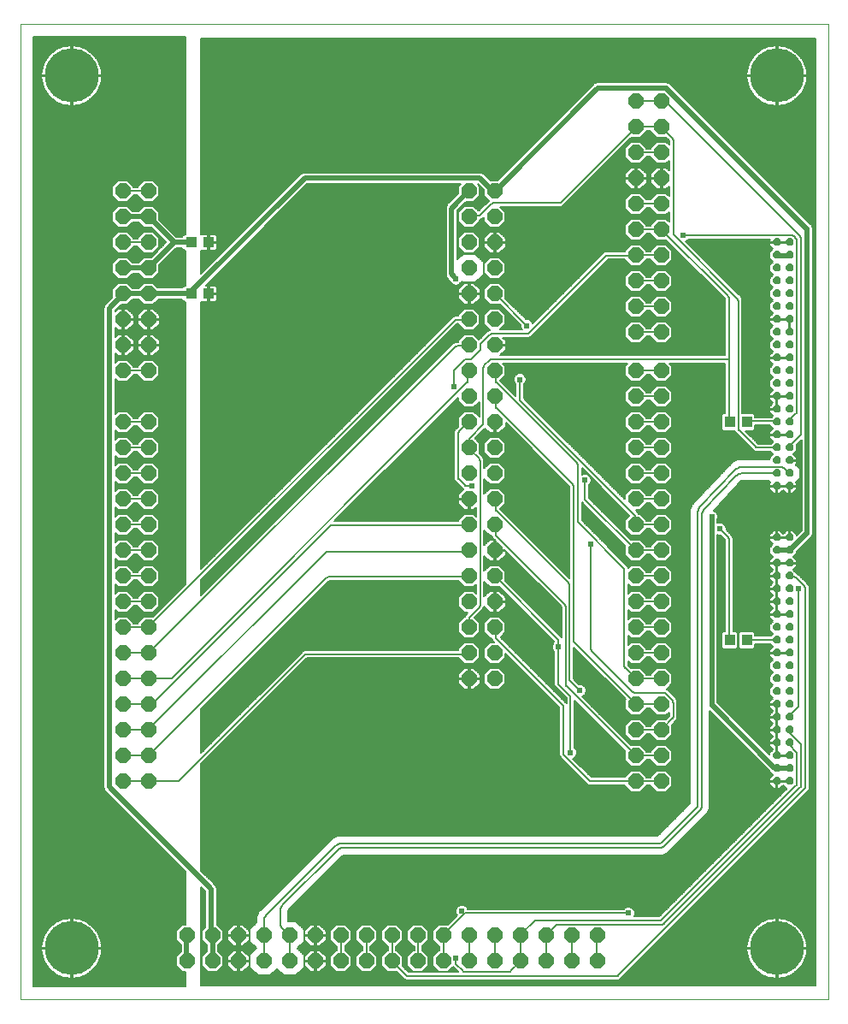
<source format=gtl>
G75*
%MOIN*%
%OFA0B0*%
%FSLAX25Y25*%
%IPPOS*%
%LPD*%
%AMOC8*
5,1,8,0,0,1.08239X$1,22.5*
%
%ADD10C,0.00000*%
%ADD11C,0.21000*%
%ADD12OC8,0.03000*%
%ADD13OC8,0.06000*%
%ADD14R,0.03937X0.04331*%
%ADD15R,0.04331X0.03937*%
%ADD16C,0.00600*%
%ADD17C,0.01969*%
%ADD18OC8,0.02400*%
%ADD19C,0.02400*%
D10*
X0038933Y0038933D02*
X0038933Y0418933D01*
X0353933Y0418933D01*
X0353933Y0038933D01*
X0038933Y0038933D01*
D11*
X0058933Y0058933D03*
X0333933Y0058933D03*
X0333933Y0398933D03*
X0058933Y0398933D03*
D12*
X0333933Y0333933D03*
X0333933Y0328933D03*
X0333933Y0323933D03*
X0333933Y0318933D03*
X0333933Y0313933D03*
X0338933Y0313933D03*
X0338933Y0318933D03*
X0338933Y0323933D03*
X0338933Y0328933D03*
X0338933Y0333933D03*
X0338933Y0308933D03*
X0338933Y0303933D03*
X0338933Y0298933D03*
X0338933Y0293933D03*
X0338933Y0288933D03*
X0338933Y0283933D03*
X0333933Y0283933D03*
X0333933Y0288933D03*
X0333933Y0293933D03*
X0333933Y0298933D03*
X0333933Y0303933D03*
X0333933Y0308933D03*
X0333933Y0278933D03*
X0333933Y0273933D03*
X0333933Y0268933D03*
X0333933Y0263933D03*
X0333933Y0258933D03*
X0333933Y0253933D03*
X0338933Y0253933D03*
X0338933Y0258933D03*
X0338933Y0263933D03*
X0338933Y0268933D03*
X0338933Y0273933D03*
X0338933Y0278933D03*
X0338933Y0248933D03*
X0338933Y0243933D03*
X0338933Y0238933D03*
X0333933Y0238933D03*
X0333933Y0243933D03*
X0333933Y0248933D03*
X0333933Y0218933D03*
X0338933Y0218933D03*
X0338933Y0213933D03*
X0338933Y0208933D03*
X0338933Y0203933D03*
X0338933Y0198933D03*
X0338933Y0193933D03*
X0338933Y0188933D03*
X0333933Y0188933D03*
X0333933Y0193933D03*
X0333933Y0198933D03*
X0333933Y0203933D03*
X0333933Y0208933D03*
X0333933Y0213933D03*
X0333933Y0183933D03*
X0333933Y0178933D03*
X0333933Y0173933D03*
X0333933Y0168933D03*
X0333933Y0163933D03*
X0333933Y0158933D03*
X0338933Y0158933D03*
X0338933Y0163933D03*
X0338933Y0168933D03*
X0338933Y0173933D03*
X0338933Y0178933D03*
X0338933Y0183933D03*
X0338933Y0153933D03*
X0338933Y0148933D03*
X0338933Y0143933D03*
X0338933Y0138933D03*
X0338933Y0133933D03*
X0338933Y0128933D03*
X0333933Y0128933D03*
X0333933Y0133933D03*
X0333933Y0138933D03*
X0333933Y0143933D03*
X0333933Y0148933D03*
X0333933Y0153933D03*
X0333933Y0123933D03*
X0338933Y0123933D03*
D13*
X0288933Y0123933D03*
X0278933Y0123933D03*
X0278933Y0133933D03*
X0278933Y0143933D03*
X0278933Y0153933D03*
X0288933Y0153933D03*
X0288933Y0143933D03*
X0288933Y0133933D03*
X0288933Y0163933D03*
X0278933Y0163933D03*
X0278933Y0173933D03*
X0278933Y0183933D03*
X0288933Y0183933D03*
X0288933Y0173933D03*
X0288933Y0193933D03*
X0278933Y0193933D03*
X0278933Y0203933D03*
X0278933Y0213933D03*
X0288933Y0213933D03*
X0288933Y0203933D03*
X0288933Y0223933D03*
X0278933Y0223933D03*
X0278933Y0233933D03*
X0278933Y0243933D03*
X0288933Y0243933D03*
X0288933Y0233933D03*
X0288933Y0253933D03*
X0278933Y0253933D03*
X0278933Y0263933D03*
X0278933Y0273933D03*
X0288933Y0273933D03*
X0288933Y0263933D03*
X0288933Y0283933D03*
X0278933Y0283933D03*
X0278933Y0298933D03*
X0278933Y0308933D03*
X0288933Y0308933D03*
X0288933Y0298933D03*
X0288933Y0318933D03*
X0278933Y0318933D03*
X0278933Y0328933D03*
X0278933Y0338933D03*
X0288933Y0338933D03*
X0288933Y0328933D03*
X0288933Y0348933D03*
X0278933Y0348933D03*
X0278933Y0358933D03*
X0278933Y0368933D03*
X0288933Y0368933D03*
X0288933Y0358933D03*
X0288933Y0378933D03*
X0278933Y0378933D03*
X0278933Y0388933D03*
X0288933Y0388933D03*
X0223933Y0353933D03*
X0223933Y0343933D03*
X0223933Y0333933D03*
X0223933Y0323933D03*
X0223933Y0313933D03*
X0223933Y0303933D03*
X0223933Y0293933D03*
X0223933Y0283933D03*
X0223933Y0273933D03*
X0223933Y0263933D03*
X0223933Y0253933D03*
X0223933Y0243933D03*
X0223933Y0233933D03*
X0223933Y0223933D03*
X0223933Y0213933D03*
X0223933Y0203933D03*
X0223933Y0193933D03*
X0223933Y0183933D03*
X0223933Y0173933D03*
X0223933Y0163933D03*
X0213933Y0163933D03*
X0213933Y0173933D03*
X0213933Y0183933D03*
X0213933Y0193933D03*
X0213933Y0203933D03*
X0213933Y0213933D03*
X0213933Y0223933D03*
X0213933Y0233933D03*
X0213933Y0243933D03*
X0213933Y0253933D03*
X0213933Y0263933D03*
X0213933Y0273933D03*
X0213933Y0283933D03*
X0213933Y0293933D03*
X0213933Y0303933D03*
X0213933Y0313933D03*
X0213933Y0323933D03*
X0213933Y0333933D03*
X0213933Y0343933D03*
X0213933Y0353933D03*
X0088933Y0353933D03*
X0088933Y0343933D03*
X0088933Y0333933D03*
X0088933Y0323933D03*
X0088933Y0313933D03*
X0088933Y0303933D03*
X0088933Y0293933D03*
X0088933Y0283933D03*
X0078933Y0283933D03*
X0078933Y0293933D03*
X0078933Y0303933D03*
X0078933Y0313933D03*
X0078933Y0323933D03*
X0078933Y0333933D03*
X0078933Y0343933D03*
X0078933Y0353933D03*
X0078933Y0263933D03*
X0078933Y0253933D03*
X0078933Y0243933D03*
X0078933Y0233933D03*
X0078933Y0223933D03*
X0078933Y0213933D03*
X0078933Y0203933D03*
X0078933Y0193933D03*
X0078933Y0183933D03*
X0078933Y0173933D03*
X0078933Y0163933D03*
X0078933Y0153933D03*
X0078933Y0143933D03*
X0078933Y0133933D03*
X0078933Y0123933D03*
X0088933Y0123933D03*
X0088933Y0133933D03*
X0088933Y0143933D03*
X0088933Y0153933D03*
X0088933Y0163933D03*
X0088933Y0173933D03*
X0088933Y0183933D03*
X0088933Y0193933D03*
X0088933Y0203933D03*
X0088933Y0213933D03*
X0088933Y0223933D03*
X0088933Y0233933D03*
X0088933Y0243933D03*
X0088933Y0253933D03*
X0088933Y0263933D03*
X0103933Y0063933D03*
X0103933Y0053933D03*
X0113933Y0053933D03*
X0113933Y0063933D03*
X0123933Y0063933D03*
X0123933Y0053933D03*
X0133933Y0053933D03*
X0133933Y0063933D03*
X0143933Y0063933D03*
X0143933Y0053933D03*
X0153933Y0053933D03*
X0153933Y0063933D03*
X0163933Y0063933D03*
X0163933Y0053933D03*
X0173933Y0053933D03*
X0173933Y0063933D03*
X0183933Y0063933D03*
X0183933Y0053933D03*
X0193933Y0053933D03*
X0193933Y0063933D03*
X0203933Y0063933D03*
X0203933Y0053933D03*
X0213933Y0053933D03*
X0213933Y0063933D03*
X0223933Y0063933D03*
X0223933Y0053933D03*
X0233933Y0053933D03*
X0233933Y0063933D03*
X0243933Y0063933D03*
X0243933Y0053933D03*
X0253933Y0053933D03*
X0253933Y0063933D03*
X0263933Y0063933D03*
X0263933Y0053933D03*
D14*
X0315587Y0178933D03*
X0322280Y0178933D03*
X0322280Y0263933D03*
X0315587Y0263933D03*
D15*
X0112280Y0313933D03*
X0105587Y0313933D03*
X0105587Y0333933D03*
X0112280Y0333933D03*
D16*
X0112580Y0333999D02*
X0121624Y0333999D01*
X0121026Y0333401D02*
X0115745Y0333401D01*
X0115745Y0333633D02*
X0112580Y0333633D01*
X0112580Y0334233D01*
X0115745Y0334233D01*
X0115745Y0336073D01*
X0115656Y0336403D01*
X0115485Y0336700D01*
X0115243Y0336942D01*
X0114947Y0337113D01*
X0114616Y0337202D01*
X0112579Y0337202D01*
X0112579Y0334233D01*
X0111980Y0334233D01*
X0111980Y0337202D01*
X0109943Y0337202D01*
X0109612Y0337113D01*
X0109533Y0337067D01*
X0109533Y0413333D01*
X0348933Y0413333D01*
X0348933Y0044533D01*
X0109533Y0044533D01*
X0109533Y0082710D01*
X0110713Y0081530D01*
X0111079Y0081164D01*
X0111079Y0067138D01*
X0109649Y0065708D01*
X0109649Y0062158D01*
X0111665Y0060143D01*
X0111665Y0057723D01*
X0109649Y0055708D01*
X0109649Y0052158D01*
X0112158Y0049649D01*
X0115708Y0049649D01*
X0118217Y0052158D01*
X0118217Y0055708D01*
X0116202Y0057723D01*
X0116202Y0060143D01*
X0118217Y0062158D01*
X0118217Y0065708D01*
X0115708Y0068217D01*
X0115616Y0068217D01*
X0115616Y0082526D01*
X0115446Y0082695D01*
X0115250Y0083170D01*
X0115250Y0083410D01*
X0115080Y0083579D01*
X0114419Y0084240D01*
X0113921Y0084739D01*
X0109533Y0089126D01*
X0109533Y0130706D01*
X0150471Y0171644D01*
X0150837Y0172010D01*
X0209797Y0172010D01*
X0212158Y0169649D01*
X0215708Y0169649D01*
X0218217Y0172158D01*
X0218217Y0175708D01*
X0215708Y0178217D01*
X0212158Y0178217D01*
X0209649Y0175708D01*
X0209649Y0175179D01*
X0150043Y0175179D01*
X0149977Y0175113D01*
X0149251Y0174813D01*
X0149159Y0174813D01*
X0149093Y0174747D01*
X0148590Y0174244D01*
X0148231Y0173885D01*
X0109533Y0135187D01*
X0109533Y0152093D01*
X0159185Y0201745D01*
X0159551Y0202111D01*
X0209696Y0202111D01*
X0212158Y0199649D01*
X0215708Y0199649D01*
X0216720Y0200661D01*
X0216720Y0197205D01*
X0215708Y0198217D01*
X0212158Y0198217D01*
X0209649Y0195708D01*
X0209649Y0192158D01*
X0212158Y0189649D01*
X0213503Y0189649D01*
X0212363Y0188509D01*
X0212363Y0188217D01*
X0212158Y0188217D01*
X0209649Y0185708D01*
X0209649Y0182158D01*
X0212158Y0179649D01*
X0215708Y0179649D01*
X0218217Y0182158D01*
X0218217Y0185708D01*
X0216130Y0187795D01*
X0219522Y0191187D01*
X0219522Y0191280D01*
X0219810Y0191975D01*
X0222152Y0189633D01*
X0223633Y0189633D01*
X0223633Y0193633D01*
X0224233Y0193633D01*
X0224233Y0189633D01*
X0225714Y0189633D01*
X0228233Y0192152D01*
X0233548Y0192152D01*
X0234146Y0191553D02*
X0227635Y0191553D01*
X0227036Y0190955D02*
X0234745Y0190955D01*
X0235343Y0190356D02*
X0226438Y0190356D01*
X0225839Y0189758D02*
X0235942Y0189758D01*
X0236540Y0189159D02*
X0217494Y0189159D01*
X0216896Y0188561D02*
X0237139Y0188561D01*
X0237737Y0187962D02*
X0225963Y0187962D01*
X0225708Y0188217D02*
X0222158Y0188217D01*
X0219649Y0185708D01*
X0219649Y0182158D01*
X0222158Y0179649D01*
X0222759Y0179649D01*
X0223027Y0179002D01*
X0223027Y0178909D01*
X0223092Y0178844D01*
X0223092Y0178844D01*
X0223491Y0178445D01*
X0223719Y0178217D01*
X0222158Y0178217D01*
X0219649Y0175708D01*
X0219649Y0172158D01*
X0222158Y0169649D01*
X0225708Y0169649D01*
X0228217Y0172158D01*
X0228217Y0173719D01*
X0248831Y0153105D01*
X0249197Y0152739D01*
X0249197Y0134246D01*
X0249262Y0134180D01*
X0249563Y0133454D01*
X0249563Y0133362D01*
X0249628Y0133297D01*
X0250027Y0132898D01*
X0250491Y0132434D01*
X0260056Y0122868D01*
X0260149Y0122868D01*
X0260875Y0122568D01*
X0260940Y0122502D01*
X0274649Y0122502D01*
X0274649Y0122158D01*
X0277158Y0119649D01*
X0280708Y0119649D01*
X0283217Y0122158D01*
X0283217Y0122349D01*
X0284649Y0122349D01*
X0284649Y0122158D01*
X0287158Y0119649D01*
X0290708Y0119649D01*
X0293217Y0122158D01*
X0293217Y0125708D01*
X0290708Y0128217D01*
X0287158Y0128217D01*
X0284649Y0125708D01*
X0284649Y0125517D01*
X0283217Y0125517D01*
X0283217Y0125708D01*
X0280708Y0128217D01*
X0277158Y0128217D01*
X0274649Y0125708D01*
X0274649Y0125671D01*
X0261735Y0125671D01*
X0254519Y0132887D01*
X0254961Y0133070D01*
X0255660Y0133769D01*
X0256038Y0134682D01*
X0256038Y0135671D01*
X0255660Y0136584D01*
X0255138Y0137105D01*
X0255138Y0155512D01*
X0274795Y0135854D01*
X0274649Y0135708D01*
X0274649Y0132158D01*
X0277158Y0129649D01*
X0280708Y0129649D01*
X0283217Y0132158D01*
X0283217Y0132349D01*
X0284649Y0132349D01*
X0284649Y0132158D01*
X0287158Y0129649D01*
X0290708Y0129649D01*
X0293217Y0132158D01*
X0293217Y0135708D01*
X0290708Y0138217D01*
X0287158Y0138217D01*
X0284649Y0135708D01*
X0284649Y0135517D01*
X0283217Y0135517D01*
X0283217Y0135708D01*
X0280708Y0138217D01*
X0277158Y0138217D01*
X0277036Y0138095D01*
X0258083Y0157047D01*
X0258525Y0157230D01*
X0259224Y0157929D01*
X0259602Y0158842D01*
X0259602Y0159830D01*
X0259224Y0160743D01*
X0258525Y0161442D01*
X0257612Y0161820D01*
X0256874Y0161820D01*
X0255108Y0163587D01*
X0254751Y0163944D01*
X0254742Y0163953D01*
X0254742Y0176107D01*
X0274895Y0155954D01*
X0274649Y0155708D01*
X0274649Y0152158D01*
X0277158Y0149649D01*
X0280708Y0149649D01*
X0283217Y0152158D01*
X0283217Y0152349D01*
X0284649Y0152349D01*
X0284649Y0152158D01*
X0287158Y0149649D01*
X0290708Y0149649D01*
X0291972Y0150913D01*
X0291972Y0149299D01*
X0290799Y0148126D01*
X0290708Y0148217D01*
X0287158Y0148217D01*
X0284649Y0145708D01*
X0284649Y0145517D01*
X0283217Y0145517D01*
X0283217Y0145708D01*
X0280708Y0148217D01*
X0277158Y0148217D01*
X0274649Y0145708D01*
X0274649Y0142158D01*
X0277158Y0139649D01*
X0280708Y0139649D01*
X0283217Y0142158D01*
X0283217Y0142349D01*
X0284649Y0142349D01*
X0284649Y0142158D01*
X0287158Y0139649D01*
X0290708Y0139649D01*
X0293217Y0142158D01*
X0293217Y0145708D01*
X0293039Y0145886D01*
X0294774Y0147620D01*
X0294774Y0147713D01*
X0295075Y0148439D01*
X0295140Y0148504D01*
X0295140Y0155514D01*
X0295075Y0155579D01*
X0294774Y0156305D01*
X0294774Y0156398D01*
X0291410Y0159762D01*
X0291317Y0159762D01*
X0290966Y0159908D01*
X0293217Y0162158D01*
X0293217Y0165708D01*
X0290708Y0168217D01*
X0287158Y0168217D01*
X0284649Y0165708D01*
X0284649Y0165517D01*
X0283217Y0165517D01*
X0283217Y0165708D01*
X0280708Y0168217D01*
X0277158Y0168217D01*
X0277086Y0168145D01*
X0276495Y0168736D01*
X0276129Y0169102D01*
X0276129Y0170678D01*
X0277158Y0169649D01*
X0280708Y0169649D01*
X0283217Y0172158D01*
X0283217Y0172349D01*
X0284649Y0172349D01*
X0284649Y0172158D01*
X0287158Y0169649D01*
X0290708Y0169649D01*
X0293217Y0172158D01*
X0293217Y0175708D01*
X0290708Y0178217D01*
X0287158Y0178217D01*
X0284649Y0175708D01*
X0284649Y0175517D01*
X0283217Y0175517D01*
X0283217Y0175708D01*
X0280708Y0178217D01*
X0277158Y0178217D01*
X0276129Y0177188D01*
X0276129Y0180678D01*
X0277158Y0179649D01*
X0280708Y0179649D01*
X0283217Y0182158D01*
X0283217Y0182349D01*
X0284649Y0182349D01*
X0284649Y0182158D01*
X0287158Y0179649D01*
X0290708Y0179649D01*
X0293217Y0182158D01*
X0293217Y0185708D01*
X0290708Y0188217D01*
X0287158Y0188217D01*
X0284649Y0185708D01*
X0284649Y0185517D01*
X0283217Y0185517D01*
X0283217Y0185708D01*
X0280708Y0188217D01*
X0277158Y0188217D01*
X0276129Y0187188D01*
X0276129Y0190678D01*
X0277158Y0189649D01*
X0280708Y0189649D01*
X0283217Y0192158D01*
X0283217Y0192349D01*
X0284649Y0192349D01*
X0284649Y0192158D01*
X0287158Y0189649D01*
X0290708Y0189649D01*
X0293217Y0192158D01*
X0293217Y0195708D01*
X0290708Y0198217D01*
X0287158Y0198217D01*
X0284649Y0195708D01*
X0284649Y0195517D01*
X0283217Y0195517D01*
X0283217Y0195708D01*
X0280708Y0198217D01*
X0277158Y0198217D01*
X0276129Y0197188D01*
X0276129Y0200678D01*
X0277158Y0199649D01*
X0280708Y0199649D01*
X0283217Y0202158D01*
X0283217Y0202349D01*
X0284649Y0202349D01*
X0284649Y0202158D01*
X0287158Y0199649D01*
X0290708Y0199649D01*
X0293217Y0202158D01*
X0293217Y0205708D01*
X0290708Y0208217D01*
X0287158Y0208217D01*
X0284649Y0205708D01*
X0284649Y0205517D01*
X0283217Y0205517D01*
X0283217Y0205708D01*
X0280708Y0208217D01*
X0277158Y0208217D01*
X0276129Y0207188D01*
X0276129Y0207520D01*
X0275201Y0208448D01*
X0258276Y0225373D01*
X0257910Y0225739D01*
X0257910Y0232744D01*
X0257946Y0232708D01*
X0257962Y0232692D01*
X0258344Y0232310D01*
X0258344Y0232310D01*
X0258808Y0231846D01*
X0274798Y0215856D01*
X0274649Y0215708D01*
X0274649Y0212158D01*
X0277158Y0209649D01*
X0280708Y0209649D01*
X0283217Y0212158D01*
X0283217Y0212349D01*
X0284649Y0212349D01*
X0284649Y0212158D01*
X0287158Y0209649D01*
X0290708Y0209649D01*
X0293217Y0212158D01*
X0293217Y0215708D01*
X0290708Y0218217D01*
X0287158Y0218217D01*
X0284649Y0215708D01*
X0284649Y0215517D01*
X0283217Y0215517D01*
X0283217Y0215708D01*
X0280708Y0218217D01*
X0277158Y0218217D01*
X0277038Y0218097D01*
X0261049Y0234086D01*
X0261049Y0234086D01*
X0260683Y0234452D01*
X0260683Y0239392D01*
X0261204Y0239914D01*
X0261583Y0240827D01*
X0261583Y0241815D01*
X0261204Y0242728D01*
X0260506Y0243427D01*
X0259593Y0243805D01*
X0258604Y0243805D01*
X0257910Y0243518D01*
X0257910Y0246210D01*
X0276531Y0227589D01*
X0274649Y0225708D01*
X0274649Y0222158D01*
X0277158Y0219649D01*
X0280708Y0219649D01*
X0283217Y0222158D01*
X0283217Y0222349D01*
X0284649Y0222349D01*
X0284649Y0222158D01*
X0287158Y0219649D01*
X0290708Y0219649D01*
X0293217Y0222158D01*
X0293217Y0225708D01*
X0290708Y0228217D01*
X0287158Y0228217D01*
X0284649Y0225708D01*
X0284649Y0225517D01*
X0283217Y0225517D01*
X0283217Y0225708D01*
X0280708Y0228217D01*
X0280191Y0228217D01*
X0280120Y0228389D01*
X0280120Y0228481D01*
X0278952Y0229649D01*
X0280708Y0229649D01*
X0283217Y0232158D01*
X0283217Y0232349D01*
X0284649Y0232349D01*
X0284649Y0232158D01*
X0287158Y0229649D01*
X0290708Y0229649D01*
X0293217Y0232158D01*
X0293217Y0235708D01*
X0290708Y0238217D01*
X0287158Y0238217D01*
X0284649Y0235708D01*
X0284649Y0235517D01*
X0283217Y0235517D01*
X0283217Y0235708D01*
X0280708Y0238217D01*
X0277158Y0238217D01*
X0274649Y0235708D01*
X0274649Y0233952D01*
X0235701Y0272900D01*
X0235335Y0273266D01*
X0235335Y0278602D01*
X0235856Y0279124D01*
X0236235Y0280037D01*
X0236235Y0281026D01*
X0235856Y0281939D01*
X0235158Y0282638D01*
X0234245Y0283016D01*
X0233256Y0283016D01*
X0232343Y0282638D01*
X0231644Y0281939D01*
X0231266Y0281026D01*
X0231266Y0280037D01*
X0231644Y0279124D01*
X0232166Y0278602D01*
X0232166Y0274059D01*
X0226195Y0280029D01*
X0226142Y0280083D01*
X0228217Y0282158D01*
X0228217Y0285708D01*
X0227056Y0286869D01*
X0275810Y0286869D01*
X0274649Y0285708D01*
X0274649Y0282158D01*
X0277158Y0279649D01*
X0280708Y0279649D01*
X0283217Y0282158D01*
X0283217Y0282349D01*
X0284649Y0282349D01*
X0284649Y0282158D01*
X0287158Y0279649D01*
X0290708Y0279649D01*
X0293217Y0282158D01*
X0293217Y0285708D01*
X0292056Y0286869D01*
X0313755Y0286869D01*
X0313755Y0267383D01*
X0313086Y0267383D01*
X0312334Y0266630D01*
X0312334Y0261236D01*
X0313086Y0260483D01*
X0317566Y0260483D01*
X0317686Y0260195D01*
X0317686Y0260102D01*
X0324083Y0253705D01*
X0324166Y0253622D01*
X0324945Y0252843D01*
X0325011Y0252777D01*
X0325103Y0252777D01*
X0325829Y0252476D01*
X0325895Y0252411D01*
X0331518Y0252411D01*
X0332484Y0251444D01*
X0331133Y0250093D01*
X0331133Y0249395D01*
X0318883Y0249395D01*
X0316828Y0248517D01*
X0316055Y0247710D01*
X0316055Y0247710D01*
X0315647Y0247284D01*
X0302102Y0233132D01*
X0301918Y0232939D01*
X0301287Y0232281D01*
X0301287Y0232281D01*
X0300965Y0231944D01*
X0300965Y0231944D01*
X0300179Y0229985D01*
X0300179Y0115488D01*
X0287659Y0102969D01*
X0287378Y0102687D01*
X0162674Y0102687D01*
X0160667Y0101856D01*
X0160667Y0101856D01*
X0160315Y0101504D01*
X0132987Y0074177D01*
X0132894Y0074083D01*
X0132154Y0073343D01*
X0131802Y0072992D01*
X0131802Y0072992D01*
X0130971Y0070984D01*
X0130971Y0068978D01*
X0128271Y0066278D01*
X0128271Y0061588D01*
X0130926Y0058933D01*
X0128271Y0056278D01*
X0128271Y0051588D01*
X0131588Y0048271D01*
X0136278Y0048271D01*
X0138933Y0050926D01*
X0141588Y0048271D01*
X0146278Y0048271D01*
X0149595Y0051588D01*
X0149595Y0056278D01*
X0146941Y0058933D01*
X0149595Y0061588D01*
X0149595Y0066278D01*
X0146278Y0069595D01*
X0143395Y0069595D01*
X0143395Y0073706D01*
X0143592Y0073903D01*
X0143677Y0073987D01*
X0164868Y0095179D01*
X0289312Y0095179D01*
X0291320Y0096010D01*
X0291671Y0096362D01*
X0292260Y0096950D01*
X0292505Y0097195D01*
X0306504Y0111195D01*
X0306856Y0111546D01*
X0306856Y0111546D01*
X0307687Y0113554D01*
X0307687Y0151502D01*
X0331149Y0128041D01*
X0331149Y0127780D01*
X0331457Y0127472D01*
X0331459Y0127467D01*
X0331464Y0127465D01*
X0332484Y0126444D01*
X0331133Y0125093D01*
X0331133Y0124125D01*
X0333741Y0124125D01*
X0333741Y0123741D01*
X0334125Y0123741D01*
X0334125Y0121133D01*
X0335093Y0121133D01*
X0336433Y0122473D01*
X0337773Y0121133D01*
X0337870Y0121133D01*
X0288147Y0071410D01*
X0278326Y0071410D01*
X0278613Y0072104D01*
X0278613Y0073093D01*
X0278235Y0074006D01*
X0277536Y0074704D01*
X0276623Y0075083D01*
X0275635Y0075083D01*
X0274722Y0074704D01*
X0274200Y0074183D01*
X0213536Y0074183D01*
X0213281Y0074798D01*
X0212582Y0075497D01*
X0211669Y0075875D01*
X0210681Y0075875D01*
X0209768Y0075497D01*
X0209069Y0074798D01*
X0208691Y0073885D01*
X0208691Y0072896D01*
X0209069Y0071983D01*
X0209288Y0071764D01*
X0205725Y0068200D01*
X0205708Y0068217D01*
X0202158Y0068217D01*
X0199649Y0065708D01*
X0199649Y0062158D01*
X0202158Y0059649D01*
X0202349Y0059649D01*
X0202349Y0058217D01*
X0202158Y0058217D01*
X0199649Y0055708D01*
X0199649Y0052158D01*
X0202158Y0049649D01*
X0205708Y0049649D01*
X0207706Y0051647D01*
X0209726Y0049627D01*
X0190444Y0049627D01*
X0190253Y0049818D01*
X0190077Y0049993D01*
X0188065Y0052006D01*
X0188217Y0052158D01*
X0188217Y0055708D01*
X0185708Y0058217D01*
X0185517Y0058217D01*
X0185517Y0059649D01*
X0185708Y0059649D01*
X0188217Y0062158D01*
X0188217Y0065708D01*
X0185708Y0068217D01*
X0182158Y0068217D01*
X0179649Y0065708D01*
X0179649Y0062158D01*
X0182158Y0059649D01*
X0182349Y0059649D01*
X0182349Y0058217D01*
X0182158Y0058217D01*
X0179649Y0055708D01*
X0179649Y0052158D01*
X0182158Y0049649D01*
X0185708Y0049649D01*
X0185824Y0049765D01*
X0187837Y0047752D01*
X0188016Y0047573D01*
X0188700Y0046890D01*
X0188765Y0046824D01*
X0188858Y0046824D01*
X0189584Y0046524D01*
X0189649Y0046458D01*
X0271911Y0046458D01*
X0271976Y0046524D01*
X0272702Y0046824D01*
X0272795Y0046824D01*
X0345334Y0119364D01*
X0345430Y0119460D01*
X0346197Y0120226D01*
X0346262Y0120292D01*
X0346262Y0120384D01*
X0346563Y0121110D01*
X0346628Y0121176D01*
X0346628Y0199873D01*
X0346563Y0199938D01*
X0346262Y0200665D01*
X0346262Y0200757D01*
X0346197Y0200822D01*
X0346197Y0200822D01*
X0345798Y0201221D01*
X0345334Y0201685D01*
X0343034Y0203985D01*
X0342673Y0204347D01*
X0342570Y0204449D01*
X0342476Y0204543D01*
X0342171Y0204848D01*
X0342106Y0204913D01*
X0342013Y0204913D01*
X0341717Y0205036D01*
X0341717Y0205086D01*
X0340382Y0206422D01*
X0341733Y0207773D01*
X0341733Y0208741D01*
X0339125Y0208741D01*
X0339125Y0209125D01*
X0341733Y0209125D01*
X0341733Y0210093D01*
X0340382Y0211444D01*
X0341717Y0212780D01*
X0341717Y0213399D01*
X0347739Y0219420D01*
X0347739Y0219660D01*
X0347935Y0220135D01*
X0348105Y0220304D01*
X0348105Y0339571D01*
X0347935Y0339740D01*
X0347739Y0340215D01*
X0347739Y0340455D01*
X0347569Y0340624D01*
X0346938Y0341255D01*
X0346410Y0341783D01*
X0292089Y0396104D01*
X0291849Y0396104D01*
X0291375Y0396301D01*
X0291205Y0396470D01*
X0263825Y0396470D01*
X0263656Y0396301D01*
X0263181Y0396104D01*
X0262941Y0396104D01*
X0262772Y0395934D01*
X0262277Y0395440D01*
X0261613Y0394775D01*
X0225055Y0358217D01*
X0222247Y0358217D01*
X0219610Y0360854D01*
X0219370Y0360854D01*
X0218895Y0361051D01*
X0218726Y0361220D01*
X0149363Y0361220D01*
X0149194Y0361051D01*
X0148719Y0360854D01*
X0148479Y0360854D01*
X0109533Y0321908D01*
X0109533Y0330799D01*
X0109612Y0330753D01*
X0109943Y0330665D01*
X0111980Y0330665D01*
X0111980Y0333633D01*
X0112579Y0333633D01*
X0112579Y0330665D01*
X0114616Y0330665D01*
X0114947Y0330753D01*
X0115243Y0330924D01*
X0115485Y0331166D01*
X0115656Y0331463D01*
X0115745Y0331793D01*
X0115745Y0333633D01*
X0115745Y0332802D02*
X0120427Y0332802D01*
X0119829Y0332204D02*
X0115745Y0332204D01*
X0115694Y0331605D02*
X0119230Y0331605D01*
X0118632Y0331007D02*
X0115325Y0331007D01*
X0116836Y0329211D02*
X0109533Y0329211D01*
X0109533Y0328613D02*
X0116237Y0328613D01*
X0115639Y0328014D02*
X0109533Y0328014D01*
X0109533Y0327416D02*
X0115040Y0327416D01*
X0114442Y0326817D02*
X0109533Y0326817D01*
X0109533Y0326219D02*
X0113843Y0326219D01*
X0113245Y0325620D02*
X0109533Y0325620D01*
X0109533Y0325021D02*
X0112646Y0325021D01*
X0112048Y0324423D02*
X0109533Y0324423D01*
X0109533Y0323824D02*
X0111449Y0323824D01*
X0110851Y0323226D02*
X0109533Y0323226D01*
X0109533Y0322627D02*
X0110252Y0322627D01*
X0109654Y0322029D02*
X0109533Y0322029D01*
X0113078Y0319036D02*
X0206296Y0319036D01*
X0206477Y0318855D02*
X0206692Y0318335D01*
X0207391Y0317636D01*
X0208304Y0317257D01*
X0209293Y0317257D01*
X0210206Y0317636D01*
X0210904Y0318335D01*
X0211086Y0318773D01*
X0211588Y0318271D01*
X0216278Y0318271D01*
X0219595Y0321588D01*
X0219595Y0326278D01*
X0216278Y0329595D01*
X0211588Y0329595D01*
X0209483Y0327490D01*
X0209483Y0346526D01*
X0209499Y0346542D01*
X0209849Y0346893D01*
X0212605Y0349649D01*
X0215708Y0349649D01*
X0218217Y0352158D01*
X0218217Y0355708D01*
X0217241Y0356683D01*
X0217364Y0356683D01*
X0219649Y0354399D01*
X0219649Y0352158D01*
X0221589Y0350219D01*
X0217647Y0346278D01*
X0215708Y0348217D01*
X0212158Y0348217D01*
X0209649Y0345708D01*
X0209649Y0342158D01*
X0212158Y0339649D01*
X0215708Y0339649D01*
X0218217Y0342158D01*
X0218217Y0342823D01*
X0218838Y0343080D01*
X0218930Y0343080D01*
X0218996Y0343145D01*
X0219394Y0343544D01*
X0219649Y0343798D01*
X0219649Y0342158D01*
X0222158Y0339649D01*
X0225708Y0339649D01*
X0228217Y0342158D01*
X0228217Y0345708D01*
X0226063Y0347862D01*
X0249731Y0347862D01*
X0249797Y0347928D01*
X0250523Y0348228D01*
X0250615Y0348228D01*
X0250681Y0348294D01*
X0250699Y0348312D01*
X0251079Y0348692D01*
X0251079Y0348692D01*
X0251543Y0349156D01*
X0251543Y0349156D01*
X0277097Y0374710D01*
X0277158Y0374649D01*
X0280708Y0374649D01*
X0283217Y0377158D01*
X0283217Y0377349D01*
X0284649Y0377349D01*
X0284649Y0377158D01*
X0287158Y0374649D01*
X0290708Y0374649D01*
X0290886Y0374828D01*
X0291972Y0373742D01*
X0291972Y0371953D01*
X0290708Y0373217D01*
X0287158Y0373217D01*
X0284649Y0370708D01*
X0284649Y0370517D01*
X0283217Y0370517D01*
X0283217Y0370708D01*
X0280708Y0373217D01*
X0277158Y0373217D01*
X0274649Y0370708D01*
X0274649Y0367158D01*
X0277158Y0364649D01*
X0280708Y0364649D01*
X0283217Y0367158D01*
X0283217Y0367349D01*
X0284649Y0367349D01*
X0284649Y0367158D01*
X0287158Y0364649D01*
X0290708Y0364649D01*
X0291972Y0365913D01*
X0291972Y0361976D01*
X0290714Y0363233D01*
X0289233Y0363233D01*
X0289233Y0359233D01*
X0288633Y0359233D01*
X0288633Y0358633D01*
X0289233Y0358633D01*
X0289233Y0354633D01*
X0290714Y0354633D01*
X0291972Y0355891D01*
X0291972Y0351953D01*
X0290708Y0353217D01*
X0287158Y0353217D01*
X0284649Y0350708D01*
X0284649Y0350635D01*
X0283217Y0350635D01*
X0283217Y0350708D01*
X0280708Y0353217D01*
X0277158Y0353217D01*
X0274649Y0350708D01*
X0274649Y0347158D01*
X0277158Y0344649D01*
X0280708Y0344649D01*
X0283217Y0347158D01*
X0283217Y0347466D01*
X0284649Y0347466D01*
X0284649Y0347158D01*
X0287158Y0344649D01*
X0290708Y0344649D01*
X0291972Y0345913D01*
X0291972Y0341953D01*
X0290708Y0343217D01*
X0287158Y0343217D01*
X0284649Y0340708D01*
X0284649Y0340517D01*
X0283217Y0340517D01*
X0283217Y0340708D01*
X0280708Y0343217D01*
X0277158Y0343217D01*
X0274649Y0340708D01*
X0274649Y0337158D01*
X0277158Y0334649D01*
X0280708Y0334649D01*
X0283217Y0337158D01*
X0283217Y0337349D01*
X0284649Y0337349D01*
X0284649Y0337158D01*
X0287158Y0334649D01*
X0290708Y0334649D01*
X0290885Y0334826D01*
X0313389Y0312322D01*
X0313755Y0311956D01*
X0313755Y0290037D01*
X0226118Y0290037D01*
X0228233Y0292152D01*
X0228233Y0293633D01*
X0224233Y0293633D01*
X0224233Y0294233D01*
X0228233Y0294233D01*
X0228233Y0295714D01*
X0227177Y0296770D01*
X0237057Y0296770D01*
X0237123Y0296835D01*
X0237849Y0297136D01*
X0237941Y0297136D01*
X0267706Y0326901D01*
X0268072Y0327267D01*
X0274649Y0327267D01*
X0274649Y0327158D01*
X0277158Y0324649D01*
X0280708Y0324649D01*
X0283217Y0327158D01*
X0283217Y0327349D01*
X0284649Y0327349D01*
X0284649Y0327158D01*
X0287158Y0324649D01*
X0290708Y0324649D01*
X0293217Y0327158D01*
X0293217Y0330708D01*
X0290708Y0333217D01*
X0287158Y0333217D01*
X0284649Y0330708D01*
X0284649Y0330517D01*
X0283217Y0330517D01*
X0283217Y0330708D01*
X0280708Y0333217D01*
X0277158Y0333217D01*
X0274649Y0330708D01*
X0274649Y0330435D01*
X0267277Y0330435D01*
X0267212Y0330370D01*
X0266486Y0330069D01*
X0266393Y0330069D01*
X0266328Y0330004D01*
X0265929Y0329605D01*
X0265465Y0329141D01*
X0238812Y0302488D01*
X0238629Y0302930D01*
X0237930Y0303629D01*
X0237017Y0304007D01*
X0236279Y0304007D01*
X0228172Y0312114D01*
X0228217Y0312158D01*
X0228217Y0315708D01*
X0225708Y0318217D01*
X0222158Y0318217D01*
X0219649Y0315708D01*
X0219649Y0312158D01*
X0222158Y0309649D01*
X0225708Y0309649D01*
X0225932Y0309873D01*
X0234039Y0301767D01*
X0234039Y0301029D01*
X0234417Y0300116D01*
X0234594Y0299939D01*
X0225997Y0299939D01*
X0228217Y0302158D01*
X0228217Y0305708D01*
X0225708Y0308217D01*
X0222158Y0308217D01*
X0219649Y0305708D01*
X0219649Y0302158D01*
X0221971Y0299836D01*
X0221335Y0299572D01*
X0221242Y0299572D01*
X0221177Y0299507D01*
X0220778Y0299108D01*
X0220314Y0298644D01*
X0218014Y0296344D01*
X0218014Y0296344D01*
X0217797Y0296128D01*
X0215708Y0298217D01*
X0212158Y0298217D01*
X0209649Y0295708D01*
X0209649Y0295186D01*
X0208660Y0295186D01*
X0208595Y0295120D01*
X0207869Y0294820D01*
X0207776Y0294820D01*
X0207711Y0294754D01*
X0207711Y0294754D01*
X0207312Y0294356D01*
X0206848Y0293892D01*
X0206848Y0293892D01*
X0109533Y0196577D01*
X0109533Y0202393D01*
X0209455Y0302315D01*
X0209649Y0302315D01*
X0209649Y0302158D01*
X0212158Y0299649D01*
X0215708Y0299649D01*
X0218217Y0302158D01*
X0218217Y0305708D01*
X0215708Y0308217D01*
X0212158Y0308217D01*
X0209649Y0305708D01*
X0209649Y0305483D01*
X0208660Y0305483D01*
X0208595Y0305418D01*
X0207869Y0305117D01*
X0207776Y0305117D01*
X0207711Y0305052D01*
X0109533Y0206874D01*
X0109533Y0310799D01*
X0109612Y0310753D01*
X0109943Y0310665D01*
X0111980Y0310665D01*
X0111980Y0313633D01*
X0112579Y0313633D01*
X0112579Y0310665D01*
X0114616Y0310665D01*
X0114947Y0310753D01*
X0115243Y0310924D01*
X0115485Y0311166D01*
X0115656Y0311463D01*
X0115745Y0311793D01*
X0115745Y0313633D01*
X0112580Y0313633D01*
X0112580Y0314233D01*
X0115745Y0314233D01*
X0115745Y0316073D01*
X0115656Y0316403D01*
X0115485Y0316700D01*
X0115243Y0316942D01*
X0114947Y0317113D01*
X0114616Y0317202D01*
X0112579Y0317202D01*
X0112579Y0314233D01*
X0111980Y0314233D01*
X0111980Y0317202D01*
X0111243Y0317202D01*
X0150725Y0356683D01*
X0210625Y0356683D01*
X0209649Y0355708D01*
X0209649Y0353109D01*
X0206641Y0350101D01*
X0206282Y0349742D01*
X0205481Y0348941D01*
X0205312Y0348772D01*
X0205312Y0348532D01*
X0205115Y0348058D01*
X0204946Y0347888D01*
X0204946Y0320904D01*
X0205115Y0320735D01*
X0205312Y0320260D01*
X0205312Y0320020D01*
X0206477Y0318855D01*
X0206650Y0318438D02*
X0112479Y0318438D01*
X0111881Y0317839D02*
X0207188Y0317839D01*
X0205697Y0319635D02*
X0113676Y0319635D01*
X0114275Y0320233D02*
X0205312Y0320233D01*
X0205018Y0320832D02*
X0114873Y0320832D01*
X0115472Y0321430D02*
X0204946Y0321430D01*
X0204946Y0322029D02*
X0116070Y0322029D01*
X0116669Y0322627D02*
X0204946Y0322627D01*
X0204946Y0323226D02*
X0117267Y0323226D01*
X0117866Y0323824D02*
X0204946Y0323824D01*
X0204946Y0324423D02*
X0118464Y0324423D01*
X0119063Y0325021D02*
X0204946Y0325021D01*
X0204946Y0325620D02*
X0119661Y0325620D01*
X0120260Y0326219D02*
X0204946Y0326219D01*
X0204946Y0326817D02*
X0120858Y0326817D01*
X0121457Y0327416D02*
X0204946Y0327416D01*
X0204946Y0328014D02*
X0122055Y0328014D01*
X0122654Y0328613D02*
X0204946Y0328613D01*
X0204946Y0329211D02*
X0123252Y0329211D01*
X0123851Y0329810D02*
X0204946Y0329810D01*
X0204946Y0330408D02*
X0124449Y0330408D01*
X0125048Y0331007D02*
X0204946Y0331007D01*
X0204946Y0331605D02*
X0125646Y0331605D01*
X0126245Y0332204D02*
X0204946Y0332204D01*
X0204946Y0332802D02*
X0126843Y0332802D01*
X0127442Y0333401D02*
X0204946Y0333401D01*
X0204946Y0333999D02*
X0128040Y0333999D01*
X0128639Y0334598D02*
X0204946Y0334598D01*
X0204946Y0335196D02*
X0129237Y0335196D01*
X0129836Y0335795D02*
X0204946Y0335795D01*
X0204946Y0336393D02*
X0130434Y0336393D01*
X0131033Y0336992D02*
X0204946Y0336992D01*
X0204946Y0337590D02*
X0131631Y0337590D01*
X0132230Y0338189D02*
X0204946Y0338189D01*
X0204946Y0338787D02*
X0132828Y0338787D01*
X0133427Y0339386D02*
X0204946Y0339386D01*
X0204946Y0339984D02*
X0134025Y0339984D01*
X0134624Y0340583D02*
X0204946Y0340583D01*
X0204946Y0341181D02*
X0135222Y0341181D01*
X0135821Y0341780D02*
X0204946Y0341780D01*
X0204946Y0342378D02*
X0136420Y0342378D01*
X0137018Y0342977D02*
X0204946Y0342977D01*
X0204946Y0343575D02*
X0137617Y0343575D01*
X0138215Y0344174D02*
X0204946Y0344174D01*
X0204946Y0344772D02*
X0138814Y0344772D01*
X0139412Y0345371D02*
X0204946Y0345371D01*
X0204946Y0345969D02*
X0140011Y0345969D01*
X0140609Y0346568D02*
X0204946Y0346568D01*
X0204946Y0347166D02*
X0141208Y0347166D01*
X0141806Y0347765D02*
X0204946Y0347765D01*
X0205242Y0348363D02*
X0142405Y0348363D01*
X0143003Y0348962D02*
X0205502Y0348962D01*
X0206100Y0349560D02*
X0143602Y0349560D01*
X0144200Y0350159D02*
X0206699Y0350159D01*
X0207297Y0350757D02*
X0144799Y0350757D01*
X0145397Y0351356D02*
X0207896Y0351356D01*
X0208494Y0351954D02*
X0145996Y0351954D01*
X0146594Y0352553D02*
X0209093Y0352553D01*
X0209649Y0353152D02*
X0147193Y0353152D01*
X0147791Y0353750D02*
X0209649Y0353750D01*
X0209649Y0354349D02*
X0148390Y0354349D01*
X0148988Y0354947D02*
X0209649Y0354947D01*
X0209649Y0355546D02*
X0149587Y0355546D01*
X0150185Y0356144D02*
X0210085Y0356144D01*
X0212517Y0349560D02*
X0220930Y0349560D01*
X0220332Y0348962D02*
X0211918Y0348962D01*
X0211320Y0348363D02*
X0219733Y0348363D01*
X0219135Y0347765D02*
X0216160Y0347765D01*
X0216759Y0347166D02*
X0218536Y0347166D01*
X0217938Y0346568D02*
X0217357Y0346568D01*
X0218274Y0344664D02*
X0218223Y0344616D01*
X0218169Y0344571D01*
X0218113Y0344529D01*
X0218055Y0344490D01*
X0217995Y0344454D01*
X0217932Y0344422D01*
X0217868Y0344393D01*
X0217803Y0344368D01*
X0217736Y0344347D01*
X0217668Y0344329D01*
X0217599Y0344316D01*
X0217530Y0344306D01*
X0217460Y0344300D01*
X0217390Y0344298D01*
X0213947Y0344298D01*
X0213933Y0343933D01*
X0209649Y0344174D02*
X0209483Y0344174D01*
X0209483Y0344772D02*
X0209649Y0344772D01*
X0209649Y0345371D02*
X0209483Y0345371D01*
X0209483Y0345969D02*
X0209911Y0345969D01*
X0209524Y0346568D02*
X0210509Y0346568D01*
X0210123Y0347166D02*
X0211108Y0347166D01*
X0210721Y0347765D02*
X0211706Y0347765D01*
X0209649Y0343575D02*
X0209483Y0343575D01*
X0209483Y0342977D02*
X0209649Y0342977D01*
X0209649Y0342378D02*
X0209483Y0342378D01*
X0209483Y0341780D02*
X0210027Y0341780D01*
X0209483Y0341181D02*
X0210626Y0341181D01*
X0211225Y0340583D02*
X0209483Y0340583D01*
X0209483Y0339984D02*
X0211823Y0339984D01*
X0212158Y0338217D02*
X0209649Y0335708D01*
X0209649Y0332158D01*
X0212158Y0329649D01*
X0215708Y0329649D01*
X0218217Y0332158D01*
X0218217Y0335708D01*
X0215708Y0338217D01*
X0212158Y0338217D01*
X0212130Y0338189D02*
X0209483Y0338189D01*
X0209483Y0338787D02*
X0274649Y0338787D01*
X0274649Y0338189D02*
X0225759Y0338189D01*
X0225714Y0338233D02*
X0224233Y0338233D01*
X0224233Y0334233D01*
X0223633Y0334233D01*
X0223633Y0333633D01*
X0219633Y0333633D01*
X0219633Y0332152D01*
X0222152Y0329633D01*
X0223633Y0329633D01*
X0223633Y0333633D01*
X0224233Y0333633D01*
X0224233Y0329633D01*
X0225714Y0329633D01*
X0228233Y0332152D01*
X0228233Y0333633D01*
X0224233Y0333633D01*
X0224233Y0334233D01*
X0228233Y0334233D01*
X0228233Y0335714D01*
X0225714Y0338233D01*
X0226357Y0337590D02*
X0274649Y0337590D01*
X0274816Y0336992D02*
X0226956Y0336992D01*
X0227554Y0336393D02*
X0275414Y0336393D01*
X0276013Y0335795D02*
X0228153Y0335795D01*
X0228233Y0335196D02*
X0276611Y0335196D01*
X0276743Y0332802D02*
X0228233Y0332802D01*
X0228233Y0332204D02*
X0276145Y0332204D01*
X0275546Y0331605D02*
X0227686Y0331605D01*
X0227088Y0331007D02*
X0274948Y0331007D01*
X0274990Y0326817D02*
X0267622Y0326817D01*
X0267050Y0328485D02*
X0267101Y0328533D01*
X0267155Y0328578D01*
X0267211Y0328620D01*
X0267269Y0328659D01*
X0267329Y0328695D01*
X0267392Y0328727D01*
X0267456Y0328756D01*
X0267521Y0328781D01*
X0267588Y0328802D01*
X0267656Y0328820D01*
X0267725Y0328833D01*
X0267794Y0328843D01*
X0267864Y0328849D01*
X0267934Y0328851D01*
X0278902Y0328851D01*
X0278933Y0328933D01*
X0288933Y0328933D01*
X0293217Y0329211D02*
X0296500Y0329211D01*
X0295902Y0329810D02*
X0293217Y0329810D01*
X0293217Y0330408D02*
X0295303Y0330408D01*
X0294705Y0331007D02*
X0292918Y0331007D01*
X0292320Y0331605D02*
X0294106Y0331605D01*
X0293508Y0332204D02*
X0291721Y0332204D01*
X0291123Y0332802D02*
X0292909Y0332802D01*
X0292311Y0333401D02*
X0228233Y0333401D01*
X0228233Y0334598D02*
X0291114Y0334598D01*
X0291712Y0333999D02*
X0224233Y0333999D01*
X0224233Y0333401D02*
X0223633Y0333401D01*
X0223633Y0333999D02*
X0218217Y0333999D01*
X0218217Y0333401D02*
X0219633Y0333401D01*
X0219633Y0332802D02*
X0218217Y0332802D01*
X0218217Y0332204D02*
X0219633Y0332204D01*
X0220180Y0331605D02*
X0217664Y0331605D01*
X0217065Y0331007D02*
X0220778Y0331007D01*
X0221377Y0330408D02*
X0216467Y0330408D01*
X0215868Y0329810D02*
X0221975Y0329810D01*
X0222158Y0328217D02*
X0219649Y0325708D01*
X0219649Y0322158D01*
X0222158Y0319649D01*
X0225708Y0319649D01*
X0228217Y0322158D01*
X0228217Y0325708D01*
X0225708Y0328217D01*
X0222158Y0328217D01*
X0221955Y0328014D02*
X0217860Y0328014D01*
X0218458Y0327416D02*
X0221357Y0327416D01*
X0220758Y0326817D02*
X0219057Y0326817D01*
X0219595Y0326219D02*
X0220160Y0326219D01*
X0219649Y0325620D02*
X0219595Y0325620D01*
X0219595Y0325021D02*
X0219649Y0325021D01*
X0219649Y0324423D02*
X0219595Y0324423D01*
X0219595Y0323824D02*
X0219649Y0323824D01*
X0219649Y0323226D02*
X0219595Y0323226D01*
X0219595Y0322627D02*
X0219649Y0322627D01*
X0219595Y0322029D02*
X0219778Y0322029D01*
X0219438Y0321430D02*
X0220377Y0321430D01*
X0220975Y0320832D02*
X0218839Y0320832D01*
X0218241Y0320233D02*
X0221574Y0320233D01*
X0221781Y0317839D02*
X0216108Y0317839D01*
X0215714Y0318233D02*
X0214233Y0318233D01*
X0214233Y0314233D01*
X0213633Y0314233D01*
X0213633Y0313633D01*
X0209633Y0313633D01*
X0209633Y0312152D01*
X0212152Y0309633D01*
X0213633Y0309633D01*
X0213633Y0313633D01*
X0214233Y0313633D01*
X0214233Y0309633D01*
X0215714Y0309633D01*
X0218233Y0312152D01*
X0218233Y0313633D01*
X0214233Y0313633D01*
X0214233Y0314233D01*
X0218233Y0314233D01*
X0218233Y0315714D01*
X0215714Y0318233D01*
X0216445Y0318438D02*
X0254762Y0318438D01*
X0255360Y0319036D02*
X0217044Y0319036D01*
X0217642Y0319635D02*
X0255959Y0319635D01*
X0256558Y0320233D02*
X0226292Y0320233D01*
X0226891Y0320832D02*
X0257156Y0320832D01*
X0257755Y0321430D02*
X0227489Y0321430D01*
X0228088Y0322029D02*
X0258353Y0322029D01*
X0258952Y0322627D02*
X0228217Y0322627D01*
X0228217Y0323226D02*
X0259550Y0323226D01*
X0260149Y0323824D02*
X0228217Y0323824D01*
X0228217Y0324423D02*
X0260747Y0324423D01*
X0261346Y0325021D02*
X0228217Y0325021D01*
X0228217Y0325620D02*
X0261944Y0325620D01*
X0262543Y0326219D02*
X0227706Y0326219D01*
X0227108Y0326817D02*
X0263141Y0326817D01*
X0263740Y0327416D02*
X0226509Y0327416D01*
X0225911Y0328014D02*
X0264338Y0328014D01*
X0264937Y0328613D02*
X0217261Y0328613D01*
X0216663Y0329211D02*
X0265535Y0329211D01*
X0266134Y0329810D02*
X0225891Y0329810D01*
X0226489Y0330408D02*
X0267250Y0330408D01*
X0267050Y0328485D02*
X0237285Y0298720D01*
X0236401Y0298354D02*
X0222782Y0298354D01*
X0221898Y0297988D02*
X0218670Y0294760D01*
X0218304Y0293876D02*
X0218304Y0292535D01*
X0217938Y0291651D02*
X0215105Y0288819D01*
X0214222Y0288453D02*
X0212881Y0288453D01*
X0211997Y0288087D02*
X0208372Y0284462D01*
X0208006Y0283578D02*
X0208006Y0277759D01*
X0209649Y0273597D02*
X0209649Y0272158D01*
X0212158Y0269649D01*
X0215708Y0269649D01*
X0217908Y0271849D01*
X0217908Y0266017D01*
X0215708Y0268217D01*
X0212158Y0268217D01*
X0209649Y0265708D01*
X0209649Y0262235D01*
X0209300Y0261887D01*
X0209133Y0261719D01*
X0208438Y0261024D01*
X0208372Y0260959D01*
X0208372Y0260866D01*
X0208072Y0260140D01*
X0208006Y0260075D01*
X0208006Y0241975D01*
X0208072Y0241910D01*
X0208372Y0241183D01*
X0208372Y0241091D01*
X0210809Y0238655D01*
X0211124Y0238340D01*
X0211671Y0237792D01*
X0211691Y0237772D01*
X0209633Y0235714D01*
X0209633Y0234233D01*
X0213633Y0234233D01*
X0213633Y0233633D01*
X0214233Y0233633D01*
X0214233Y0229633D01*
X0215714Y0229633D01*
X0216720Y0230639D01*
X0216720Y0227205D01*
X0215708Y0228217D01*
X0212158Y0228217D01*
X0209649Y0225708D01*
X0209649Y0225479D01*
X0161531Y0225479D01*
X0209649Y0273597D01*
X0209649Y0273550D02*
X0209602Y0273550D01*
X0209649Y0272951D02*
X0209003Y0272951D01*
X0208405Y0272352D02*
X0209649Y0272352D01*
X0210053Y0271754D02*
X0207806Y0271754D01*
X0207208Y0271155D02*
X0210652Y0271155D01*
X0211250Y0270557D02*
X0206609Y0270557D01*
X0206011Y0269958D02*
X0211849Y0269958D01*
X0212104Y0268163D02*
X0204215Y0268163D01*
X0203617Y0267564D02*
X0211506Y0267564D01*
X0210907Y0266966D02*
X0203018Y0266966D01*
X0202420Y0266367D02*
X0210309Y0266367D01*
X0209710Y0265769D02*
X0201821Y0265769D01*
X0201223Y0265170D02*
X0209649Y0265170D01*
X0209649Y0264572D02*
X0200624Y0264572D01*
X0200026Y0263973D02*
X0209649Y0263973D01*
X0209649Y0263375D02*
X0199427Y0263375D01*
X0198829Y0262776D02*
X0209649Y0262776D01*
X0209592Y0262178D02*
X0198230Y0262178D01*
X0197632Y0261579D02*
X0208993Y0261579D01*
X0208395Y0260981D02*
X0197033Y0260981D01*
X0196435Y0260382D02*
X0208172Y0260382D01*
X0208006Y0259784D02*
X0195836Y0259784D01*
X0195237Y0259185D02*
X0208006Y0259185D01*
X0208006Y0258587D02*
X0194639Y0258587D01*
X0194040Y0257988D02*
X0208006Y0257988D01*
X0208006Y0257390D02*
X0193442Y0257390D01*
X0192843Y0256791D02*
X0208006Y0256791D01*
X0208006Y0256193D02*
X0192245Y0256193D01*
X0191646Y0255594D02*
X0208006Y0255594D01*
X0208006Y0254996D02*
X0191048Y0254996D01*
X0190449Y0254397D02*
X0208006Y0254397D01*
X0208006Y0253799D02*
X0189851Y0253799D01*
X0189252Y0253200D02*
X0208006Y0253200D01*
X0208006Y0252602D02*
X0188654Y0252602D01*
X0188055Y0252003D02*
X0208006Y0252003D01*
X0208006Y0251405D02*
X0187457Y0251405D01*
X0186858Y0250806D02*
X0208006Y0250806D01*
X0208006Y0250208D02*
X0186260Y0250208D01*
X0185661Y0249609D02*
X0208006Y0249609D01*
X0208006Y0249011D02*
X0185063Y0249011D01*
X0184464Y0248412D02*
X0208006Y0248412D01*
X0208006Y0247814D02*
X0183866Y0247814D01*
X0183267Y0247215D02*
X0208006Y0247215D01*
X0208006Y0246616D02*
X0182669Y0246616D01*
X0182070Y0246018D02*
X0208006Y0246018D01*
X0208006Y0245419D02*
X0181472Y0245419D01*
X0180873Y0244821D02*
X0208006Y0244821D01*
X0208006Y0244222D02*
X0180275Y0244222D01*
X0179676Y0243624D02*
X0208006Y0243624D01*
X0208006Y0243025D02*
X0179078Y0243025D01*
X0178479Y0242427D02*
X0208006Y0242427D01*
X0208105Y0241828D02*
X0177881Y0241828D01*
X0177282Y0241230D02*
X0208353Y0241230D01*
X0208832Y0240631D02*
X0176684Y0240631D01*
X0176085Y0240033D02*
X0209431Y0240033D01*
X0210029Y0239434D02*
X0175487Y0239434D01*
X0174888Y0238836D02*
X0210628Y0238836D01*
X0211226Y0238237D02*
X0174290Y0238237D01*
X0173691Y0237639D02*
X0211558Y0237639D01*
X0210959Y0237040D02*
X0173093Y0237040D01*
X0172494Y0236442D02*
X0210361Y0236442D01*
X0209762Y0235843D02*
X0171896Y0235843D01*
X0171297Y0235245D02*
X0209633Y0235245D01*
X0209633Y0234646D02*
X0170699Y0234646D01*
X0170100Y0234048D02*
X0213633Y0234048D01*
X0213633Y0233633D02*
X0209633Y0233633D01*
X0209633Y0232152D01*
X0212152Y0229633D01*
X0213633Y0229633D01*
X0213633Y0233633D01*
X0213633Y0233449D02*
X0214233Y0233449D01*
X0214233Y0232851D02*
X0213633Y0232851D01*
X0213633Y0232252D02*
X0214233Y0232252D01*
X0214233Y0231654D02*
X0213633Y0231654D01*
X0213633Y0231055D02*
X0214233Y0231055D01*
X0214233Y0230457D02*
X0213633Y0230457D01*
X0213633Y0229858D02*
X0214233Y0229858D01*
X0215939Y0229858D02*
X0216720Y0229858D01*
X0216720Y0229260D02*
X0165312Y0229260D01*
X0165910Y0229858D02*
X0211927Y0229858D01*
X0211328Y0230457D02*
X0166509Y0230457D01*
X0167107Y0231055D02*
X0210730Y0231055D01*
X0210131Y0231654D02*
X0167706Y0231654D01*
X0168304Y0232252D02*
X0209633Y0232252D01*
X0209633Y0232851D02*
X0168903Y0232851D01*
X0169502Y0233449D02*
X0209633Y0233449D01*
X0212004Y0228063D02*
X0164115Y0228063D01*
X0164713Y0228661D02*
X0216720Y0228661D01*
X0216720Y0228063D02*
X0215862Y0228063D01*
X0216461Y0227464D02*
X0216720Y0227464D01*
X0216720Y0230457D02*
X0216538Y0230457D01*
X0211405Y0227464D02*
X0163516Y0227464D01*
X0162918Y0226866D02*
X0210807Y0226866D01*
X0210208Y0226267D02*
X0162319Y0226267D01*
X0161721Y0225669D02*
X0209649Y0225669D01*
X0213551Y0223894D02*
X0213933Y0223933D01*
X0213551Y0223894D02*
X0160600Y0223894D01*
X0159717Y0223528D02*
X0090376Y0154187D01*
X0089187Y0154187D01*
X0088933Y0153933D01*
X0078933Y0153933D01*
X0071472Y0153847D02*
X0043933Y0153847D01*
X0043933Y0153249D02*
X0071472Y0153249D01*
X0071472Y0152650D02*
X0043933Y0152650D01*
X0043933Y0152052D02*
X0071472Y0152052D01*
X0071472Y0151453D02*
X0043933Y0151453D01*
X0043933Y0150855D02*
X0071472Y0150855D01*
X0071472Y0150256D02*
X0043933Y0150256D01*
X0043933Y0149658D02*
X0071472Y0149658D01*
X0071472Y0149059D02*
X0043933Y0149059D01*
X0043933Y0148461D02*
X0071472Y0148461D01*
X0071472Y0147862D02*
X0043933Y0147862D01*
X0043933Y0147264D02*
X0071472Y0147264D01*
X0071472Y0146665D02*
X0043933Y0146665D01*
X0043933Y0146067D02*
X0071472Y0146067D01*
X0071472Y0145468D02*
X0043933Y0145468D01*
X0043933Y0144870D02*
X0071472Y0144870D01*
X0071472Y0144271D02*
X0043933Y0144271D01*
X0043933Y0143673D02*
X0071472Y0143673D01*
X0071472Y0143074D02*
X0043933Y0143074D01*
X0043933Y0142476D02*
X0071472Y0142476D01*
X0071472Y0141877D02*
X0043933Y0141877D01*
X0043933Y0141279D02*
X0071472Y0141279D01*
X0071472Y0140680D02*
X0043933Y0140680D01*
X0043933Y0140081D02*
X0071472Y0140081D01*
X0071472Y0139483D02*
X0043933Y0139483D01*
X0043933Y0138884D02*
X0071472Y0138884D01*
X0071472Y0138286D02*
X0043933Y0138286D01*
X0043933Y0137687D02*
X0071472Y0137687D01*
X0071472Y0137089D02*
X0043933Y0137089D01*
X0043933Y0136490D02*
X0071472Y0136490D01*
X0071472Y0135892D02*
X0043933Y0135892D01*
X0043933Y0135293D02*
X0071472Y0135293D01*
X0071472Y0134695D02*
X0043933Y0134695D01*
X0043933Y0134096D02*
X0071472Y0134096D01*
X0071472Y0133498D02*
X0043933Y0133498D01*
X0043933Y0132899D02*
X0071472Y0132899D01*
X0071472Y0132301D02*
X0043933Y0132301D01*
X0043933Y0131702D02*
X0071472Y0131702D01*
X0071472Y0131104D02*
X0043933Y0131104D01*
X0043933Y0130505D02*
X0071472Y0130505D01*
X0071472Y0129907D02*
X0043933Y0129907D01*
X0043933Y0129308D02*
X0071472Y0129308D01*
X0071472Y0128710D02*
X0043933Y0128710D01*
X0043933Y0128111D02*
X0071472Y0128111D01*
X0071472Y0127513D02*
X0043933Y0127513D01*
X0043933Y0126914D02*
X0071472Y0126914D01*
X0071472Y0126316D02*
X0043933Y0126316D01*
X0043933Y0125717D02*
X0071472Y0125717D01*
X0071472Y0125119D02*
X0043933Y0125119D01*
X0043933Y0124520D02*
X0071472Y0124520D01*
X0071472Y0123922D02*
X0043933Y0123922D01*
X0043933Y0123323D02*
X0071472Y0123323D01*
X0071472Y0122725D02*
X0043933Y0122725D01*
X0043933Y0122126D02*
X0071472Y0122126D01*
X0071472Y0121528D02*
X0043933Y0121528D01*
X0043933Y0120929D02*
X0071721Y0120929D01*
X0071642Y0121119D02*
X0071839Y0120644D01*
X0071839Y0120404D01*
X0103333Y0088910D01*
X0103333Y0068217D01*
X0102158Y0068217D01*
X0099649Y0065708D01*
X0099649Y0062158D01*
X0101573Y0060234D01*
X0101573Y0057632D01*
X0099649Y0055708D01*
X0099649Y0052158D01*
X0102158Y0049649D01*
X0103333Y0049649D01*
X0103333Y0043933D01*
X0043933Y0043933D01*
X0043933Y0413933D01*
X0103333Y0413933D01*
X0103333Y0337186D01*
X0102889Y0337186D01*
X0102137Y0336434D01*
X0102137Y0336202D01*
X0099873Y0336202D01*
X0093217Y0342857D01*
X0093217Y0345708D01*
X0090708Y0348217D01*
X0087158Y0348217D01*
X0085143Y0346202D01*
X0082723Y0346202D01*
X0080708Y0348217D01*
X0077158Y0348217D01*
X0074649Y0345708D01*
X0074649Y0342158D01*
X0077158Y0339649D01*
X0080708Y0339649D01*
X0082723Y0341665D01*
X0085143Y0341665D01*
X0087158Y0339649D01*
X0090009Y0339649D01*
X0095725Y0333933D01*
X0090009Y0328217D01*
X0087158Y0328217D01*
X0085143Y0326202D01*
X0082723Y0326202D01*
X0080708Y0328217D01*
X0077158Y0328217D01*
X0074649Y0325708D01*
X0074649Y0322158D01*
X0077158Y0319649D01*
X0080708Y0319649D01*
X0082723Y0321665D01*
X0085143Y0321665D01*
X0087158Y0319649D01*
X0090708Y0319649D01*
X0093217Y0322158D01*
X0093217Y0325009D01*
X0099873Y0331665D01*
X0102137Y0331665D01*
X0102137Y0331433D01*
X0102889Y0330680D01*
X0103333Y0330680D01*
X0103333Y0317186D01*
X0102889Y0317186D01*
X0102169Y0316465D01*
X0092460Y0316465D01*
X0090708Y0318217D01*
X0087158Y0318217D01*
X0085143Y0316202D01*
X0082723Y0316202D01*
X0080708Y0318217D01*
X0077158Y0318217D01*
X0074649Y0315708D01*
X0074649Y0312372D01*
X0073167Y0310891D01*
X0072503Y0310226D01*
X0072008Y0309731D01*
X0071839Y0309562D01*
X0071839Y0309322D01*
X0071642Y0308847D01*
X0071472Y0308678D01*
X0071472Y0121288D01*
X0071642Y0121119D01*
X0071912Y0120331D02*
X0043933Y0120331D01*
X0043933Y0119732D02*
X0072511Y0119732D01*
X0073109Y0119134D02*
X0043933Y0119134D01*
X0043933Y0118535D02*
X0073708Y0118535D01*
X0074306Y0117937D02*
X0043933Y0117937D01*
X0043933Y0117338D02*
X0074905Y0117338D01*
X0075503Y0116740D02*
X0043933Y0116740D01*
X0043933Y0116141D02*
X0076102Y0116141D01*
X0076701Y0115543D02*
X0043933Y0115543D01*
X0043933Y0114944D02*
X0077299Y0114944D01*
X0077898Y0114345D02*
X0043933Y0114345D01*
X0043933Y0113747D02*
X0078496Y0113747D01*
X0079095Y0113148D02*
X0043933Y0113148D01*
X0043933Y0112550D02*
X0079693Y0112550D01*
X0080292Y0111951D02*
X0043933Y0111951D01*
X0043933Y0111353D02*
X0080890Y0111353D01*
X0081489Y0110754D02*
X0043933Y0110754D01*
X0043933Y0110156D02*
X0082087Y0110156D01*
X0082686Y0109557D02*
X0043933Y0109557D01*
X0043933Y0108959D02*
X0083284Y0108959D01*
X0083883Y0108360D02*
X0043933Y0108360D01*
X0043933Y0107762D02*
X0084481Y0107762D01*
X0085080Y0107163D02*
X0043933Y0107163D01*
X0043933Y0106565D02*
X0085678Y0106565D01*
X0086277Y0105966D02*
X0043933Y0105966D01*
X0043933Y0105368D02*
X0086875Y0105368D01*
X0087474Y0104769D02*
X0043933Y0104769D01*
X0043933Y0104171D02*
X0088072Y0104171D01*
X0088671Y0103572D02*
X0043933Y0103572D01*
X0043933Y0102974D02*
X0089269Y0102974D01*
X0089868Y0102375D02*
X0043933Y0102375D01*
X0043933Y0101777D02*
X0090466Y0101777D01*
X0091065Y0101178D02*
X0043933Y0101178D01*
X0043933Y0100580D02*
X0091663Y0100580D01*
X0092262Y0099981D02*
X0043933Y0099981D01*
X0043933Y0099383D02*
X0092860Y0099383D01*
X0093459Y0098784D02*
X0043933Y0098784D01*
X0043933Y0098186D02*
X0094057Y0098186D01*
X0094656Y0097587D02*
X0043933Y0097587D01*
X0043933Y0096989D02*
X0095254Y0096989D01*
X0095853Y0096390D02*
X0043933Y0096390D01*
X0043933Y0095792D02*
X0096451Y0095792D01*
X0097050Y0095193D02*
X0043933Y0095193D01*
X0043933Y0094595D02*
X0097648Y0094595D01*
X0098247Y0093996D02*
X0043933Y0093996D01*
X0043933Y0093398D02*
X0098845Y0093398D01*
X0099444Y0092799D02*
X0043933Y0092799D01*
X0043933Y0092201D02*
X0100042Y0092201D01*
X0100641Y0091602D02*
X0043933Y0091602D01*
X0043933Y0091004D02*
X0101239Y0091004D01*
X0101838Y0090405D02*
X0043933Y0090405D01*
X0043933Y0089807D02*
X0102436Y0089807D01*
X0103035Y0089208D02*
X0043933Y0089208D01*
X0043933Y0088610D02*
X0103333Y0088610D01*
X0103333Y0088011D02*
X0043933Y0088011D01*
X0043933Y0087412D02*
X0103333Y0087412D01*
X0103333Y0086814D02*
X0043933Y0086814D01*
X0043933Y0086215D02*
X0103333Y0086215D01*
X0103333Y0085617D02*
X0043933Y0085617D01*
X0043933Y0085018D02*
X0103333Y0085018D01*
X0103333Y0084420D02*
X0043933Y0084420D01*
X0043933Y0083821D02*
X0103333Y0083821D01*
X0103333Y0083223D02*
X0043933Y0083223D01*
X0043933Y0082624D02*
X0103333Y0082624D01*
X0103333Y0082026D02*
X0043933Y0082026D01*
X0043933Y0081427D02*
X0103333Y0081427D01*
X0103333Y0080829D02*
X0043933Y0080829D01*
X0043933Y0080230D02*
X0103333Y0080230D01*
X0103333Y0079632D02*
X0043933Y0079632D01*
X0043933Y0079033D02*
X0103333Y0079033D01*
X0103333Y0078435D02*
X0043933Y0078435D01*
X0043933Y0077836D02*
X0103333Y0077836D01*
X0103333Y0077238D02*
X0043933Y0077238D01*
X0043933Y0076639D02*
X0103333Y0076639D01*
X0103333Y0076041D02*
X0043933Y0076041D01*
X0043933Y0075442D02*
X0103333Y0075442D01*
X0103333Y0074844D02*
X0043933Y0074844D01*
X0043933Y0074245D02*
X0103333Y0074245D01*
X0103333Y0073647D02*
X0043933Y0073647D01*
X0043933Y0073048D02*
X0103333Y0073048D01*
X0103333Y0072450D02*
X0043933Y0072450D01*
X0043933Y0071851D02*
X0103333Y0071851D01*
X0103333Y0071253D02*
X0043933Y0071253D01*
X0043933Y0070654D02*
X0057570Y0070654D01*
X0056953Y0070585D02*
X0055661Y0070290D01*
X0054410Y0069852D01*
X0053216Y0069277D01*
X0052094Y0068572D01*
X0051058Y0067745D01*
X0050121Y0066808D01*
X0049294Y0065772D01*
X0048589Y0064650D01*
X0048014Y0063456D01*
X0047576Y0062205D01*
X0047281Y0060913D01*
X0047133Y0059596D01*
X0047133Y0059233D01*
X0058633Y0059233D01*
X0058633Y0058633D01*
X0059233Y0058633D01*
X0059233Y0047133D01*
X0059596Y0047133D01*
X0060913Y0047281D01*
X0062205Y0047576D01*
X0063456Y0048014D01*
X0064650Y0048589D01*
X0065772Y0049294D01*
X0066808Y0050121D01*
X0067745Y0051058D01*
X0068572Y0052094D01*
X0069277Y0053216D01*
X0069852Y0054410D01*
X0070290Y0055661D01*
X0070585Y0056953D01*
X0070733Y0058270D01*
X0070733Y0058633D01*
X0059233Y0058633D01*
X0059233Y0059233D01*
X0070733Y0059233D01*
X0070733Y0059596D01*
X0070585Y0060913D01*
X0070290Y0062205D01*
X0069852Y0063456D01*
X0069277Y0064650D01*
X0068572Y0065772D01*
X0067745Y0066808D01*
X0066808Y0067745D01*
X0065772Y0068572D01*
X0064650Y0069277D01*
X0063456Y0069852D01*
X0062205Y0070290D01*
X0060913Y0070585D01*
X0059596Y0070733D01*
X0059233Y0070733D01*
X0059233Y0059233D01*
X0058633Y0059233D01*
X0058633Y0070733D01*
X0058270Y0070733D01*
X0056953Y0070585D01*
X0058633Y0070654D02*
X0059233Y0070654D01*
X0059233Y0070056D02*
X0058633Y0070056D01*
X0058633Y0069457D02*
X0059233Y0069457D01*
X0059233Y0068859D02*
X0058633Y0068859D01*
X0058633Y0068260D02*
X0059233Y0068260D01*
X0059233Y0067662D02*
X0058633Y0067662D01*
X0058633Y0067063D02*
X0059233Y0067063D01*
X0059233Y0066465D02*
X0058633Y0066465D01*
X0058633Y0065866D02*
X0059233Y0065866D01*
X0059233Y0065268D02*
X0058633Y0065268D01*
X0058633Y0064669D02*
X0059233Y0064669D01*
X0059233Y0064071D02*
X0058633Y0064071D01*
X0058633Y0063472D02*
X0059233Y0063472D01*
X0059233Y0062874D02*
X0058633Y0062874D01*
X0058633Y0062275D02*
X0059233Y0062275D01*
X0059233Y0061677D02*
X0058633Y0061677D01*
X0058633Y0061078D02*
X0059233Y0061078D01*
X0059233Y0060479D02*
X0058633Y0060479D01*
X0058633Y0059881D02*
X0059233Y0059881D01*
X0059233Y0059282D02*
X0058633Y0059282D01*
X0058633Y0058684D02*
X0043933Y0058684D01*
X0043933Y0059282D02*
X0047133Y0059282D01*
X0047165Y0059881D02*
X0043933Y0059881D01*
X0043933Y0060479D02*
X0047233Y0060479D01*
X0047319Y0061078D02*
X0043933Y0061078D01*
X0043933Y0061677D02*
X0047456Y0061677D01*
X0047601Y0062275D02*
X0043933Y0062275D01*
X0043933Y0062874D02*
X0047810Y0062874D01*
X0048022Y0063472D02*
X0043933Y0063472D01*
X0043933Y0064071D02*
X0048310Y0064071D01*
X0048601Y0064669D02*
X0043933Y0064669D01*
X0043933Y0065268D02*
X0048977Y0065268D01*
X0049369Y0065866D02*
X0043933Y0065866D01*
X0043933Y0066465D02*
X0049847Y0066465D01*
X0050375Y0067063D02*
X0043933Y0067063D01*
X0043933Y0067662D02*
X0050974Y0067662D01*
X0051703Y0068260D02*
X0043933Y0068260D01*
X0043933Y0068859D02*
X0052550Y0068859D01*
X0053590Y0069457D02*
X0043933Y0069457D01*
X0043933Y0070056D02*
X0054992Y0070056D01*
X0060296Y0070654D02*
X0103333Y0070654D01*
X0103333Y0070056D02*
X0062874Y0070056D01*
X0064276Y0069457D02*
X0103333Y0069457D01*
X0103333Y0068859D02*
X0065316Y0068859D01*
X0066163Y0068260D02*
X0103333Y0068260D01*
X0101603Y0067662D02*
X0066892Y0067662D01*
X0067491Y0067063D02*
X0101004Y0067063D01*
X0100406Y0066465D02*
X0068020Y0066465D01*
X0068497Y0065866D02*
X0099807Y0065866D01*
X0099649Y0065268D02*
X0068889Y0065268D01*
X0069265Y0064669D02*
X0099649Y0064669D01*
X0099649Y0064071D02*
X0069556Y0064071D01*
X0069844Y0063472D02*
X0099649Y0063472D01*
X0099649Y0062874D02*
X0070056Y0062874D01*
X0070265Y0062275D02*
X0099649Y0062275D01*
X0100131Y0061677D02*
X0070410Y0061677D01*
X0070547Y0061078D02*
X0100729Y0061078D01*
X0101328Y0060479D02*
X0070633Y0060479D01*
X0070701Y0059881D02*
X0101573Y0059881D01*
X0101573Y0059282D02*
X0070733Y0059282D01*
X0070712Y0058085D02*
X0101573Y0058085D01*
X0101573Y0058684D02*
X0059233Y0058684D01*
X0059233Y0058085D02*
X0058633Y0058085D01*
X0058633Y0058633D02*
X0058633Y0047133D01*
X0058270Y0047133D01*
X0056953Y0047281D01*
X0055661Y0047576D01*
X0054410Y0048014D01*
X0053216Y0048589D01*
X0052094Y0049294D01*
X0051058Y0050121D01*
X0050121Y0051058D01*
X0049294Y0052094D01*
X0048589Y0053216D01*
X0048014Y0054410D01*
X0047576Y0055661D01*
X0047281Y0056953D01*
X0047133Y0058270D01*
X0047133Y0058633D01*
X0058633Y0058633D01*
X0058633Y0057487D02*
X0059233Y0057487D01*
X0059233Y0056888D02*
X0058633Y0056888D01*
X0058633Y0056290D02*
X0059233Y0056290D01*
X0059233Y0055691D02*
X0058633Y0055691D01*
X0058633Y0055093D02*
X0059233Y0055093D01*
X0059233Y0054494D02*
X0058633Y0054494D01*
X0058633Y0053896D02*
X0059233Y0053896D01*
X0059233Y0053297D02*
X0058633Y0053297D01*
X0058633Y0052699D02*
X0059233Y0052699D01*
X0059233Y0052100D02*
X0058633Y0052100D01*
X0058633Y0051502D02*
X0059233Y0051502D01*
X0059233Y0050903D02*
X0058633Y0050903D01*
X0058633Y0050305D02*
X0059233Y0050305D01*
X0059233Y0049706D02*
X0058633Y0049706D01*
X0058633Y0049108D02*
X0059233Y0049108D01*
X0059233Y0048509D02*
X0058633Y0048509D01*
X0058633Y0047911D02*
X0059233Y0047911D01*
X0059233Y0047312D02*
X0058633Y0047312D01*
X0056819Y0047312D02*
X0043933Y0047312D01*
X0043933Y0046714D02*
X0103333Y0046714D01*
X0103333Y0047312D02*
X0061048Y0047312D01*
X0063160Y0047911D02*
X0103333Y0047911D01*
X0103333Y0048509D02*
X0064484Y0048509D01*
X0065475Y0049108D02*
X0103333Y0049108D01*
X0102101Y0049706D02*
X0066289Y0049706D01*
X0066992Y0050305D02*
X0101503Y0050305D01*
X0100904Y0050903D02*
X0067591Y0050903D01*
X0068100Y0051502D02*
X0100305Y0051502D01*
X0099707Y0052100D02*
X0068576Y0052100D01*
X0068952Y0052699D02*
X0099649Y0052699D01*
X0099649Y0053297D02*
X0069316Y0053297D01*
X0069604Y0053896D02*
X0099649Y0053896D01*
X0099649Y0054494D02*
X0069881Y0054494D01*
X0070091Y0055093D02*
X0099649Y0055093D01*
X0099649Y0055691D02*
X0070297Y0055691D01*
X0070433Y0056290D02*
X0100231Y0056290D01*
X0100830Y0056888D02*
X0070570Y0056888D01*
X0070645Y0057487D02*
X0101428Y0057487D01*
X0109533Y0057487D02*
X0111428Y0057487D01*
X0111665Y0058085D02*
X0109533Y0058085D01*
X0109533Y0058684D02*
X0111665Y0058684D01*
X0111665Y0059282D02*
X0109533Y0059282D01*
X0109533Y0059881D02*
X0111665Y0059881D01*
X0111328Y0060479D02*
X0109533Y0060479D01*
X0109533Y0061078D02*
X0110729Y0061078D01*
X0110131Y0061677D02*
X0109533Y0061677D01*
X0109533Y0062275D02*
X0109649Y0062275D01*
X0109649Y0062874D02*
X0109533Y0062874D01*
X0109533Y0063472D02*
X0109649Y0063472D01*
X0109649Y0064071D02*
X0109533Y0064071D01*
X0109533Y0064669D02*
X0109649Y0064669D01*
X0109649Y0065268D02*
X0109533Y0065268D01*
X0109533Y0065866D02*
X0109807Y0065866D01*
X0109533Y0066465D02*
X0110406Y0066465D01*
X0111004Y0067063D02*
X0109533Y0067063D01*
X0109533Y0067662D02*
X0111079Y0067662D01*
X0111079Y0068260D02*
X0109533Y0068260D01*
X0109533Y0068859D02*
X0111079Y0068859D01*
X0111079Y0069457D02*
X0109533Y0069457D01*
X0109533Y0070056D02*
X0111079Y0070056D01*
X0111079Y0070654D02*
X0109533Y0070654D01*
X0109533Y0071253D02*
X0111079Y0071253D01*
X0111079Y0071851D02*
X0109533Y0071851D01*
X0109533Y0072450D02*
X0111079Y0072450D01*
X0111079Y0073048D02*
X0109533Y0073048D01*
X0109533Y0073647D02*
X0111079Y0073647D01*
X0111079Y0074245D02*
X0109533Y0074245D01*
X0109533Y0074844D02*
X0111079Y0074844D01*
X0111079Y0075442D02*
X0109533Y0075442D01*
X0109533Y0076041D02*
X0111079Y0076041D01*
X0111079Y0076639D02*
X0109533Y0076639D01*
X0109533Y0077238D02*
X0111079Y0077238D01*
X0111079Y0077836D02*
X0109533Y0077836D01*
X0109533Y0078435D02*
X0111079Y0078435D01*
X0111079Y0079033D02*
X0109533Y0079033D01*
X0109533Y0079632D02*
X0111079Y0079632D01*
X0111079Y0080230D02*
X0109533Y0080230D01*
X0109533Y0080829D02*
X0111079Y0080829D01*
X0110816Y0081427D02*
X0109533Y0081427D01*
X0109533Y0082026D02*
X0110217Y0082026D01*
X0109619Y0082624D02*
X0109533Y0082624D01*
X0113042Y0085617D02*
X0144428Y0085617D01*
X0145026Y0086215D02*
X0112444Y0086215D01*
X0111845Y0086814D02*
X0145625Y0086814D01*
X0146223Y0087412D02*
X0111247Y0087412D01*
X0110648Y0088011D02*
X0146822Y0088011D01*
X0147420Y0088610D02*
X0110050Y0088610D01*
X0109533Y0089208D02*
X0148019Y0089208D01*
X0148617Y0089807D02*
X0109533Y0089807D01*
X0109533Y0090405D02*
X0149216Y0090405D01*
X0149814Y0091004D02*
X0109533Y0091004D01*
X0109533Y0091602D02*
X0150413Y0091602D01*
X0151011Y0092201D02*
X0109533Y0092201D01*
X0109533Y0092799D02*
X0151610Y0092799D01*
X0152208Y0093398D02*
X0109533Y0093398D01*
X0109533Y0093996D02*
X0152807Y0093996D01*
X0153405Y0094595D02*
X0109533Y0094595D01*
X0109533Y0095193D02*
X0154004Y0095193D01*
X0154602Y0095792D02*
X0109533Y0095792D01*
X0109533Y0096390D02*
X0155201Y0096390D01*
X0155799Y0096989D02*
X0109533Y0096989D01*
X0109533Y0097587D02*
X0156398Y0097587D01*
X0156997Y0098186D02*
X0109533Y0098186D01*
X0109533Y0098784D02*
X0157595Y0098784D01*
X0158194Y0099383D02*
X0109533Y0099383D01*
X0109533Y0099981D02*
X0158792Y0099981D01*
X0159391Y0100580D02*
X0109533Y0100580D01*
X0109533Y0101178D02*
X0159989Y0101178D01*
X0160315Y0101504D02*
X0160315Y0101504D01*
X0160588Y0101777D02*
X0109533Y0101777D01*
X0109533Y0102375D02*
X0161921Y0102375D01*
X0163761Y0099725D02*
X0287569Y0099725D01*
X0288226Y0098141D02*
X0288324Y0098143D01*
X0288422Y0098149D01*
X0288520Y0098158D01*
X0288617Y0098172D01*
X0288714Y0098189D01*
X0288810Y0098210D01*
X0288905Y0098235D01*
X0288999Y0098263D01*
X0289091Y0098296D01*
X0289183Y0098331D01*
X0289273Y0098371D01*
X0289361Y0098413D01*
X0289448Y0098460D01*
X0289532Y0098509D01*
X0289615Y0098562D01*
X0289695Y0098618D01*
X0289774Y0098678D01*
X0289850Y0098740D01*
X0289923Y0098805D01*
X0289994Y0098873D01*
X0289993Y0098873D02*
X0303993Y0112873D01*
X0302409Y0113529D02*
X0289337Y0100457D01*
X0289266Y0100389D01*
X0289193Y0100324D01*
X0289117Y0100262D01*
X0289038Y0100202D01*
X0288958Y0100146D01*
X0288875Y0100093D01*
X0288791Y0100044D01*
X0288704Y0099997D01*
X0288616Y0099955D01*
X0288526Y0099915D01*
X0288434Y0099880D01*
X0288342Y0099847D01*
X0288248Y0099819D01*
X0288153Y0099794D01*
X0288057Y0099773D01*
X0287960Y0099756D01*
X0287863Y0099742D01*
X0287765Y0099733D01*
X0287667Y0099727D01*
X0287569Y0099725D01*
X0288226Y0098141D02*
X0164676Y0098141D01*
X0163761Y0099725D02*
X0163663Y0099723D01*
X0163565Y0099717D01*
X0163467Y0099708D01*
X0163370Y0099694D01*
X0163273Y0099677D01*
X0163177Y0099656D01*
X0163082Y0099631D01*
X0162988Y0099603D01*
X0162896Y0099570D01*
X0162804Y0099535D01*
X0162714Y0099495D01*
X0162626Y0099453D01*
X0162539Y0099406D01*
X0162455Y0099357D01*
X0162372Y0099304D01*
X0162292Y0099248D01*
X0162213Y0099188D01*
X0162137Y0099126D01*
X0162064Y0099061D01*
X0161993Y0098993D01*
X0134665Y0071665D01*
X0133933Y0069898D02*
X0133933Y0063933D01*
X0133943Y0063885D01*
X0133943Y0053983D01*
X0133933Y0053933D01*
X0128271Y0053896D02*
X0124233Y0053896D01*
X0124233Y0053633D02*
X0124233Y0054233D01*
X0128233Y0054233D01*
X0128233Y0055714D01*
X0125714Y0058233D01*
X0124233Y0058233D01*
X0124233Y0054233D01*
X0123633Y0054233D01*
X0123633Y0053633D01*
X0124233Y0053633D01*
X0124233Y0049633D01*
X0125714Y0049633D01*
X0128233Y0052152D01*
X0128233Y0053633D01*
X0124233Y0053633D01*
X0124233Y0053297D02*
X0123633Y0053297D01*
X0123633Y0053633D02*
X0123633Y0049633D01*
X0122152Y0049633D01*
X0119633Y0052152D01*
X0119633Y0053633D01*
X0123633Y0053633D01*
X0123633Y0053896D02*
X0118217Y0053896D01*
X0118217Y0054494D02*
X0119633Y0054494D01*
X0119633Y0054233D02*
X0123633Y0054233D01*
X0123633Y0058233D01*
X0122152Y0058233D01*
X0119633Y0055714D01*
X0119633Y0054233D01*
X0119633Y0055093D02*
X0118217Y0055093D01*
X0118217Y0055691D02*
X0119633Y0055691D01*
X0120209Y0056290D02*
X0117635Y0056290D01*
X0117037Y0056888D02*
X0120807Y0056888D01*
X0121406Y0057487D02*
X0116438Y0057487D01*
X0116202Y0058085D02*
X0122004Y0058085D01*
X0122152Y0059633D02*
X0123633Y0059633D01*
X0123633Y0063633D01*
X0124233Y0063633D01*
X0124233Y0059633D01*
X0125714Y0059633D01*
X0128233Y0062152D01*
X0128233Y0063633D01*
X0124233Y0063633D01*
X0124233Y0064233D01*
X0128233Y0064233D01*
X0128233Y0065714D01*
X0125714Y0068233D01*
X0124233Y0068233D01*
X0124233Y0064233D01*
X0123633Y0064233D01*
X0123633Y0063633D01*
X0119633Y0063633D01*
X0119633Y0062152D01*
X0122152Y0059633D01*
X0121904Y0059881D02*
X0116202Y0059881D01*
X0116202Y0059282D02*
X0130576Y0059282D01*
X0130676Y0058684D02*
X0116202Y0058684D01*
X0116538Y0060479D02*
X0121306Y0060479D01*
X0120707Y0061078D02*
X0117137Y0061078D01*
X0117735Y0061677D02*
X0120109Y0061677D01*
X0119633Y0062275D02*
X0118217Y0062275D01*
X0118217Y0062874D02*
X0119633Y0062874D01*
X0119633Y0063472D02*
X0118217Y0063472D01*
X0118217Y0064071D02*
X0123633Y0064071D01*
X0123633Y0064233D02*
X0119633Y0064233D01*
X0119633Y0065714D01*
X0122152Y0068233D01*
X0123633Y0068233D01*
X0123633Y0064233D01*
X0123633Y0064669D02*
X0124233Y0064669D01*
X0124233Y0064071D02*
X0128271Y0064071D01*
X0128271Y0064669D02*
X0128233Y0064669D01*
X0128233Y0065268D02*
X0128271Y0065268D01*
X0128271Y0065866D02*
X0128081Y0065866D01*
X0128457Y0066465D02*
X0127483Y0066465D01*
X0126884Y0067063D02*
X0129056Y0067063D01*
X0129654Y0067662D02*
X0126286Y0067662D01*
X0124233Y0067662D02*
X0123633Y0067662D01*
X0123633Y0067063D02*
X0124233Y0067063D01*
X0124233Y0066465D02*
X0123633Y0066465D01*
X0123633Y0065866D02*
X0124233Y0065866D01*
X0124233Y0065268D02*
X0123633Y0065268D01*
X0123633Y0063472D02*
X0124233Y0063472D01*
X0124233Y0062874D02*
X0123633Y0062874D01*
X0123633Y0062275D02*
X0124233Y0062275D01*
X0124233Y0061677D02*
X0123633Y0061677D01*
X0123633Y0061078D02*
X0124233Y0061078D01*
X0124233Y0060479D02*
X0123633Y0060479D01*
X0123633Y0059881D02*
X0124233Y0059881D01*
X0125962Y0059881D02*
X0129978Y0059881D01*
X0129379Y0060479D02*
X0126561Y0060479D01*
X0127159Y0061078D02*
X0128781Y0061078D01*
X0128271Y0061677D02*
X0127758Y0061677D01*
X0128233Y0062275D02*
X0128271Y0062275D01*
X0128271Y0062874D02*
X0128233Y0062874D01*
X0128233Y0063472D02*
X0128271Y0063472D01*
X0130253Y0068260D02*
X0115616Y0068260D01*
X0115616Y0068859D02*
X0130851Y0068859D01*
X0130971Y0069457D02*
X0115616Y0069457D01*
X0115616Y0070056D02*
X0130971Y0070056D01*
X0130971Y0070654D02*
X0115616Y0070654D01*
X0115616Y0071253D02*
X0131082Y0071253D01*
X0131330Y0071851D02*
X0115616Y0071851D01*
X0115616Y0072450D02*
X0131578Y0072450D01*
X0131859Y0073048D02*
X0115616Y0073048D01*
X0115616Y0073647D02*
X0132458Y0073647D01*
X0132154Y0073343D02*
X0132154Y0073343D01*
X0133056Y0074245D02*
X0115616Y0074245D01*
X0115616Y0074844D02*
X0133655Y0074844D01*
X0134253Y0075442D02*
X0115616Y0075442D01*
X0115616Y0076041D02*
X0134852Y0076041D01*
X0135450Y0076639D02*
X0115616Y0076639D01*
X0115616Y0077238D02*
X0136049Y0077238D01*
X0136647Y0077836D02*
X0115616Y0077836D01*
X0115616Y0078435D02*
X0137246Y0078435D01*
X0137844Y0079033D02*
X0115616Y0079033D01*
X0115616Y0079632D02*
X0138443Y0079632D01*
X0139041Y0080230D02*
X0115616Y0080230D01*
X0115616Y0080829D02*
X0139640Y0080829D01*
X0140238Y0081427D02*
X0115616Y0081427D01*
X0115616Y0082026D02*
X0140837Y0082026D01*
X0141435Y0082624D02*
X0115517Y0082624D01*
X0115250Y0083223D02*
X0142034Y0083223D01*
X0142632Y0083821D02*
X0114838Y0083821D01*
X0114239Y0084420D02*
X0143231Y0084420D01*
X0143829Y0085018D02*
X0113641Y0085018D01*
X0116263Y0067662D02*
X0121581Y0067662D01*
X0120982Y0067063D02*
X0116862Y0067063D01*
X0117460Y0066465D02*
X0120383Y0066465D01*
X0119785Y0065866D02*
X0118059Y0065866D01*
X0118217Y0065268D02*
X0119633Y0065268D01*
X0119633Y0064669D02*
X0118217Y0064669D01*
X0123633Y0058085D02*
X0124233Y0058085D01*
X0124233Y0057487D02*
X0123633Y0057487D01*
X0123633Y0056888D02*
X0124233Y0056888D01*
X0124233Y0056290D02*
X0123633Y0056290D01*
X0123633Y0055691D02*
X0124233Y0055691D01*
X0124233Y0055093D02*
X0123633Y0055093D01*
X0123633Y0054494D02*
X0124233Y0054494D01*
X0124233Y0052699D02*
X0123633Y0052699D01*
X0123633Y0052100D02*
X0124233Y0052100D01*
X0124233Y0051502D02*
X0123633Y0051502D01*
X0123633Y0050903D02*
X0124233Y0050903D01*
X0124233Y0050305D02*
X0123633Y0050305D01*
X0123633Y0049706D02*
X0124233Y0049706D01*
X0125787Y0049706D02*
X0130152Y0049706D01*
X0129554Y0050305D02*
X0126386Y0050305D01*
X0126984Y0050903D02*
X0128955Y0050903D01*
X0128357Y0051502D02*
X0127583Y0051502D01*
X0128181Y0052100D02*
X0128271Y0052100D01*
X0128271Y0052699D02*
X0128233Y0052699D01*
X0128233Y0053297D02*
X0128271Y0053297D01*
X0128233Y0054494D02*
X0128271Y0054494D01*
X0128271Y0055093D02*
X0128233Y0055093D01*
X0128233Y0055691D02*
X0128271Y0055691D01*
X0128282Y0056290D02*
X0127657Y0056290D01*
X0127059Y0056888D02*
X0128881Y0056888D01*
X0129479Y0057487D02*
X0126460Y0057487D01*
X0125862Y0058085D02*
X0130078Y0058085D01*
X0130751Y0049108D02*
X0109533Y0049108D01*
X0109533Y0049706D02*
X0112101Y0049706D01*
X0111503Y0050305D02*
X0109533Y0050305D01*
X0109533Y0050903D02*
X0110904Y0050903D01*
X0110305Y0051502D02*
X0109533Y0051502D01*
X0109533Y0052100D02*
X0109707Y0052100D01*
X0109649Y0052699D02*
X0109533Y0052699D01*
X0109533Y0053297D02*
X0109649Y0053297D01*
X0109649Y0053896D02*
X0109533Y0053896D01*
X0109533Y0054494D02*
X0109649Y0054494D01*
X0109649Y0055093D02*
X0109533Y0055093D01*
X0109533Y0055691D02*
X0109649Y0055691D01*
X0109533Y0056290D02*
X0110231Y0056290D01*
X0110830Y0056888D02*
X0109533Y0056888D01*
X0109533Y0048509D02*
X0131349Y0048509D01*
X0136517Y0048509D02*
X0141349Y0048509D01*
X0140751Y0049108D02*
X0137115Y0049108D01*
X0137714Y0049706D02*
X0140152Y0049706D01*
X0139554Y0050305D02*
X0138312Y0050305D01*
X0138911Y0050903D02*
X0138955Y0050903D01*
X0143933Y0053933D02*
X0143933Y0063933D01*
X0141165Y0066701D01*
X0140433Y0068469D02*
X0140433Y0073898D01*
X0141165Y0075665D02*
X0162909Y0097409D01*
X0162908Y0097409D02*
X0162979Y0097477D01*
X0163052Y0097542D01*
X0163128Y0097604D01*
X0163207Y0097664D01*
X0163287Y0097720D01*
X0163370Y0097773D01*
X0163454Y0097822D01*
X0163541Y0097869D01*
X0163629Y0097911D01*
X0163719Y0097951D01*
X0163811Y0097986D01*
X0163903Y0098019D01*
X0163997Y0098047D01*
X0164092Y0098072D01*
X0164188Y0098093D01*
X0164285Y0098110D01*
X0164382Y0098124D01*
X0164480Y0098133D01*
X0164578Y0098139D01*
X0164676Y0098141D01*
X0164284Y0094595D02*
X0311331Y0094595D01*
X0311930Y0095193D02*
X0289347Y0095193D01*
X0290792Y0095792D02*
X0312528Y0095792D01*
X0313127Y0096390D02*
X0291700Y0096390D01*
X0291320Y0096010D02*
X0291320Y0096010D01*
X0292298Y0096989D02*
X0313725Y0096989D01*
X0314324Y0097587D02*
X0292897Y0097587D01*
X0293495Y0098186D02*
X0314922Y0098186D01*
X0315521Y0098784D02*
X0294094Y0098784D01*
X0294692Y0099383D02*
X0316119Y0099383D01*
X0316718Y0099981D02*
X0295291Y0099981D01*
X0295889Y0100580D02*
X0317316Y0100580D01*
X0317915Y0101178D02*
X0296488Y0101178D01*
X0297086Y0101777D02*
X0318513Y0101777D01*
X0319112Y0102375D02*
X0297685Y0102375D01*
X0298283Y0102974D02*
X0319710Y0102974D01*
X0320309Y0103572D02*
X0298882Y0103572D01*
X0299480Y0104171D02*
X0320908Y0104171D01*
X0321506Y0104769D02*
X0300079Y0104769D01*
X0300677Y0105368D02*
X0322105Y0105368D01*
X0322703Y0105966D02*
X0301276Y0105966D01*
X0301874Y0106565D02*
X0323302Y0106565D01*
X0323900Y0107163D02*
X0302473Y0107163D01*
X0303071Y0107762D02*
X0324499Y0107762D01*
X0325097Y0108360D02*
X0303670Y0108360D01*
X0304268Y0108959D02*
X0325696Y0108959D01*
X0326294Y0109557D02*
X0304867Y0109557D01*
X0305465Y0110156D02*
X0326893Y0110156D01*
X0327491Y0110754D02*
X0306064Y0110754D01*
X0306504Y0111195D02*
X0306504Y0111195D01*
X0306662Y0111353D02*
X0328090Y0111353D01*
X0328688Y0111951D02*
X0307024Y0111951D01*
X0307272Y0112550D02*
X0329287Y0112550D01*
X0329885Y0113148D02*
X0307519Y0113148D01*
X0307687Y0113747D02*
X0330484Y0113747D01*
X0331082Y0114345D02*
X0307687Y0114345D01*
X0307687Y0114944D02*
X0331681Y0114944D01*
X0332279Y0115543D02*
X0307687Y0115543D01*
X0307687Y0116141D02*
X0332878Y0116141D01*
X0333476Y0116740D02*
X0307687Y0116740D01*
X0307687Y0117338D02*
X0334075Y0117338D01*
X0334673Y0117937D02*
X0307687Y0117937D01*
X0307687Y0118535D02*
X0335272Y0118535D01*
X0335870Y0119134D02*
X0307687Y0119134D01*
X0307687Y0119732D02*
X0336469Y0119732D01*
X0337067Y0120331D02*
X0307687Y0120331D01*
X0307687Y0120929D02*
X0337666Y0120929D01*
X0337379Y0121528D02*
X0335487Y0121528D01*
X0336086Y0122126D02*
X0336780Y0122126D01*
X0336733Y0123741D02*
X0338741Y0123741D01*
X0338741Y0124125D01*
X0334125Y0124125D01*
X0334125Y0123741D01*
X0336733Y0123741D01*
X0338741Y0123922D02*
X0334125Y0123922D01*
X0333741Y0123922D02*
X0307687Y0123922D01*
X0307687Y0124520D02*
X0331133Y0124520D01*
X0331159Y0125119D02*
X0307687Y0125119D01*
X0307687Y0125717D02*
X0331757Y0125717D01*
X0332356Y0126316D02*
X0307687Y0126316D01*
X0307687Y0126914D02*
X0332014Y0126914D01*
X0331416Y0127513D02*
X0307687Y0127513D01*
X0307687Y0128111D02*
X0331078Y0128111D01*
X0330480Y0128710D02*
X0307687Y0128710D01*
X0307687Y0129308D02*
X0329881Y0129308D01*
X0329283Y0129907D02*
X0307687Y0129907D01*
X0307687Y0130505D02*
X0328684Y0130505D01*
X0328086Y0131104D02*
X0307687Y0131104D01*
X0307687Y0131702D02*
X0327487Y0131702D01*
X0326889Y0132301D02*
X0307687Y0132301D01*
X0307687Y0132899D02*
X0326290Y0132899D01*
X0325692Y0133498D02*
X0307687Y0133498D01*
X0307687Y0134096D02*
X0325093Y0134096D01*
X0324495Y0134695D02*
X0307687Y0134695D01*
X0307687Y0135293D02*
X0323896Y0135293D01*
X0323298Y0135892D02*
X0307687Y0135892D01*
X0307687Y0136490D02*
X0322699Y0136490D01*
X0322101Y0137089D02*
X0307687Y0137089D01*
X0307687Y0137687D02*
X0321502Y0137687D01*
X0320904Y0138286D02*
X0307687Y0138286D01*
X0307687Y0138884D02*
X0320305Y0138884D01*
X0319707Y0139483D02*
X0307687Y0139483D01*
X0307687Y0140081D02*
X0319108Y0140081D01*
X0318509Y0140680D02*
X0307687Y0140680D01*
X0307687Y0141279D02*
X0317911Y0141279D01*
X0317312Y0141877D02*
X0307687Y0141877D01*
X0307687Y0142476D02*
X0316714Y0142476D01*
X0316115Y0143074D02*
X0307687Y0143074D01*
X0307687Y0143673D02*
X0315517Y0143673D01*
X0314918Y0144271D02*
X0307687Y0144271D01*
X0307687Y0144870D02*
X0314320Y0144870D01*
X0313721Y0145468D02*
X0307687Y0145468D01*
X0307687Y0146067D02*
X0313123Y0146067D01*
X0312524Y0146665D02*
X0307687Y0146665D01*
X0307687Y0147264D02*
X0311926Y0147264D01*
X0311327Y0147862D02*
X0307687Y0147862D01*
X0307687Y0148461D02*
X0310729Y0148461D01*
X0310130Y0149059D02*
X0307687Y0149059D01*
X0307687Y0149658D02*
X0309532Y0149658D01*
X0308933Y0150256D02*
X0307687Y0150256D01*
X0307687Y0150855D02*
X0308335Y0150855D01*
X0307736Y0151453D02*
X0307687Y0151453D01*
X0310875Y0154731D02*
X0310875Y0219994D01*
X0311281Y0219826D01*
X0312019Y0219826D01*
X0313389Y0218456D01*
X0313389Y0218456D01*
X0313755Y0218089D01*
X0313755Y0182383D01*
X0313086Y0182383D01*
X0312334Y0181630D01*
X0312334Y0176236D01*
X0313086Y0175483D01*
X0318087Y0175483D01*
X0318839Y0176236D01*
X0318839Y0181630D01*
X0318087Y0182383D01*
X0316924Y0182383D01*
X0316924Y0218884D01*
X0316858Y0218949D01*
X0316557Y0219676D01*
X0316557Y0219768D01*
X0316492Y0219833D01*
X0316492Y0219833D01*
X0316093Y0220232D01*
X0315629Y0220696D01*
X0314259Y0222066D01*
X0314259Y0222804D01*
X0313881Y0223717D01*
X0313182Y0224416D01*
X0312269Y0224794D01*
X0311281Y0224794D01*
X0310875Y0224626D01*
X0310875Y0226048D01*
X0311091Y0226569D01*
X0311091Y0227557D01*
X0310712Y0228470D01*
X0310014Y0229169D01*
X0309306Y0229462D01*
X0320207Y0240971D01*
X0331009Y0240971D01*
X0331510Y0240470D01*
X0331133Y0240093D01*
X0331133Y0239125D01*
X0333741Y0239125D01*
X0333741Y0238741D01*
X0334125Y0238741D01*
X0334125Y0236133D01*
X0335093Y0236133D01*
X0336433Y0237473D01*
X0337773Y0236133D01*
X0338741Y0236133D01*
X0338741Y0238741D01*
X0339125Y0238741D01*
X0339125Y0236133D01*
X0340093Y0236133D01*
X0341733Y0237773D01*
X0341733Y0238741D01*
X0339125Y0238741D01*
X0339125Y0239125D01*
X0341733Y0239125D01*
X0341733Y0240093D01*
X0341356Y0240470D01*
X0343095Y0242209D01*
X0343095Y0245657D01*
X0341356Y0247396D01*
X0341733Y0247773D01*
X0341733Y0248741D01*
X0339125Y0248741D01*
X0339125Y0249125D01*
X0341733Y0249125D01*
X0341733Y0250093D01*
X0340382Y0251444D01*
X0341717Y0252780D01*
X0341717Y0255086D01*
X0341680Y0255124D01*
X0343568Y0257012D01*
X0343568Y0221666D01*
X0341733Y0219831D01*
X0341733Y0220093D01*
X0340093Y0221733D01*
X0339125Y0221733D01*
X0339125Y0219125D01*
X0338741Y0219125D01*
X0338741Y0218741D01*
X0334125Y0218741D01*
X0334125Y0219125D01*
X0333741Y0219125D01*
X0333741Y0218741D01*
X0331133Y0218741D01*
X0331133Y0217773D01*
X0332484Y0216422D01*
X0331149Y0215086D01*
X0331149Y0212780D01*
X0332484Y0211444D01*
X0331133Y0210093D01*
X0331133Y0209125D01*
X0333741Y0209125D01*
X0333741Y0208741D01*
X0331133Y0208741D01*
X0331133Y0207773D01*
X0332473Y0206433D01*
X0331133Y0205093D01*
X0331133Y0204125D01*
X0333741Y0204125D01*
X0333741Y0203741D01*
X0331133Y0203741D01*
X0331133Y0202773D01*
X0332473Y0201433D01*
X0331133Y0200093D01*
X0331133Y0199125D01*
X0333741Y0199125D01*
X0333741Y0198741D01*
X0331133Y0198741D01*
X0331133Y0197773D01*
X0332473Y0196433D01*
X0331133Y0195093D01*
X0331133Y0194125D01*
X0333741Y0194125D01*
X0333741Y0193741D01*
X0331133Y0193741D01*
X0331133Y0192773D01*
X0332473Y0191433D01*
X0331133Y0190093D01*
X0331133Y0189125D01*
X0333741Y0189125D01*
X0333741Y0188741D01*
X0331133Y0188741D01*
X0331133Y0187773D01*
X0332484Y0186422D01*
X0331149Y0185086D01*
X0331149Y0182780D01*
X0332496Y0181433D01*
X0331786Y0180724D01*
X0325532Y0180724D01*
X0325532Y0181630D01*
X0324780Y0182383D01*
X0319779Y0182383D01*
X0319027Y0181630D01*
X0319027Y0176236D01*
X0319779Y0175483D01*
X0324780Y0175483D01*
X0325532Y0176236D01*
X0325532Y0177555D01*
X0331373Y0177555D01*
X0332484Y0176444D01*
X0331133Y0175093D01*
X0331133Y0174125D01*
X0333741Y0174125D01*
X0333741Y0173741D01*
X0331133Y0173741D01*
X0331133Y0172773D01*
X0332484Y0171422D01*
X0331149Y0170086D01*
X0331149Y0167780D01*
X0332496Y0166433D01*
X0331149Y0165086D01*
X0331149Y0162780D01*
X0332496Y0161433D01*
X0331149Y0160086D01*
X0331149Y0157780D01*
X0332484Y0156444D01*
X0331133Y0155093D01*
X0331133Y0154125D01*
X0333741Y0154125D01*
X0333741Y0153741D01*
X0331133Y0153741D01*
X0331133Y0152773D01*
X0332473Y0151433D01*
X0331133Y0150093D01*
X0331133Y0149125D01*
X0333741Y0149125D01*
X0333741Y0148741D01*
X0331133Y0148741D01*
X0331133Y0147773D01*
X0332473Y0146433D01*
X0331133Y0145093D01*
X0331133Y0144125D01*
X0333741Y0144125D01*
X0333741Y0143741D01*
X0331133Y0143741D01*
X0331133Y0142773D01*
X0332473Y0141433D01*
X0331133Y0140093D01*
X0331133Y0139125D01*
X0333741Y0139125D01*
X0333741Y0138741D01*
X0331133Y0138741D01*
X0331133Y0137773D01*
X0332473Y0136433D01*
X0331133Y0135093D01*
X0331133Y0134473D01*
X0310875Y0154731D01*
X0310875Y0155044D02*
X0331133Y0155044D01*
X0331133Y0154446D02*
X0311160Y0154446D01*
X0311759Y0153847D02*
X0333741Y0153847D01*
X0333741Y0153741D02*
X0334125Y0153741D01*
X0334125Y0149125D01*
X0333741Y0149125D01*
X0333741Y0151133D01*
X0333741Y0153741D01*
X0333741Y0153249D02*
X0334125Y0153249D01*
X0334125Y0152650D02*
X0333741Y0152650D01*
X0333741Y0152052D02*
X0334125Y0152052D01*
X0334125Y0151453D02*
X0333741Y0151453D01*
X0333741Y0150855D02*
X0334125Y0150855D01*
X0334125Y0150256D02*
X0333741Y0150256D01*
X0333741Y0149658D02*
X0334125Y0149658D01*
X0333741Y0149059D02*
X0316547Y0149059D01*
X0317145Y0148461D02*
X0331133Y0148461D01*
X0331133Y0147862D02*
X0317744Y0147862D01*
X0318342Y0147264D02*
X0331643Y0147264D01*
X0332241Y0146665D02*
X0318941Y0146665D01*
X0319539Y0146067D02*
X0332107Y0146067D01*
X0331508Y0145468D02*
X0320138Y0145468D01*
X0320736Y0144870D02*
X0331133Y0144870D01*
X0331133Y0144271D02*
X0321335Y0144271D01*
X0321933Y0143673D02*
X0331133Y0143673D01*
X0331133Y0143074D02*
X0322532Y0143074D01*
X0323130Y0142476D02*
X0331431Y0142476D01*
X0332029Y0141877D02*
X0323729Y0141877D01*
X0324327Y0141279D02*
X0332319Y0141279D01*
X0331720Y0140680D02*
X0324926Y0140680D01*
X0325524Y0140081D02*
X0331133Y0140081D01*
X0331133Y0139483D02*
X0326123Y0139483D01*
X0326721Y0138884D02*
X0333741Y0138884D01*
X0333741Y0138741D02*
X0334125Y0138741D01*
X0334125Y0136733D01*
X0334125Y0134125D01*
X0338741Y0134125D01*
X0338741Y0133741D01*
X0336733Y0133741D01*
X0334125Y0133741D01*
X0334125Y0134125D01*
X0333741Y0134125D01*
X0333741Y0138741D01*
X0333741Y0139125D02*
X0333741Y0141133D01*
X0333741Y0143741D01*
X0334125Y0143741D01*
X0334125Y0139125D01*
X0333741Y0139125D01*
X0333741Y0139483D02*
X0334125Y0139483D01*
X0334125Y0140081D02*
X0333741Y0140081D01*
X0333741Y0140680D02*
X0334125Y0140680D01*
X0334125Y0141279D02*
X0333741Y0141279D01*
X0333741Y0141877D02*
X0334125Y0141877D01*
X0334125Y0142476D02*
X0333741Y0142476D01*
X0333741Y0143074D02*
X0334125Y0143074D01*
X0334125Y0143673D02*
X0333741Y0143673D01*
X0333741Y0144125D02*
X0333741Y0148741D01*
X0334125Y0148741D01*
X0334125Y0146733D01*
X0334125Y0144125D01*
X0333741Y0144125D01*
X0333741Y0144271D02*
X0334125Y0144271D01*
X0334125Y0144870D02*
X0333741Y0144870D01*
X0333741Y0145468D02*
X0334125Y0145468D01*
X0334125Y0146067D02*
X0333741Y0146067D01*
X0333741Y0146665D02*
X0334125Y0146665D01*
X0334125Y0147264D02*
X0333741Y0147264D01*
X0333741Y0147862D02*
X0334125Y0147862D01*
X0334125Y0148461D02*
X0333741Y0148461D01*
X0331133Y0149658D02*
X0315948Y0149658D01*
X0315350Y0150256D02*
X0331296Y0150256D01*
X0331895Y0150855D02*
X0314751Y0150855D01*
X0314153Y0151453D02*
X0332453Y0151453D01*
X0331855Y0152052D02*
X0313554Y0152052D01*
X0312956Y0152650D02*
X0331256Y0152650D01*
X0331133Y0153249D02*
X0312357Y0153249D01*
X0310875Y0155643D02*
X0331683Y0155643D01*
X0332282Y0156241D02*
X0310875Y0156241D01*
X0310875Y0156840D02*
X0332089Y0156840D01*
X0331490Y0157438D02*
X0310875Y0157438D01*
X0310875Y0158037D02*
X0331149Y0158037D01*
X0331149Y0158635D02*
X0310875Y0158635D01*
X0310875Y0159234D02*
X0331149Y0159234D01*
X0331149Y0159832D02*
X0310875Y0159832D01*
X0310875Y0160431D02*
X0331493Y0160431D01*
X0332092Y0161029D02*
X0310875Y0161029D01*
X0310875Y0161628D02*
X0332301Y0161628D01*
X0331702Y0162226D02*
X0310875Y0162226D01*
X0310875Y0162825D02*
X0331149Y0162825D01*
X0331149Y0163423D02*
X0310875Y0163423D01*
X0310875Y0164022D02*
X0331149Y0164022D01*
X0331149Y0164620D02*
X0310875Y0164620D01*
X0310875Y0165219D02*
X0331281Y0165219D01*
X0331880Y0165817D02*
X0310875Y0165817D01*
X0310875Y0166416D02*
X0332478Y0166416D01*
X0331914Y0167014D02*
X0310875Y0167014D01*
X0310875Y0167613D02*
X0331316Y0167613D01*
X0331149Y0168212D02*
X0310875Y0168212D01*
X0310875Y0168810D02*
X0331149Y0168810D01*
X0331149Y0169409D02*
X0310875Y0169409D01*
X0310875Y0170007D02*
X0331149Y0170007D01*
X0331668Y0170606D02*
X0310875Y0170606D01*
X0310875Y0171204D02*
X0332267Y0171204D01*
X0332104Y0171803D02*
X0310875Y0171803D01*
X0310875Y0172401D02*
X0331505Y0172401D01*
X0331133Y0173000D02*
X0310875Y0173000D01*
X0310875Y0173598D02*
X0331133Y0173598D01*
X0331133Y0174197D02*
X0310875Y0174197D01*
X0310875Y0174795D02*
X0331133Y0174795D01*
X0331434Y0175394D02*
X0310875Y0175394D01*
X0310875Y0175992D02*
X0312577Y0175992D01*
X0312334Y0176591D02*
X0310875Y0176591D01*
X0310875Y0177189D02*
X0312334Y0177189D01*
X0312334Y0177788D02*
X0310875Y0177788D01*
X0310875Y0178386D02*
X0312334Y0178386D01*
X0312334Y0178985D02*
X0310875Y0178985D01*
X0310875Y0179583D02*
X0312334Y0179583D01*
X0312334Y0180182D02*
X0310875Y0180182D01*
X0310875Y0180780D02*
X0312334Y0180780D01*
X0312334Y0181379D02*
X0310875Y0181379D01*
X0310875Y0181977D02*
X0312681Y0181977D01*
X0313755Y0182576D02*
X0310875Y0182576D01*
X0310875Y0183174D02*
X0313755Y0183174D01*
X0313755Y0183773D02*
X0310875Y0183773D01*
X0310875Y0184371D02*
X0313755Y0184371D01*
X0313755Y0184970D02*
X0310875Y0184970D01*
X0310875Y0185568D02*
X0313755Y0185568D01*
X0313755Y0186167D02*
X0310875Y0186167D01*
X0310875Y0186765D02*
X0313755Y0186765D01*
X0313755Y0187364D02*
X0310875Y0187364D01*
X0310875Y0187962D02*
X0313755Y0187962D01*
X0313755Y0188561D02*
X0310875Y0188561D01*
X0310875Y0189159D02*
X0313755Y0189159D01*
X0313755Y0189758D02*
X0310875Y0189758D01*
X0310875Y0190356D02*
X0313755Y0190356D01*
X0313755Y0190955D02*
X0310875Y0190955D01*
X0310875Y0191553D02*
X0313755Y0191553D01*
X0313755Y0192152D02*
X0310875Y0192152D01*
X0310875Y0192750D02*
X0313755Y0192750D01*
X0313755Y0193349D02*
X0310875Y0193349D01*
X0310875Y0193948D02*
X0313755Y0193948D01*
X0313755Y0194546D02*
X0310875Y0194546D01*
X0310875Y0195145D02*
X0313755Y0195145D01*
X0313755Y0195743D02*
X0310875Y0195743D01*
X0310875Y0196342D02*
X0313755Y0196342D01*
X0313755Y0196940D02*
X0310875Y0196940D01*
X0310875Y0197539D02*
X0313755Y0197539D01*
X0313755Y0198137D02*
X0310875Y0198137D01*
X0310875Y0198736D02*
X0313755Y0198736D01*
X0313755Y0199334D02*
X0310875Y0199334D01*
X0310875Y0199933D02*
X0313755Y0199933D01*
X0313755Y0200531D02*
X0310875Y0200531D01*
X0310875Y0201130D02*
X0313755Y0201130D01*
X0313755Y0201728D02*
X0310875Y0201728D01*
X0310875Y0202327D02*
X0313755Y0202327D01*
X0313755Y0202925D02*
X0310875Y0202925D01*
X0310875Y0203524D02*
X0313755Y0203524D01*
X0313755Y0204122D02*
X0310875Y0204122D01*
X0310875Y0204721D02*
X0313755Y0204721D01*
X0313755Y0205319D02*
X0310875Y0205319D01*
X0310875Y0205918D02*
X0313755Y0205918D01*
X0313755Y0206516D02*
X0310875Y0206516D01*
X0310875Y0207115D02*
X0313755Y0207115D01*
X0313755Y0207713D02*
X0310875Y0207713D01*
X0310875Y0208312D02*
X0313755Y0208312D01*
X0313755Y0208910D02*
X0310875Y0208910D01*
X0310875Y0209509D02*
X0313755Y0209509D01*
X0313755Y0210107D02*
X0310875Y0210107D01*
X0310875Y0210706D02*
X0313755Y0210706D01*
X0313755Y0211304D02*
X0310875Y0211304D01*
X0310875Y0211903D02*
X0313755Y0211903D01*
X0313755Y0212501D02*
X0310875Y0212501D01*
X0310875Y0213100D02*
X0313755Y0213100D01*
X0313755Y0213698D02*
X0310875Y0213698D01*
X0310875Y0214297D02*
X0313755Y0214297D01*
X0313755Y0214895D02*
X0310875Y0214895D01*
X0310875Y0215494D02*
X0313755Y0215494D01*
X0313755Y0216092D02*
X0310875Y0216092D01*
X0310875Y0216691D02*
X0313755Y0216691D01*
X0313755Y0217289D02*
X0310875Y0217289D01*
X0310875Y0217888D02*
X0313755Y0217888D01*
X0315339Y0218228D02*
X0315337Y0218298D01*
X0315331Y0218368D01*
X0315321Y0218437D01*
X0315308Y0218506D01*
X0315290Y0218574D01*
X0315269Y0218641D01*
X0315244Y0218706D01*
X0315215Y0218770D01*
X0315183Y0218833D01*
X0315147Y0218893D01*
X0315108Y0218951D01*
X0315066Y0219007D01*
X0315021Y0219061D01*
X0314973Y0219112D01*
X0311775Y0222310D01*
X0314064Y0223275D02*
X0343568Y0223275D01*
X0343568Y0223873D02*
X0313725Y0223873D01*
X0313048Y0224472D02*
X0343568Y0224472D01*
X0343568Y0225070D02*
X0310875Y0225070D01*
X0310875Y0225669D02*
X0343568Y0225669D01*
X0343568Y0226267D02*
X0310966Y0226267D01*
X0311091Y0226866D02*
X0343568Y0226866D01*
X0343568Y0227464D02*
X0311091Y0227464D01*
X0310881Y0228063D02*
X0343568Y0228063D01*
X0343568Y0228661D02*
X0310521Y0228661D01*
X0309795Y0229260D02*
X0343568Y0229260D01*
X0343568Y0229858D02*
X0309682Y0229858D01*
X0310248Y0230457D02*
X0343568Y0230457D01*
X0343568Y0231055D02*
X0310815Y0231055D01*
X0311382Y0231654D02*
X0343568Y0231654D01*
X0343568Y0232252D02*
X0311949Y0232252D01*
X0312516Y0232851D02*
X0343568Y0232851D01*
X0343568Y0233449D02*
X0313083Y0233449D01*
X0313650Y0234048D02*
X0343568Y0234048D01*
X0343568Y0234646D02*
X0314217Y0234646D01*
X0314784Y0235245D02*
X0343568Y0235245D01*
X0343568Y0235843D02*
X0315351Y0235843D01*
X0315917Y0236442D02*
X0332465Y0236442D01*
X0332773Y0236133D02*
X0333741Y0236133D01*
X0333741Y0238741D01*
X0331133Y0238741D01*
X0331133Y0237773D01*
X0332773Y0236133D01*
X0333741Y0236442D02*
X0334125Y0236442D01*
X0334125Y0237040D02*
X0333741Y0237040D01*
X0333741Y0237639D02*
X0334125Y0237639D01*
X0334125Y0238237D02*
X0333741Y0238237D01*
X0333741Y0238836D02*
X0318185Y0238836D01*
X0318752Y0239434D02*
X0331133Y0239434D01*
X0331133Y0240033D02*
X0319319Y0240033D01*
X0319886Y0240631D02*
X0331349Y0240631D01*
X0331133Y0238237D02*
X0317618Y0238237D01*
X0317051Y0237639D02*
X0331268Y0237639D01*
X0331866Y0237040D02*
X0316484Y0237040D01*
X0318194Y0243152D02*
X0318262Y0243221D01*
X0318332Y0243287D01*
X0318405Y0243351D01*
X0318481Y0243411D01*
X0318558Y0243469D01*
X0318638Y0243524D01*
X0318720Y0243575D01*
X0318804Y0243623D01*
X0318890Y0243668D01*
X0318977Y0243710D01*
X0319066Y0243748D01*
X0319156Y0243783D01*
X0319247Y0243814D01*
X0319340Y0243842D01*
X0319434Y0243866D01*
X0319528Y0243886D01*
X0319624Y0243903D01*
X0319719Y0243916D01*
X0319816Y0243926D01*
X0319912Y0243931D01*
X0320009Y0243933D01*
X0333933Y0243933D01*
X0335398Y0246433D02*
X0335496Y0246431D01*
X0335594Y0246425D01*
X0335692Y0246416D01*
X0335789Y0246402D01*
X0335886Y0246385D01*
X0335982Y0246364D01*
X0336077Y0246339D01*
X0336171Y0246311D01*
X0336263Y0246278D01*
X0336355Y0246243D01*
X0336445Y0246203D01*
X0336533Y0246161D01*
X0336620Y0246114D01*
X0336704Y0246065D01*
X0336787Y0246012D01*
X0336867Y0245956D01*
X0336946Y0245896D01*
X0337022Y0245834D01*
X0337095Y0245769D01*
X0337166Y0245701D01*
X0337165Y0245701D02*
X0338933Y0243933D01*
X0343095Y0244222D02*
X0343568Y0244222D01*
X0343568Y0243624D02*
X0343095Y0243624D01*
X0343095Y0243025D02*
X0343568Y0243025D01*
X0343568Y0242427D02*
X0343095Y0242427D01*
X0342715Y0241828D02*
X0343568Y0241828D01*
X0343568Y0241230D02*
X0342116Y0241230D01*
X0341518Y0240631D02*
X0343568Y0240631D01*
X0343568Y0240033D02*
X0341733Y0240033D01*
X0341733Y0239434D02*
X0343568Y0239434D01*
X0343568Y0238836D02*
X0339125Y0238836D01*
X0338741Y0238836D02*
X0334125Y0238836D01*
X0334125Y0238741D02*
X0334125Y0239125D01*
X0338741Y0239125D01*
X0338741Y0238741D01*
X0336733Y0238741D01*
X0334125Y0238741D01*
X0336000Y0237040D02*
X0336866Y0237040D01*
X0337465Y0236442D02*
X0335402Y0236442D01*
X0338741Y0236442D02*
X0339125Y0236442D01*
X0339125Y0237040D02*
X0338741Y0237040D01*
X0338741Y0237639D02*
X0339125Y0237639D01*
X0339125Y0238237D02*
X0338741Y0238237D01*
X0340402Y0236442D02*
X0343568Y0236442D01*
X0343568Y0237040D02*
X0341000Y0237040D01*
X0341599Y0237639D02*
X0343568Y0237639D01*
X0343568Y0238237D02*
X0341733Y0238237D01*
X0348105Y0238237D02*
X0348933Y0238237D01*
X0348933Y0237639D02*
X0348105Y0237639D01*
X0348105Y0237040D02*
X0348933Y0237040D01*
X0348933Y0236442D02*
X0348105Y0236442D01*
X0348105Y0235843D02*
X0348933Y0235843D01*
X0348933Y0235245D02*
X0348105Y0235245D01*
X0348105Y0234646D02*
X0348933Y0234646D01*
X0348933Y0234048D02*
X0348105Y0234048D01*
X0348105Y0233449D02*
X0348933Y0233449D01*
X0348933Y0232851D02*
X0348105Y0232851D01*
X0348105Y0232252D02*
X0348933Y0232252D01*
X0348933Y0231654D02*
X0348105Y0231654D01*
X0348105Y0231055D02*
X0348933Y0231055D01*
X0348933Y0230457D02*
X0348105Y0230457D01*
X0348105Y0229858D02*
X0348933Y0229858D01*
X0348933Y0229260D02*
X0348105Y0229260D01*
X0348105Y0228661D02*
X0348933Y0228661D01*
X0348933Y0228063D02*
X0348105Y0228063D01*
X0348105Y0227464D02*
X0348933Y0227464D01*
X0348933Y0226866D02*
X0348105Y0226866D01*
X0348105Y0226267D02*
X0348933Y0226267D01*
X0348933Y0225669D02*
X0348105Y0225669D01*
X0348105Y0225070D02*
X0348933Y0225070D01*
X0348933Y0224472D02*
X0348105Y0224472D01*
X0348105Y0223873D02*
X0348933Y0223873D01*
X0348933Y0223275D02*
X0348105Y0223275D01*
X0348105Y0222676D02*
X0348933Y0222676D01*
X0348933Y0222078D02*
X0348105Y0222078D01*
X0348105Y0221479D02*
X0348933Y0221479D01*
X0348933Y0220881D02*
X0348105Y0220881D01*
X0348083Y0220282D02*
X0348933Y0220282D01*
X0348933Y0219683D02*
X0347748Y0219683D01*
X0347403Y0219085D02*
X0348933Y0219085D01*
X0348933Y0218486D02*
X0346805Y0218486D01*
X0346206Y0217888D02*
X0348933Y0217888D01*
X0348933Y0217289D02*
X0345608Y0217289D01*
X0345009Y0216691D02*
X0348933Y0216691D01*
X0348933Y0216092D02*
X0344411Y0216092D01*
X0343812Y0215494D02*
X0348933Y0215494D01*
X0348933Y0214895D02*
X0343214Y0214895D01*
X0342615Y0214297D02*
X0348933Y0214297D01*
X0348933Y0213698D02*
X0342017Y0213698D01*
X0341717Y0213100D02*
X0348933Y0213100D01*
X0348933Y0212501D02*
X0341439Y0212501D01*
X0340840Y0211903D02*
X0348933Y0211903D01*
X0348933Y0211304D02*
X0340522Y0211304D01*
X0341120Y0210706D02*
X0348933Y0210706D01*
X0348933Y0210107D02*
X0341719Y0210107D01*
X0341733Y0209509D02*
X0348933Y0209509D01*
X0348933Y0208910D02*
X0339125Y0208910D01*
X0338741Y0208910D02*
X0334125Y0208910D01*
X0334125Y0208741D02*
X0334125Y0209125D01*
X0336733Y0209125D01*
X0338741Y0209125D01*
X0338741Y0208741D01*
X0334125Y0208741D01*
X0334125Y0206133D01*
X0334125Y0204125D01*
X0333741Y0204125D01*
X0333741Y0208741D01*
X0334125Y0208741D01*
X0333741Y0208910D02*
X0316924Y0208910D01*
X0316924Y0208312D02*
X0331133Y0208312D01*
X0331193Y0207713D02*
X0316924Y0207713D01*
X0316924Y0207115D02*
X0331792Y0207115D01*
X0332390Y0206516D02*
X0316924Y0206516D01*
X0316924Y0205918D02*
X0331958Y0205918D01*
X0331359Y0205319D02*
X0316924Y0205319D01*
X0316924Y0204721D02*
X0331133Y0204721D01*
X0331133Y0203524D02*
X0316924Y0203524D01*
X0316924Y0204122D02*
X0333741Y0204122D01*
X0333741Y0203741D02*
X0334125Y0203741D01*
X0334125Y0199125D01*
X0333741Y0199125D01*
X0333741Y0201133D01*
X0333741Y0203741D01*
X0333741Y0203524D02*
X0334125Y0203524D01*
X0334125Y0202925D02*
X0333741Y0202925D01*
X0333741Y0202327D02*
X0334125Y0202327D01*
X0334125Y0201728D02*
X0333741Y0201728D01*
X0333741Y0201130D02*
X0334125Y0201130D01*
X0334125Y0200531D02*
X0333741Y0200531D01*
X0333741Y0199933D02*
X0334125Y0199933D01*
X0334125Y0199334D02*
X0333741Y0199334D01*
X0333741Y0198741D02*
X0334125Y0198741D01*
X0334125Y0196733D01*
X0334125Y0194125D01*
X0333741Y0194125D01*
X0333741Y0198741D01*
X0333741Y0198736D02*
X0334125Y0198736D01*
X0334125Y0198137D02*
X0333741Y0198137D01*
X0333741Y0197539D02*
X0334125Y0197539D01*
X0334125Y0196940D02*
X0333741Y0196940D01*
X0333741Y0196342D02*
X0334125Y0196342D01*
X0334125Y0195743D02*
X0333741Y0195743D01*
X0333741Y0195145D02*
X0334125Y0195145D01*
X0334125Y0194546D02*
X0333741Y0194546D01*
X0333741Y0193948D02*
X0316924Y0193948D01*
X0316924Y0194546D02*
X0331133Y0194546D01*
X0331185Y0195145D02*
X0316924Y0195145D01*
X0316924Y0195743D02*
X0331783Y0195743D01*
X0332382Y0196342D02*
X0316924Y0196342D01*
X0316924Y0196940D02*
X0331966Y0196940D01*
X0331368Y0197539D02*
X0316924Y0197539D01*
X0316924Y0198137D02*
X0331133Y0198137D01*
X0331133Y0198736D02*
X0316924Y0198736D01*
X0316924Y0199334D02*
X0331133Y0199334D01*
X0331133Y0199933D02*
X0316924Y0199933D01*
X0316924Y0200531D02*
X0331571Y0200531D01*
X0332170Y0201130D02*
X0316924Y0201130D01*
X0316924Y0201728D02*
X0332178Y0201728D01*
X0331580Y0202327D02*
X0316924Y0202327D01*
X0316924Y0202925D02*
X0331133Y0202925D01*
X0333741Y0204721D02*
X0334125Y0204721D01*
X0334125Y0205319D02*
X0333741Y0205319D01*
X0333741Y0205918D02*
X0334125Y0205918D01*
X0334125Y0206516D02*
X0333741Y0206516D01*
X0333741Y0207115D02*
X0334125Y0207115D01*
X0334125Y0207713D02*
X0333741Y0207713D01*
X0333741Y0208312D02*
X0334125Y0208312D01*
X0331133Y0209509D02*
X0316924Y0209509D01*
X0316924Y0210107D02*
X0331148Y0210107D01*
X0331746Y0210706D02*
X0316924Y0210706D01*
X0316924Y0211304D02*
X0332345Y0211304D01*
X0332026Y0211903D02*
X0316924Y0211903D01*
X0316924Y0212501D02*
X0331427Y0212501D01*
X0331149Y0213100D02*
X0316924Y0213100D01*
X0316924Y0213698D02*
X0331149Y0213698D01*
X0331149Y0214297D02*
X0316924Y0214297D01*
X0316924Y0214895D02*
X0331149Y0214895D01*
X0331556Y0215494D02*
X0316924Y0215494D01*
X0316924Y0216092D02*
X0332155Y0216092D01*
X0332215Y0216691D02*
X0316924Y0216691D01*
X0316924Y0217289D02*
X0331617Y0217289D01*
X0331133Y0217888D02*
X0316924Y0217888D01*
X0316924Y0218486D02*
X0331133Y0218486D01*
X0331133Y0219125D02*
X0333741Y0219125D01*
X0333741Y0221733D01*
X0332773Y0221733D01*
X0331133Y0220093D01*
X0331133Y0219125D01*
X0331133Y0219683D02*
X0316557Y0219683D01*
X0316802Y0219085D02*
X0333741Y0219085D01*
X0334125Y0219085D02*
X0338741Y0219085D01*
X0338741Y0219125D02*
X0336733Y0219125D01*
X0334125Y0219125D01*
X0334125Y0221733D01*
X0335093Y0221733D01*
X0336433Y0220393D01*
X0337773Y0221733D01*
X0338741Y0221733D01*
X0338741Y0219125D01*
X0338741Y0219683D02*
X0339125Y0219683D01*
X0339125Y0220282D02*
X0338741Y0220282D01*
X0338741Y0220881D02*
X0339125Y0220881D01*
X0339125Y0221479D02*
X0338741Y0221479D01*
X0337519Y0221479D02*
X0335347Y0221479D01*
X0335945Y0220881D02*
X0336921Y0220881D01*
X0334125Y0220881D02*
X0333741Y0220881D01*
X0333741Y0221479D02*
X0334125Y0221479D01*
X0334125Y0220282D02*
X0333741Y0220282D01*
X0333741Y0219683D02*
X0334125Y0219683D01*
X0332519Y0221479D02*
X0314846Y0221479D01*
X0314259Y0222078D02*
X0343568Y0222078D01*
X0343568Y0222676D02*
X0314259Y0222676D01*
X0315445Y0220881D02*
X0331921Y0220881D01*
X0331322Y0220282D02*
X0316043Y0220282D01*
X0316093Y0220232D02*
X0316093Y0220232D01*
X0315629Y0220696D02*
X0315629Y0220696D01*
X0315339Y0218228D02*
X0315339Y0179139D01*
X0315587Y0178933D01*
X0318839Y0178985D02*
X0319027Y0178985D01*
X0319027Y0179583D02*
X0318839Y0179583D01*
X0318839Y0180182D02*
X0319027Y0180182D01*
X0319027Y0180780D02*
X0318839Y0180780D01*
X0318839Y0181379D02*
X0319027Y0181379D01*
X0319374Y0181977D02*
X0318492Y0181977D01*
X0316924Y0182576D02*
X0331353Y0182576D01*
X0331149Y0183174D02*
X0316924Y0183174D01*
X0316924Y0183773D02*
X0331149Y0183773D01*
X0331149Y0184371D02*
X0316924Y0184371D01*
X0316924Y0184970D02*
X0331149Y0184970D01*
X0331631Y0185568D02*
X0316924Y0185568D01*
X0316924Y0186167D02*
X0332229Y0186167D01*
X0332141Y0186765D02*
X0316924Y0186765D01*
X0316924Y0187364D02*
X0331542Y0187364D01*
X0331133Y0187962D02*
X0316924Y0187962D01*
X0316924Y0188561D02*
X0331133Y0188561D01*
X0331133Y0189159D02*
X0316924Y0189159D01*
X0316924Y0189758D02*
X0331133Y0189758D01*
X0331397Y0190356D02*
X0316924Y0190356D01*
X0316924Y0190955D02*
X0331995Y0190955D01*
X0332353Y0191553D02*
X0316924Y0191553D01*
X0316924Y0192152D02*
X0331754Y0192152D01*
X0331156Y0192750D02*
X0316924Y0192750D01*
X0316924Y0193349D02*
X0331133Y0193349D01*
X0333741Y0193349D02*
X0334125Y0193349D01*
X0334125Y0193741D02*
X0334125Y0189125D01*
X0333741Y0189125D01*
X0333741Y0191133D01*
X0333741Y0193741D01*
X0334125Y0193741D01*
X0334125Y0192750D02*
X0333741Y0192750D01*
X0333741Y0192152D02*
X0334125Y0192152D01*
X0334125Y0191553D02*
X0333741Y0191553D01*
X0333741Y0190955D02*
X0334125Y0190955D01*
X0334125Y0190356D02*
X0333741Y0190356D01*
X0333741Y0189758D02*
X0334125Y0189758D01*
X0334125Y0189159D02*
X0333741Y0189159D01*
X0334125Y0189125D02*
X0336133Y0189125D01*
X0338741Y0189125D01*
X0338741Y0188741D01*
X0334125Y0188741D01*
X0334125Y0189125D01*
X0331951Y0181977D02*
X0325185Y0181977D01*
X0325532Y0181379D02*
X0332441Y0181379D01*
X0331843Y0180780D02*
X0325532Y0180780D01*
X0322469Y0179139D02*
X0322280Y0178933D01*
X0322469Y0179139D02*
X0333558Y0179139D01*
X0333933Y0178933D01*
X0331739Y0177189D02*
X0325532Y0177189D01*
X0325532Y0176591D02*
X0332338Y0176591D01*
X0332032Y0175992D02*
X0325289Y0175992D01*
X0319270Y0175992D02*
X0318596Y0175992D01*
X0318839Y0176591D02*
X0319027Y0176591D01*
X0319027Y0177189D02*
X0318839Y0177189D01*
X0318839Y0177788D02*
X0319027Y0177788D01*
X0319027Y0178386D02*
X0318839Y0178386D01*
X0334125Y0174125D02*
X0338741Y0174125D01*
X0338741Y0173741D01*
X0336733Y0173741D01*
X0334125Y0173741D01*
X0334125Y0174125D01*
X0346628Y0174197D02*
X0348933Y0174197D01*
X0348933Y0174795D02*
X0346628Y0174795D01*
X0346628Y0175394D02*
X0348933Y0175394D01*
X0348933Y0175992D02*
X0346628Y0175992D01*
X0346628Y0176591D02*
X0348933Y0176591D01*
X0348933Y0177189D02*
X0346628Y0177189D01*
X0346628Y0177788D02*
X0348933Y0177788D01*
X0348933Y0178386D02*
X0346628Y0178386D01*
X0346628Y0178985D02*
X0348933Y0178985D01*
X0348933Y0179583D02*
X0346628Y0179583D01*
X0346628Y0180182D02*
X0348933Y0180182D01*
X0348933Y0180780D02*
X0346628Y0180780D01*
X0346628Y0181379D02*
X0348933Y0181379D01*
X0348933Y0181977D02*
X0346628Y0181977D01*
X0346628Y0182576D02*
X0348933Y0182576D01*
X0348933Y0183174D02*
X0346628Y0183174D01*
X0346628Y0183773D02*
X0348933Y0183773D01*
X0348933Y0184371D02*
X0346628Y0184371D01*
X0346628Y0184970D02*
X0348933Y0184970D01*
X0348933Y0185568D02*
X0346628Y0185568D01*
X0346628Y0186167D02*
X0348933Y0186167D01*
X0348933Y0186765D02*
X0346628Y0186765D01*
X0346628Y0187364D02*
X0348933Y0187364D01*
X0348933Y0187962D02*
X0346628Y0187962D01*
X0346628Y0188561D02*
X0348933Y0188561D01*
X0348933Y0189159D02*
X0346628Y0189159D01*
X0346628Y0189758D02*
X0348933Y0189758D01*
X0348933Y0190356D02*
X0346628Y0190356D01*
X0346628Y0190955D02*
X0348933Y0190955D01*
X0348933Y0191553D02*
X0346628Y0191553D01*
X0346628Y0192152D02*
X0348933Y0192152D01*
X0348933Y0192750D02*
X0346628Y0192750D01*
X0346628Y0193349D02*
X0348933Y0193349D01*
X0348933Y0193948D02*
X0346628Y0193948D01*
X0346628Y0194546D02*
X0348933Y0194546D01*
X0348933Y0195145D02*
X0346628Y0195145D01*
X0346628Y0195743D02*
X0348933Y0195743D01*
X0348933Y0196342D02*
X0346628Y0196342D01*
X0346628Y0196940D02*
X0348933Y0196940D01*
X0348933Y0197539D02*
X0346628Y0197539D01*
X0346628Y0198137D02*
X0348933Y0198137D01*
X0348933Y0198736D02*
X0346628Y0198736D01*
X0346628Y0199334D02*
X0348933Y0199334D01*
X0348933Y0199933D02*
X0346569Y0199933D01*
X0346317Y0200531D02*
X0348933Y0200531D01*
X0348933Y0201130D02*
X0345890Y0201130D01*
X0345334Y0201685D02*
X0345334Y0201685D01*
X0345291Y0201728D02*
X0348933Y0201728D01*
X0348933Y0202327D02*
X0344693Y0202327D01*
X0344094Y0202925D02*
X0348933Y0202925D01*
X0348933Y0203524D02*
X0343496Y0203524D01*
X0342897Y0204122D02*
X0348933Y0204122D01*
X0348933Y0204721D02*
X0342298Y0204721D01*
X0341484Y0205319D02*
X0348933Y0205319D01*
X0348933Y0205918D02*
X0340886Y0205918D01*
X0340476Y0206516D02*
X0348933Y0206516D01*
X0348933Y0207115D02*
X0341075Y0207115D01*
X0341673Y0207713D02*
X0348933Y0207713D01*
X0348933Y0208312D02*
X0341733Y0208312D01*
X0340566Y0203695D02*
X0339103Y0203695D01*
X0338933Y0203933D01*
X0340566Y0203695D02*
X0340636Y0203693D01*
X0340706Y0203687D01*
X0340775Y0203677D01*
X0340844Y0203664D01*
X0340912Y0203646D01*
X0340979Y0203625D01*
X0341044Y0203600D01*
X0341108Y0203571D01*
X0341171Y0203539D01*
X0341231Y0203503D01*
X0341289Y0203464D01*
X0341345Y0203422D01*
X0341399Y0203377D01*
X0341450Y0203329D01*
X0344678Y0200101D01*
X0345044Y0199217D02*
X0345044Y0121832D01*
X0344678Y0120948D02*
X0272139Y0048409D01*
X0271255Y0048043D02*
X0190305Y0048043D01*
X0189421Y0048409D02*
X0184243Y0053587D01*
X0183933Y0053933D01*
X0183933Y0063933D01*
X0179649Y0064071D02*
X0178217Y0064071D01*
X0178217Y0064669D02*
X0179649Y0064669D01*
X0179649Y0065268D02*
X0178217Y0065268D01*
X0178217Y0065708D02*
X0175708Y0068217D01*
X0172158Y0068217D01*
X0169649Y0065708D01*
X0169649Y0062158D01*
X0172158Y0059649D01*
X0172349Y0059649D01*
X0172349Y0058217D01*
X0172158Y0058217D01*
X0169649Y0055708D01*
X0169649Y0052158D01*
X0172158Y0049649D01*
X0175708Y0049649D01*
X0178217Y0052158D01*
X0178217Y0055708D01*
X0175708Y0058217D01*
X0175517Y0058217D01*
X0175517Y0059649D01*
X0175708Y0059649D01*
X0178217Y0062158D01*
X0178217Y0065708D01*
X0178059Y0065866D02*
X0179807Y0065866D01*
X0180406Y0066465D02*
X0177460Y0066465D01*
X0176862Y0067063D02*
X0181004Y0067063D01*
X0181603Y0067662D02*
X0176263Y0067662D01*
X0173933Y0063933D02*
X0173933Y0053933D01*
X0170904Y0050903D02*
X0166962Y0050903D01*
X0166364Y0050305D02*
X0171503Y0050305D01*
X0172101Y0049706D02*
X0165765Y0049706D01*
X0165708Y0049649D02*
X0168217Y0052158D01*
X0168217Y0055708D01*
X0165708Y0058217D01*
X0165628Y0058217D01*
X0165628Y0059649D01*
X0165708Y0059649D01*
X0168217Y0062158D01*
X0168217Y0065708D01*
X0165708Y0068217D01*
X0162158Y0068217D01*
X0159649Y0065708D01*
X0159649Y0062158D01*
X0162158Y0059649D01*
X0162459Y0059649D01*
X0162459Y0058217D01*
X0162158Y0058217D01*
X0159649Y0055708D01*
X0159649Y0052158D01*
X0162158Y0049649D01*
X0165708Y0049649D01*
X0167561Y0051502D02*
X0170305Y0051502D01*
X0169707Y0052100D02*
X0168159Y0052100D01*
X0168217Y0052699D02*
X0169649Y0052699D01*
X0169649Y0053297D02*
X0168217Y0053297D01*
X0168217Y0053896D02*
X0169649Y0053896D01*
X0169649Y0054494D02*
X0168217Y0054494D01*
X0168217Y0055093D02*
X0169649Y0055093D01*
X0169649Y0055691D02*
X0168217Y0055691D01*
X0167635Y0056290D02*
X0170231Y0056290D01*
X0170830Y0056888D02*
X0167037Y0056888D01*
X0166438Y0057487D02*
X0171428Y0057487D01*
X0172027Y0058085D02*
X0165840Y0058085D01*
X0165628Y0058684D02*
X0172349Y0058684D01*
X0172349Y0059282D02*
X0165628Y0059282D01*
X0165940Y0059881D02*
X0171926Y0059881D01*
X0171328Y0060479D02*
X0166538Y0060479D01*
X0167137Y0061078D02*
X0170729Y0061078D01*
X0170131Y0061677D02*
X0167735Y0061677D01*
X0168217Y0062275D02*
X0169649Y0062275D01*
X0169649Y0062874D02*
X0168217Y0062874D01*
X0168217Y0063472D02*
X0169649Y0063472D01*
X0169649Y0064071D02*
X0168217Y0064071D01*
X0168217Y0064669D02*
X0169649Y0064669D01*
X0169649Y0065268D02*
X0168217Y0065268D01*
X0168059Y0065866D02*
X0169807Y0065866D01*
X0170406Y0066465D02*
X0167460Y0066465D01*
X0166862Y0067063D02*
X0171004Y0067063D01*
X0171603Y0067662D02*
X0166263Y0067662D01*
X0164043Y0063885D02*
X0163933Y0063933D01*
X0164043Y0063885D02*
X0164043Y0053983D01*
X0163933Y0053933D01*
X0160904Y0050903D02*
X0156984Y0050903D01*
X0156386Y0050305D02*
X0161503Y0050305D01*
X0162101Y0049706D02*
X0155787Y0049706D01*
X0155714Y0049633D02*
X0158233Y0052152D01*
X0158233Y0053633D01*
X0154233Y0053633D01*
X0154233Y0049633D01*
X0155714Y0049633D01*
X0154233Y0049706D02*
X0153633Y0049706D01*
X0153633Y0049633D02*
X0153633Y0053633D01*
X0154233Y0053633D01*
X0154233Y0054233D01*
X0158233Y0054233D01*
X0158233Y0055714D01*
X0155714Y0058233D01*
X0154233Y0058233D01*
X0154233Y0054233D01*
X0153633Y0054233D01*
X0153633Y0053633D01*
X0149633Y0053633D01*
X0149633Y0052152D01*
X0152152Y0049633D01*
X0153633Y0049633D01*
X0153633Y0050305D02*
X0154233Y0050305D01*
X0154233Y0050903D02*
X0153633Y0050903D01*
X0153633Y0051502D02*
X0154233Y0051502D01*
X0154233Y0052100D02*
X0153633Y0052100D01*
X0153633Y0052699D02*
X0154233Y0052699D01*
X0154233Y0053297D02*
X0153633Y0053297D01*
X0153633Y0053896D02*
X0149595Y0053896D01*
X0149633Y0054233D02*
X0153633Y0054233D01*
X0153633Y0058233D01*
X0152152Y0058233D01*
X0149633Y0055714D01*
X0149633Y0054233D01*
X0149633Y0054494D02*
X0149595Y0054494D01*
X0149595Y0055093D02*
X0149633Y0055093D01*
X0149633Y0055691D02*
X0149595Y0055691D01*
X0149584Y0056290D02*
X0150209Y0056290D01*
X0150807Y0056888D02*
X0148985Y0056888D01*
X0148387Y0057487D02*
X0151406Y0057487D01*
X0152004Y0058085D02*
X0147788Y0058085D01*
X0147190Y0058684D02*
X0162459Y0058684D01*
X0162459Y0059282D02*
X0147290Y0059282D01*
X0147889Y0059881D02*
X0151904Y0059881D01*
X0152152Y0059633D02*
X0153633Y0059633D01*
X0153633Y0063633D01*
X0154233Y0063633D01*
X0154233Y0059633D01*
X0155714Y0059633D01*
X0158233Y0062152D01*
X0158233Y0063633D01*
X0154233Y0063633D01*
X0154233Y0064233D01*
X0158233Y0064233D01*
X0158233Y0065714D01*
X0155714Y0068233D01*
X0154233Y0068233D01*
X0154233Y0064233D01*
X0153633Y0064233D01*
X0153633Y0063633D01*
X0149633Y0063633D01*
X0149633Y0062152D01*
X0152152Y0059633D01*
X0151306Y0060479D02*
X0148487Y0060479D01*
X0149086Y0061078D02*
X0150707Y0061078D01*
X0150109Y0061677D02*
X0149595Y0061677D01*
X0149595Y0062275D02*
X0149633Y0062275D01*
X0149633Y0062874D02*
X0149595Y0062874D01*
X0149595Y0063472D02*
X0149633Y0063472D01*
X0149595Y0064071D02*
X0153633Y0064071D01*
X0153633Y0064233D02*
X0149633Y0064233D01*
X0149633Y0065714D01*
X0152152Y0068233D01*
X0153633Y0068233D01*
X0153633Y0064233D01*
X0153933Y0063933D02*
X0153933Y0053933D01*
X0154233Y0053896D02*
X0159649Y0053896D01*
X0159649Y0054494D02*
X0158233Y0054494D01*
X0158233Y0055093D02*
X0159649Y0055093D01*
X0159649Y0055691D02*
X0158233Y0055691D01*
X0157657Y0056290D02*
X0160231Y0056290D01*
X0160830Y0056888D02*
X0157059Y0056888D01*
X0156460Y0057487D02*
X0161428Y0057487D01*
X0162027Y0058085D02*
X0155862Y0058085D01*
X0154233Y0058085D02*
X0153633Y0058085D01*
X0153633Y0057487D02*
X0154233Y0057487D01*
X0154233Y0056888D02*
X0153633Y0056888D01*
X0153633Y0056290D02*
X0154233Y0056290D01*
X0154233Y0055691D02*
X0153633Y0055691D01*
X0153633Y0055093D02*
X0154233Y0055093D01*
X0154233Y0054494D02*
X0153633Y0054494D01*
X0149633Y0053297D02*
X0149595Y0053297D01*
X0149595Y0052699D02*
X0149633Y0052699D01*
X0149595Y0052100D02*
X0149685Y0052100D01*
X0149509Y0051502D02*
X0150283Y0051502D01*
X0150882Y0050903D02*
X0148911Y0050903D01*
X0148312Y0050305D02*
X0151480Y0050305D01*
X0152079Y0049706D02*
X0147714Y0049706D01*
X0147115Y0049108D02*
X0186482Y0049108D01*
X0187080Y0048509D02*
X0146517Y0048509D01*
X0153633Y0059881D02*
X0154233Y0059881D01*
X0154233Y0060479D02*
X0153633Y0060479D01*
X0153633Y0061078D02*
X0154233Y0061078D01*
X0154233Y0061677D02*
X0153633Y0061677D01*
X0153633Y0062275D02*
X0154233Y0062275D01*
X0154233Y0062874D02*
X0153633Y0062874D01*
X0153633Y0063472D02*
X0154233Y0063472D01*
X0154233Y0064071D02*
X0159649Y0064071D01*
X0159649Y0064669D02*
X0158233Y0064669D01*
X0158233Y0065268D02*
X0159649Y0065268D01*
X0159807Y0065866D02*
X0158081Y0065866D01*
X0157483Y0066465D02*
X0160406Y0066465D01*
X0161004Y0067063D02*
X0156884Y0067063D01*
X0156286Y0067662D02*
X0161603Y0067662D01*
X0159649Y0063472D02*
X0158233Y0063472D01*
X0158233Y0062874D02*
X0159649Y0062874D01*
X0159649Y0062275D02*
X0158233Y0062275D01*
X0157758Y0061677D02*
X0160131Y0061677D01*
X0160729Y0061078D02*
X0157159Y0061078D01*
X0156561Y0060479D02*
X0161328Y0060479D01*
X0161926Y0059881D02*
X0155962Y0059881D01*
X0158233Y0053297D02*
X0159649Y0053297D01*
X0159649Y0052699D02*
X0158233Y0052699D01*
X0158181Y0052100D02*
X0159707Y0052100D01*
X0160305Y0051502D02*
X0157583Y0051502D01*
X0154233Y0064669D02*
X0153633Y0064669D01*
X0153633Y0065268D02*
X0154233Y0065268D01*
X0154233Y0065866D02*
X0153633Y0065866D01*
X0153633Y0066465D02*
X0154233Y0066465D01*
X0154233Y0067063D02*
X0153633Y0067063D01*
X0153633Y0067662D02*
X0154233Y0067662D01*
X0151581Y0067662D02*
X0148212Y0067662D01*
X0147614Y0068260D02*
X0205784Y0068260D01*
X0206383Y0068859D02*
X0147015Y0068859D01*
X0146417Y0069457D02*
X0206981Y0069457D01*
X0207580Y0070056D02*
X0143395Y0070056D01*
X0143395Y0070654D02*
X0208178Y0070654D01*
X0208777Y0071253D02*
X0143395Y0071253D01*
X0143395Y0071851D02*
X0209201Y0071851D01*
X0208876Y0072450D02*
X0143395Y0072450D01*
X0143395Y0073048D02*
X0208691Y0073048D01*
X0208691Y0073647D02*
X0143395Y0073647D01*
X0140433Y0073898D02*
X0140435Y0073996D01*
X0140441Y0074094D01*
X0140450Y0074192D01*
X0140464Y0074289D01*
X0140481Y0074386D01*
X0140502Y0074482D01*
X0140527Y0074577D01*
X0140555Y0074671D01*
X0140588Y0074763D01*
X0140623Y0074855D01*
X0140663Y0074945D01*
X0140705Y0075033D01*
X0140752Y0075120D01*
X0140801Y0075204D01*
X0140854Y0075287D01*
X0140910Y0075367D01*
X0140970Y0075446D01*
X0141032Y0075522D01*
X0141097Y0075595D01*
X0141165Y0075666D01*
X0143934Y0074245D02*
X0208840Y0074245D01*
X0209115Y0074844D02*
X0144533Y0074844D01*
X0145131Y0075442D02*
X0209713Y0075442D01*
X0211175Y0073391D02*
X0212165Y0072400D01*
X0212363Y0072598D01*
X0276129Y0072598D01*
X0278384Y0073647D02*
X0290383Y0073647D01*
X0289785Y0073048D02*
X0278613Y0073048D01*
X0278613Y0072450D02*
X0289186Y0072450D01*
X0288588Y0071851D02*
X0278509Y0071851D01*
X0277996Y0074245D02*
X0290982Y0074245D01*
X0291580Y0074844D02*
X0277200Y0074844D01*
X0275058Y0074844D02*
X0213235Y0074844D01*
X0213510Y0074245D02*
X0274263Y0074245D01*
X0288285Y0069826D02*
X0288355Y0069828D01*
X0288425Y0069834D01*
X0288494Y0069844D01*
X0288563Y0069857D01*
X0288631Y0069875D01*
X0288698Y0069896D01*
X0288763Y0069921D01*
X0288827Y0069950D01*
X0288890Y0069982D01*
X0288950Y0070018D01*
X0289008Y0070057D01*
X0289064Y0070099D01*
X0289118Y0070144D01*
X0289169Y0070192D01*
X0341509Y0122532D01*
X0343094Y0121740D02*
X0343142Y0121791D01*
X0343187Y0121845D01*
X0343229Y0121901D01*
X0343268Y0121959D01*
X0343304Y0122019D01*
X0343336Y0122082D01*
X0343365Y0122146D01*
X0343390Y0122211D01*
X0343411Y0122278D01*
X0343429Y0122346D01*
X0343442Y0122415D01*
X0343452Y0122484D01*
X0343458Y0122554D01*
X0343460Y0122624D01*
X0343460Y0137827D01*
X0343094Y0138711D02*
X0339103Y0142702D01*
X0339103Y0143890D01*
X0338933Y0143933D01*
X0338933Y0138933D02*
X0339103Y0138741D01*
X0339103Y0137949D01*
X0341509Y0135542D01*
X0341876Y0134659D02*
X0341876Y0123416D01*
X0341874Y0123346D01*
X0341868Y0123276D01*
X0341858Y0123207D01*
X0341845Y0123138D01*
X0341827Y0123070D01*
X0341806Y0123003D01*
X0341781Y0122938D01*
X0341752Y0122874D01*
X0341720Y0122811D01*
X0341684Y0122751D01*
X0341645Y0122693D01*
X0341603Y0122637D01*
X0341558Y0122583D01*
X0341510Y0122532D01*
X0343094Y0121740D02*
X0289961Y0068608D01*
X0289078Y0068242D02*
X0248526Y0068242D01*
X0247643Y0067876D02*
X0244048Y0064281D01*
X0243933Y0063933D01*
X0243933Y0053933D01*
X0253933Y0053933D02*
X0253933Y0063933D01*
X0248526Y0068242D02*
X0248456Y0068240D01*
X0248386Y0068234D01*
X0248317Y0068224D01*
X0248248Y0068211D01*
X0248180Y0068193D01*
X0248113Y0068172D01*
X0248048Y0068147D01*
X0247984Y0068118D01*
X0247921Y0068086D01*
X0247861Y0068050D01*
X0247803Y0068011D01*
X0247747Y0067969D01*
X0247693Y0067924D01*
X0247642Y0067876D01*
X0239691Y0069826D02*
X0234146Y0064281D01*
X0233933Y0063933D01*
X0233933Y0053933D01*
X0233750Y0053587D01*
X0230156Y0049993D01*
X0229272Y0049627D02*
X0212485Y0049627D01*
X0211601Y0049993D02*
X0208798Y0052795D01*
X0208798Y0055172D01*
X0207851Y0051502D02*
X0207561Y0051502D01*
X0206962Y0050903D02*
X0208450Y0050903D01*
X0209048Y0050305D02*
X0206364Y0050305D01*
X0205765Y0049706D02*
X0209647Y0049706D01*
X0211601Y0049993D02*
X0211652Y0049945D01*
X0211706Y0049900D01*
X0211762Y0049858D01*
X0211820Y0049819D01*
X0211880Y0049783D01*
X0211943Y0049751D01*
X0212007Y0049722D01*
X0212072Y0049697D01*
X0212139Y0049676D01*
X0212207Y0049658D01*
X0212276Y0049645D01*
X0212345Y0049635D01*
X0212415Y0049629D01*
X0212485Y0049627D01*
X0213933Y0053933D02*
X0213947Y0053983D01*
X0213947Y0063885D01*
X0213933Y0063933D01*
X0212165Y0072400D02*
X0204046Y0064281D01*
X0203933Y0063933D01*
X0203933Y0053933D01*
X0200904Y0050903D02*
X0196962Y0050903D01*
X0196364Y0050305D02*
X0201503Y0050305D01*
X0202101Y0049706D02*
X0195765Y0049706D01*
X0195708Y0049649D02*
X0198217Y0052158D01*
X0198217Y0055708D01*
X0195728Y0058197D01*
X0195728Y0059670D01*
X0198217Y0062158D01*
X0198217Y0065708D01*
X0195708Y0068217D01*
X0192158Y0068217D01*
X0189649Y0065708D01*
X0189649Y0062158D01*
X0192158Y0059649D01*
X0192560Y0059649D01*
X0192560Y0058217D01*
X0192158Y0058217D01*
X0189649Y0055708D01*
X0189649Y0052158D01*
X0192158Y0049649D01*
X0195708Y0049649D01*
X0197561Y0051502D02*
X0200305Y0051502D01*
X0199707Y0052100D02*
X0198159Y0052100D01*
X0198217Y0052699D02*
X0199649Y0052699D01*
X0199649Y0053297D02*
X0198217Y0053297D01*
X0198217Y0053896D02*
X0199649Y0053896D01*
X0199649Y0054494D02*
X0198217Y0054494D01*
X0198217Y0055093D02*
X0199649Y0055093D01*
X0199649Y0055691D02*
X0198217Y0055691D01*
X0197635Y0056290D02*
X0200231Y0056290D01*
X0200830Y0056888D02*
X0197037Y0056888D01*
X0196438Y0057487D02*
X0201428Y0057487D01*
X0202027Y0058085D02*
X0195840Y0058085D01*
X0195728Y0058684D02*
X0202349Y0058684D01*
X0202349Y0059282D02*
X0195728Y0059282D01*
X0195940Y0059881D02*
X0201926Y0059881D01*
X0201328Y0060479D02*
X0196538Y0060479D01*
X0197137Y0061078D02*
X0200729Y0061078D01*
X0200131Y0061677D02*
X0197735Y0061677D01*
X0198217Y0062275D02*
X0199649Y0062275D01*
X0199649Y0062874D02*
X0198217Y0062874D01*
X0198217Y0063472D02*
X0199649Y0063472D01*
X0199649Y0064071D02*
X0198217Y0064071D01*
X0198217Y0064669D02*
X0199649Y0064669D01*
X0199649Y0065268D02*
X0198217Y0065268D01*
X0198059Y0065866D02*
X0199807Y0065866D01*
X0200406Y0066465D02*
X0197460Y0066465D01*
X0196862Y0067063D02*
X0201004Y0067063D01*
X0201603Y0067662D02*
X0196263Y0067662D01*
X0194144Y0063885D02*
X0193933Y0063933D01*
X0194144Y0063885D02*
X0194144Y0053983D01*
X0193933Y0053933D01*
X0190904Y0050903D02*
X0189167Y0050903D01*
X0189766Y0050305D02*
X0191503Y0050305D01*
X0192101Y0049706D02*
X0190364Y0049706D01*
X0189421Y0048409D02*
X0189472Y0048361D01*
X0189526Y0048316D01*
X0189582Y0048274D01*
X0189640Y0048235D01*
X0189700Y0048199D01*
X0189763Y0048167D01*
X0189827Y0048138D01*
X0189892Y0048113D01*
X0189959Y0048092D01*
X0190027Y0048074D01*
X0190096Y0048061D01*
X0190165Y0048051D01*
X0190235Y0048045D01*
X0190305Y0048043D01*
X0189125Y0046714D02*
X0109533Y0046714D01*
X0109533Y0047312D02*
X0188277Y0047312D01*
X0187679Y0047911D02*
X0109533Y0047911D01*
X0109533Y0046115D02*
X0348933Y0046115D01*
X0348933Y0045517D02*
X0109533Y0045517D01*
X0109533Y0044918D02*
X0348933Y0044918D01*
X0348933Y0046714D02*
X0272435Y0046714D01*
X0273283Y0047312D02*
X0331819Y0047312D01*
X0331953Y0047281D02*
X0333270Y0047133D01*
X0333633Y0047133D01*
X0333633Y0058633D01*
X0334233Y0058633D01*
X0334233Y0047133D01*
X0334596Y0047133D01*
X0335913Y0047281D01*
X0337205Y0047576D01*
X0338456Y0048014D01*
X0339650Y0048589D01*
X0340772Y0049294D01*
X0341808Y0050121D01*
X0342745Y0051058D01*
X0343572Y0052094D01*
X0344277Y0053216D01*
X0344852Y0054410D01*
X0345290Y0055661D01*
X0345585Y0056953D01*
X0345733Y0058270D01*
X0345733Y0058633D01*
X0334233Y0058633D01*
X0334233Y0059233D01*
X0345733Y0059233D01*
X0345733Y0059596D01*
X0345585Y0060913D01*
X0345290Y0062205D01*
X0344852Y0063456D01*
X0344277Y0064650D01*
X0343572Y0065772D01*
X0342745Y0066808D01*
X0341808Y0067745D01*
X0340772Y0068572D01*
X0339650Y0069277D01*
X0338456Y0069852D01*
X0337205Y0070290D01*
X0335913Y0070585D01*
X0334596Y0070733D01*
X0334233Y0070733D01*
X0334233Y0059233D01*
X0333633Y0059233D01*
X0333633Y0058633D01*
X0322133Y0058633D01*
X0322133Y0058270D01*
X0322281Y0056953D01*
X0322576Y0055661D01*
X0323014Y0054410D01*
X0323589Y0053216D01*
X0324294Y0052094D01*
X0325121Y0051058D01*
X0326058Y0050121D01*
X0327094Y0049294D01*
X0328216Y0048589D01*
X0329410Y0048014D01*
X0330661Y0047576D01*
X0331953Y0047281D01*
X0333633Y0047312D02*
X0334233Y0047312D01*
X0334233Y0047911D02*
X0333633Y0047911D01*
X0333633Y0048509D02*
X0334233Y0048509D01*
X0334233Y0049108D02*
X0333633Y0049108D01*
X0333633Y0049706D02*
X0334233Y0049706D01*
X0334233Y0050305D02*
X0333633Y0050305D01*
X0333633Y0050903D02*
X0334233Y0050903D01*
X0334233Y0051502D02*
X0333633Y0051502D01*
X0333633Y0052100D02*
X0334233Y0052100D01*
X0334233Y0052699D02*
X0333633Y0052699D01*
X0333633Y0053297D02*
X0334233Y0053297D01*
X0334233Y0053896D02*
X0333633Y0053896D01*
X0333633Y0054494D02*
X0334233Y0054494D01*
X0334233Y0055093D02*
X0333633Y0055093D01*
X0333633Y0055691D02*
X0334233Y0055691D01*
X0334233Y0056290D02*
X0333633Y0056290D01*
X0333633Y0056888D02*
X0334233Y0056888D01*
X0334233Y0057487D02*
X0333633Y0057487D01*
X0333633Y0058085D02*
X0334233Y0058085D01*
X0334233Y0058684D02*
X0348933Y0058684D01*
X0348933Y0059282D02*
X0345733Y0059282D01*
X0345701Y0059881D02*
X0348933Y0059881D01*
X0348933Y0060479D02*
X0345633Y0060479D01*
X0345547Y0061078D02*
X0348933Y0061078D01*
X0348933Y0061677D02*
X0345410Y0061677D01*
X0345265Y0062275D02*
X0348933Y0062275D01*
X0348933Y0062874D02*
X0345056Y0062874D01*
X0344844Y0063472D02*
X0348933Y0063472D01*
X0348933Y0064071D02*
X0344556Y0064071D01*
X0344265Y0064669D02*
X0348933Y0064669D01*
X0348933Y0065268D02*
X0343889Y0065268D01*
X0343497Y0065866D02*
X0348933Y0065866D01*
X0348933Y0066465D02*
X0343020Y0066465D01*
X0342491Y0067063D02*
X0348933Y0067063D01*
X0348933Y0067662D02*
X0341892Y0067662D01*
X0341163Y0068260D02*
X0348933Y0068260D01*
X0348933Y0068859D02*
X0340316Y0068859D01*
X0339276Y0069457D02*
X0348933Y0069457D01*
X0348933Y0070056D02*
X0337874Y0070056D01*
X0335296Y0070654D02*
X0348933Y0070654D01*
X0348933Y0071253D02*
X0297223Y0071253D01*
X0297822Y0071851D02*
X0348933Y0071851D01*
X0348933Y0072450D02*
X0298420Y0072450D01*
X0299019Y0073048D02*
X0348933Y0073048D01*
X0348933Y0073647D02*
X0299617Y0073647D01*
X0300216Y0074245D02*
X0348933Y0074245D01*
X0348933Y0074844D02*
X0300814Y0074844D01*
X0301413Y0075442D02*
X0348933Y0075442D01*
X0348933Y0076041D02*
X0302011Y0076041D01*
X0302610Y0076639D02*
X0348933Y0076639D01*
X0348933Y0077238D02*
X0303208Y0077238D01*
X0303807Y0077836D02*
X0348933Y0077836D01*
X0348933Y0078435D02*
X0304405Y0078435D01*
X0305004Y0079033D02*
X0348933Y0079033D01*
X0348933Y0079632D02*
X0305602Y0079632D01*
X0306201Y0080230D02*
X0348933Y0080230D01*
X0348933Y0080829D02*
X0306799Y0080829D01*
X0307398Y0081427D02*
X0348933Y0081427D01*
X0348933Y0082026D02*
X0307996Y0082026D01*
X0308595Y0082624D02*
X0348933Y0082624D01*
X0348933Y0083223D02*
X0309193Y0083223D01*
X0309792Y0083821D02*
X0348933Y0083821D01*
X0348933Y0084420D02*
X0310390Y0084420D01*
X0310989Y0085018D02*
X0348933Y0085018D01*
X0348933Y0085617D02*
X0311587Y0085617D01*
X0312186Y0086215D02*
X0348933Y0086215D01*
X0348933Y0086814D02*
X0312784Y0086814D01*
X0313383Y0087412D02*
X0348933Y0087412D01*
X0348933Y0088011D02*
X0313981Y0088011D01*
X0314580Y0088610D02*
X0348933Y0088610D01*
X0348933Y0089208D02*
X0315178Y0089208D01*
X0315777Y0089807D02*
X0348933Y0089807D01*
X0348933Y0090405D02*
X0316375Y0090405D01*
X0316974Y0091004D02*
X0348933Y0091004D01*
X0348933Y0091602D02*
X0317572Y0091602D01*
X0318171Y0092201D02*
X0348933Y0092201D01*
X0348933Y0092799D02*
X0318769Y0092799D01*
X0319368Y0093398D02*
X0348933Y0093398D01*
X0348933Y0093996D02*
X0319966Y0093996D01*
X0320565Y0094595D02*
X0348933Y0094595D01*
X0348933Y0095193D02*
X0321164Y0095193D01*
X0321762Y0095792D02*
X0348933Y0095792D01*
X0348933Y0096390D02*
X0322361Y0096390D01*
X0322959Y0096989D02*
X0348933Y0096989D01*
X0348933Y0097587D02*
X0323558Y0097587D01*
X0324156Y0098186D02*
X0348933Y0098186D01*
X0348933Y0098784D02*
X0324755Y0098784D01*
X0325353Y0099383D02*
X0348933Y0099383D01*
X0348933Y0099981D02*
X0325952Y0099981D01*
X0326550Y0100580D02*
X0348933Y0100580D01*
X0348933Y0101178D02*
X0327149Y0101178D01*
X0327747Y0101777D02*
X0348933Y0101777D01*
X0348933Y0102375D02*
X0328346Y0102375D01*
X0328944Y0102974D02*
X0348933Y0102974D01*
X0348933Y0103572D02*
X0329543Y0103572D01*
X0330141Y0104171D02*
X0348933Y0104171D01*
X0348933Y0104769D02*
X0330740Y0104769D01*
X0331338Y0105368D02*
X0348933Y0105368D01*
X0348933Y0105966D02*
X0331937Y0105966D01*
X0332535Y0106565D02*
X0348933Y0106565D01*
X0348933Y0107163D02*
X0333134Y0107163D01*
X0333732Y0107762D02*
X0348933Y0107762D01*
X0348933Y0108360D02*
X0334331Y0108360D01*
X0334929Y0108959D02*
X0348933Y0108959D01*
X0348933Y0109557D02*
X0335528Y0109557D01*
X0336126Y0110156D02*
X0348933Y0110156D01*
X0348933Y0110754D02*
X0336725Y0110754D01*
X0337323Y0111353D02*
X0348933Y0111353D01*
X0348933Y0111951D02*
X0337922Y0111951D01*
X0338520Y0112550D02*
X0348933Y0112550D01*
X0348933Y0113148D02*
X0339119Y0113148D01*
X0339717Y0113747D02*
X0348933Y0113747D01*
X0348933Y0114345D02*
X0340316Y0114345D01*
X0340914Y0114944D02*
X0348933Y0114944D01*
X0348933Y0115543D02*
X0341513Y0115543D01*
X0342111Y0116141D02*
X0348933Y0116141D01*
X0348933Y0116740D02*
X0342710Y0116740D01*
X0343308Y0117338D02*
X0348933Y0117338D01*
X0348933Y0117937D02*
X0343907Y0117937D01*
X0344505Y0118535D02*
X0348933Y0118535D01*
X0348933Y0119134D02*
X0345104Y0119134D01*
X0345702Y0119732D02*
X0348933Y0119732D01*
X0348933Y0120331D02*
X0346262Y0120331D01*
X0346488Y0120929D02*
X0348933Y0120929D01*
X0348933Y0121528D02*
X0346628Y0121528D01*
X0346628Y0122126D02*
X0348933Y0122126D01*
X0348933Y0122725D02*
X0346628Y0122725D01*
X0346628Y0123323D02*
X0348933Y0123323D01*
X0348933Y0123922D02*
X0346628Y0123922D01*
X0346628Y0124520D02*
X0348933Y0124520D01*
X0348933Y0125119D02*
X0346628Y0125119D01*
X0346628Y0125717D02*
X0348933Y0125717D01*
X0348933Y0126316D02*
X0346628Y0126316D01*
X0346628Y0126914D02*
X0348933Y0126914D01*
X0348933Y0127513D02*
X0346628Y0127513D01*
X0346628Y0128111D02*
X0348933Y0128111D01*
X0348933Y0128710D02*
X0346628Y0128710D01*
X0346628Y0129308D02*
X0348933Y0129308D01*
X0348933Y0129907D02*
X0346628Y0129907D01*
X0346628Y0130505D02*
X0348933Y0130505D01*
X0348933Y0131104D02*
X0346628Y0131104D01*
X0346628Y0131702D02*
X0348933Y0131702D01*
X0348933Y0132301D02*
X0346628Y0132301D01*
X0346628Y0132899D02*
X0348933Y0132899D01*
X0348933Y0133498D02*
X0346628Y0133498D01*
X0346628Y0134096D02*
X0348933Y0134096D01*
X0348933Y0134695D02*
X0346628Y0134695D01*
X0346628Y0135293D02*
X0348933Y0135293D01*
X0348933Y0135892D02*
X0346628Y0135892D01*
X0346628Y0136490D02*
X0348933Y0136490D01*
X0348933Y0137089D02*
X0346628Y0137089D01*
X0346628Y0137687D02*
X0348933Y0137687D01*
X0348933Y0138286D02*
X0346628Y0138286D01*
X0346628Y0138884D02*
X0348933Y0138884D01*
X0348933Y0139483D02*
X0346628Y0139483D01*
X0346628Y0140081D02*
X0348933Y0140081D01*
X0348933Y0140680D02*
X0346628Y0140680D01*
X0346628Y0141279D02*
X0348933Y0141279D01*
X0348933Y0141877D02*
X0346628Y0141877D01*
X0346628Y0142476D02*
X0348933Y0142476D01*
X0348933Y0143074D02*
X0346628Y0143074D01*
X0346628Y0143673D02*
X0348933Y0143673D01*
X0348933Y0144271D02*
X0346628Y0144271D01*
X0346628Y0144870D02*
X0348933Y0144870D01*
X0348933Y0145468D02*
X0346628Y0145468D01*
X0346628Y0146067D02*
X0348933Y0146067D01*
X0348933Y0146665D02*
X0346628Y0146665D01*
X0346628Y0147264D02*
X0348933Y0147264D01*
X0348933Y0147862D02*
X0346628Y0147862D01*
X0346628Y0148461D02*
X0348933Y0148461D01*
X0348933Y0149059D02*
X0346628Y0149059D01*
X0346628Y0149658D02*
X0348933Y0149658D01*
X0348933Y0150256D02*
X0346628Y0150256D01*
X0346628Y0150855D02*
X0348933Y0150855D01*
X0348933Y0151453D02*
X0346628Y0151453D01*
X0346628Y0152052D02*
X0348933Y0152052D01*
X0348933Y0152650D02*
X0346628Y0152650D01*
X0346628Y0153249D02*
X0348933Y0153249D01*
X0348933Y0153847D02*
X0346628Y0153847D01*
X0346628Y0154446D02*
X0348933Y0154446D01*
X0348933Y0155044D02*
X0346628Y0155044D01*
X0346628Y0155643D02*
X0348933Y0155643D01*
X0348933Y0156241D02*
X0346628Y0156241D01*
X0346628Y0156840D02*
X0348933Y0156840D01*
X0348933Y0157438D02*
X0346628Y0157438D01*
X0346628Y0158037D02*
X0348933Y0158037D01*
X0348933Y0158635D02*
X0346628Y0158635D01*
X0346628Y0159234D02*
X0348933Y0159234D01*
X0348933Y0159832D02*
X0346628Y0159832D01*
X0346628Y0160431D02*
X0348933Y0160431D01*
X0348933Y0161029D02*
X0346628Y0161029D01*
X0346628Y0161628D02*
X0348933Y0161628D01*
X0348933Y0162226D02*
X0346628Y0162226D01*
X0346628Y0162825D02*
X0348933Y0162825D01*
X0348933Y0163423D02*
X0346628Y0163423D01*
X0346628Y0164022D02*
X0348933Y0164022D01*
X0348933Y0164620D02*
X0346628Y0164620D01*
X0346628Y0165219D02*
X0348933Y0165219D01*
X0348933Y0165817D02*
X0346628Y0165817D01*
X0346628Y0166416D02*
X0348933Y0166416D01*
X0348933Y0167014D02*
X0346628Y0167014D01*
X0346628Y0167613D02*
X0348933Y0167613D01*
X0348933Y0168212D02*
X0346628Y0168212D01*
X0346628Y0168810D02*
X0348933Y0168810D01*
X0348933Y0169409D02*
X0346628Y0169409D01*
X0346628Y0170007D02*
X0348933Y0170007D01*
X0348933Y0170606D02*
X0346628Y0170606D01*
X0346628Y0171204D02*
X0348933Y0171204D01*
X0348933Y0171803D02*
X0346628Y0171803D01*
X0346628Y0172401D02*
X0348933Y0172401D01*
X0348933Y0173000D02*
X0346628Y0173000D01*
X0346628Y0173598D02*
X0348933Y0173598D01*
X0342272Y0153517D02*
X0342272Y0198943D01*
X0344678Y0200101D02*
X0344726Y0200050D01*
X0344771Y0199996D01*
X0344813Y0199940D01*
X0344852Y0199882D01*
X0344888Y0199822D01*
X0344920Y0199759D01*
X0344949Y0199695D01*
X0344974Y0199630D01*
X0344995Y0199563D01*
X0345013Y0199495D01*
X0345026Y0199426D01*
X0345036Y0199357D01*
X0345042Y0199287D01*
X0345044Y0199217D01*
X0342184Y0220282D02*
X0341544Y0220282D01*
X0340945Y0220881D02*
X0342783Y0220881D01*
X0343381Y0221479D02*
X0340347Y0221479D01*
X0348105Y0238836D02*
X0348933Y0238836D01*
X0348933Y0239434D02*
X0348105Y0239434D01*
X0348105Y0240033D02*
X0348933Y0240033D01*
X0348933Y0240631D02*
X0348105Y0240631D01*
X0348105Y0241230D02*
X0348933Y0241230D01*
X0348933Y0241828D02*
X0348105Y0241828D01*
X0348105Y0242427D02*
X0348933Y0242427D01*
X0348933Y0243025D02*
X0348105Y0243025D01*
X0348105Y0243624D02*
X0348933Y0243624D01*
X0348933Y0244222D02*
X0348105Y0244222D01*
X0348105Y0244821D02*
X0348933Y0244821D01*
X0348933Y0245419D02*
X0348105Y0245419D01*
X0348105Y0246018D02*
X0348933Y0246018D01*
X0348933Y0246616D02*
X0348105Y0246616D01*
X0348105Y0247215D02*
X0348933Y0247215D01*
X0348933Y0247814D02*
X0348105Y0247814D01*
X0348105Y0248412D02*
X0348933Y0248412D01*
X0348933Y0249011D02*
X0348105Y0249011D01*
X0348105Y0249609D02*
X0348933Y0249609D01*
X0348933Y0250208D02*
X0348105Y0250208D01*
X0348105Y0250806D02*
X0348933Y0250806D01*
X0348933Y0251405D02*
X0348105Y0251405D01*
X0348105Y0252003D02*
X0348933Y0252003D01*
X0348933Y0252602D02*
X0348105Y0252602D01*
X0348105Y0253200D02*
X0348933Y0253200D01*
X0348933Y0253799D02*
X0348105Y0253799D01*
X0348105Y0254397D02*
X0348933Y0254397D01*
X0348933Y0254996D02*
X0348105Y0254996D01*
X0348105Y0255594D02*
X0348933Y0255594D01*
X0348933Y0256193D02*
X0348105Y0256193D01*
X0348105Y0256791D02*
X0348933Y0256791D01*
X0348933Y0257390D02*
X0348105Y0257390D01*
X0348105Y0257988D02*
X0348933Y0257988D01*
X0348933Y0258587D02*
X0348105Y0258587D01*
X0348105Y0259185D02*
X0348933Y0259185D01*
X0348933Y0259784D02*
X0348105Y0259784D01*
X0348105Y0260382D02*
X0348933Y0260382D01*
X0348933Y0260981D02*
X0348105Y0260981D01*
X0348105Y0261579D02*
X0348933Y0261579D01*
X0348933Y0262178D02*
X0348105Y0262178D01*
X0348105Y0262776D02*
X0348933Y0262776D01*
X0348933Y0263375D02*
X0348105Y0263375D01*
X0348105Y0263973D02*
X0348933Y0263973D01*
X0348933Y0264572D02*
X0348105Y0264572D01*
X0348105Y0265170D02*
X0348933Y0265170D01*
X0348933Y0265769D02*
X0348105Y0265769D01*
X0348105Y0266367D02*
X0348933Y0266367D01*
X0348933Y0266966D02*
X0348105Y0266966D01*
X0348105Y0267564D02*
X0348933Y0267564D01*
X0348933Y0268163D02*
X0348105Y0268163D01*
X0348105Y0268761D02*
X0348933Y0268761D01*
X0348933Y0269360D02*
X0348105Y0269360D01*
X0348105Y0269958D02*
X0348933Y0269958D01*
X0348933Y0270557D02*
X0348105Y0270557D01*
X0348105Y0271155D02*
X0348933Y0271155D01*
X0348933Y0271754D02*
X0348105Y0271754D01*
X0348105Y0272352D02*
X0348933Y0272352D01*
X0348933Y0272951D02*
X0348105Y0272951D01*
X0348105Y0273550D02*
X0348933Y0273550D01*
X0348933Y0274148D02*
X0348105Y0274148D01*
X0348105Y0274747D02*
X0348933Y0274747D01*
X0348933Y0275345D02*
X0348105Y0275345D01*
X0348105Y0275944D02*
X0348933Y0275944D01*
X0348933Y0276542D02*
X0348105Y0276542D01*
X0348105Y0277141D02*
X0348933Y0277141D01*
X0348933Y0277739D02*
X0348105Y0277739D01*
X0348105Y0278338D02*
X0348933Y0278338D01*
X0348933Y0278936D02*
X0348105Y0278936D01*
X0348105Y0279535D02*
X0348933Y0279535D01*
X0348933Y0280133D02*
X0348105Y0280133D01*
X0348105Y0280732D02*
X0348933Y0280732D01*
X0348933Y0281330D02*
X0348105Y0281330D01*
X0348105Y0281929D02*
X0348933Y0281929D01*
X0348933Y0282527D02*
X0348105Y0282527D01*
X0348105Y0283126D02*
X0348933Y0283126D01*
X0348933Y0283724D02*
X0348105Y0283724D01*
X0348105Y0284323D02*
X0348933Y0284323D01*
X0348933Y0284921D02*
X0348105Y0284921D01*
X0348105Y0285520D02*
X0348933Y0285520D01*
X0348933Y0286118D02*
X0348105Y0286118D01*
X0348105Y0286717D02*
X0348933Y0286717D01*
X0348933Y0287315D02*
X0348105Y0287315D01*
X0348105Y0287914D02*
X0348933Y0287914D01*
X0348933Y0288512D02*
X0348105Y0288512D01*
X0348105Y0289111D02*
X0348933Y0289111D01*
X0348933Y0289709D02*
X0348105Y0289709D01*
X0348105Y0290308D02*
X0348933Y0290308D01*
X0348933Y0290906D02*
X0348105Y0290906D01*
X0348105Y0291505D02*
X0348933Y0291505D01*
X0348933Y0292103D02*
X0348105Y0292103D01*
X0348105Y0292702D02*
X0348933Y0292702D01*
X0348933Y0293300D02*
X0348105Y0293300D01*
X0348105Y0293899D02*
X0348933Y0293899D01*
X0348933Y0294497D02*
X0348105Y0294497D01*
X0348105Y0295096D02*
X0348933Y0295096D01*
X0348933Y0295694D02*
X0348105Y0295694D01*
X0348105Y0296293D02*
X0348933Y0296293D01*
X0348933Y0296891D02*
X0348105Y0296891D01*
X0348105Y0297490D02*
X0348933Y0297490D01*
X0348933Y0298088D02*
X0348105Y0298088D01*
X0348105Y0298687D02*
X0348933Y0298687D01*
X0348933Y0299285D02*
X0348105Y0299285D01*
X0348105Y0299884D02*
X0348933Y0299884D01*
X0348933Y0300483D02*
X0348105Y0300483D01*
X0348105Y0301081D02*
X0348933Y0301081D01*
X0348933Y0301680D02*
X0348105Y0301680D01*
X0348105Y0302278D02*
X0348933Y0302278D01*
X0348933Y0302877D02*
X0348105Y0302877D01*
X0348105Y0303475D02*
X0348933Y0303475D01*
X0348933Y0304074D02*
X0348105Y0304074D01*
X0348105Y0304672D02*
X0348933Y0304672D01*
X0348933Y0305271D02*
X0348105Y0305271D01*
X0348105Y0305869D02*
X0348933Y0305869D01*
X0348933Y0306468D02*
X0348105Y0306468D01*
X0348105Y0307066D02*
X0348933Y0307066D01*
X0348933Y0307665D02*
X0348105Y0307665D01*
X0348105Y0308263D02*
X0348933Y0308263D01*
X0348933Y0308862D02*
X0348105Y0308862D01*
X0348105Y0309460D02*
X0348933Y0309460D01*
X0348933Y0310059D02*
X0348105Y0310059D01*
X0348105Y0310657D02*
X0348933Y0310657D01*
X0348933Y0311256D02*
X0348105Y0311256D01*
X0348105Y0311854D02*
X0348933Y0311854D01*
X0348933Y0312453D02*
X0348105Y0312453D01*
X0348105Y0313051D02*
X0348933Y0313051D01*
X0348933Y0313650D02*
X0348105Y0313650D01*
X0348105Y0314248D02*
X0348933Y0314248D01*
X0348933Y0314847D02*
X0348105Y0314847D01*
X0348105Y0315445D02*
X0348933Y0315445D01*
X0348933Y0316044D02*
X0348105Y0316044D01*
X0348105Y0316642D02*
X0348933Y0316642D01*
X0348933Y0317241D02*
X0348105Y0317241D01*
X0348105Y0317839D02*
X0348933Y0317839D01*
X0348933Y0318438D02*
X0348105Y0318438D01*
X0348105Y0319036D02*
X0348933Y0319036D01*
X0348933Y0319635D02*
X0348105Y0319635D01*
X0348105Y0320233D02*
X0348933Y0320233D01*
X0348933Y0320832D02*
X0348105Y0320832D01*
X0348105Y0321430D02*
X0348933Y0321430D01*
X0348933Y0322029D02*
X0348105Y0322029D01*
X0348105Y0322627D02*
X0348933Y0322627D01*
X0348933Y0323226D02*
X0348105Y0323226D01*
X0348105Y0323824D02*
X0348933Y0323824D01*
X0348933Y0324423D02*
X0348105Y0324423D01*
X0348105Y0325021D02*
X0348933Y0325021D01*
X0348933Y0325620D02*
X0348105Y0325620D01*
X0348105Y0326219D02*
X0348933Y0326219D01*
X0348933Y0326817D02*
X0348105Y0326817D01*
X0348105Y0327416D02*
X0348933Y0327416D01*
X0348933Y0328014D02*
X0348105Y0328014D01*
X0348105Y0328613D02*
X0348933Y0328613D01*
X0348933Y0329211D02*
X0348105Y0329211D01*
X0348105Y0329810D02*
X0348933Y0329810D01*
X0348933Y0330408D02*
X0348105Y0330408D01*
X0348105Y0331007D02*
X0348933Y0331007D01*
X0348933Y0331605D02*
X0348105Y0331605D01*
X0348105Y0332204D02*
X0348933Y0332204D01*
X0348933Y0332802D02*
X0348105Y0332802D01*
X0348105Y0333401D02*
X0348933Y0333401D01*
X0348933Y0333999D02*
X0348105Y0333999D01*
X0348105Y0334598D02*
X0348933Y0334598D01*
X0348933Y0335196D02*
X0348105Y0335196D01*
X0348105Y0335795D02*
X0348933Y0335795D01*
X0348933Y0336393D02*
X0348105Y0336393D01*
X0348105Y0336992D02*
X0348933Y0336992D01*
X0348933Y0337590D02*
X0348105Y0337590D01*
X0348105Y0338189D02*
X0348933Y0338189D01*
X0348933Y0338787D02*
X0348105Y0338787D01*
X0348105Y0339386D02*
X0348933Y0339386D01*
X0348933Y0339984D02*
X0347834Y0339984D01*
X0347610Y0340583D02*
X0348933Y0340583D01*
X0348933Y0341181D02*
X0347012Y0341181D01*
X0346413Y0341780D02*
X0348933Y0341780D01*
X0348933Y0342378D02*
X0345815Y0342378D01*
X0345216Y0342977D02*
X0348933Y0342977D01*
X0348933Y0343575D02*
X0344618Y0343575D01*
X0344019Y0344174D02*
X0348933Y0344174D01*
X0348933Y0344772D02*
X0343421Y0344772D01*
X0342822Y0345371D02*
X0348933Y0345371D01*
X0348933Y0345969D02*
X0342224Y0345969D01*
X0341625Y0346568D02*
X0348933Y0346568D01*
X0348933Y0347166D02*
X0341027Y0347166D01*
X0340428Y0347765D02*
X0348933Y0347765D01*
X0348933Y0348363D02*
X0339830Y0348363D01*
X0339231Y0348962D02*
X0348933Y0348962D01*
X0348933Y0349560D02*
X0338633Y0349560D01*
X0338034Y0350159D02*
X0348933Y0350159D01*
X0348933Y0350757D02*
X0337436Y0350757D01*
X0336837Y0351356D02*
X0348933Y0351356D01*
X0348933Y0351954D02*
X0336239Y0351954D01*
X0335640Y0352553D02*
X0348933Y0352553D01*
X0348933Y0353152D02*
X0335042Y0353152D01*
X0334443Y0353750D02*
X0348933Y0353750D01*
X0348933Y0354349D02*
X0333845Y0354349D01*
X0333246Y0354947D02*
X0348933Y0354947D01*
X0348933Y0355546D02*
X0332648Y0355546D01*
X0332049Y0356144D02*
X0348933Y0356144D01*
X0348933Y0356743D02*
X0331451Y0356743D01*
X0330852Y0357341D02*
X0348933Y0357341D01*
X0348933Y0357940D02*
X0330254Y0357940D01*
X0329655Y0358538D02*
X0348933Y0358538D01*
X0348933Y0359137D02*
X0329057Y0359137D01*
X0328458Y0359735D02*
X0348933Y0359735D01*
X0348933Y0360334D02*
X0327860Y0360334D01*
X0327261Y0360932D02*
X0348933Y0360932D01*
X0348933Y0361531D02*
X0326663Y0361531D01*
X0326064Y0362129D02*
X0348933Y0362129D01*
X0348933Y0362728D02*
X0325465Y0362728D01*
X0324867Y0363326D02*
X0348933Y0363326D01*
X0348933Y0363925D02*
X0324268Y0363925D01*
X0323670Y0364523D02*
X0348933Y0364523D01*
X0348933Y0365122D02*
X0323071Y0365122D01*
X0322473Y0365720D02*
X0348933Y0365720D01*
X0348933Y0366319D02*
X0321874Y0366319D01*
X0321276Y0366917D02*
X0348933Y0366917D01*
X0348933Y0367516D02*
X0320677Y0367516D01*
X0320079Y0368114D02*
X0348933Y0368114D01*
X0348933Y0368713D02*
X0319480Y0368713D01*
X0318882Y0369311D02*
X0348933Y0369311D01*
X0348933Y0369910D02*
X0318283Y0369910D01*
X0317685Y0370508D02*
X0348933Y0370508D01*
X0348933Y0371107D02*
X0317086Y0371107D01*
X0316488Y0371705D02*
X0348933Y0371705D01*
X0348933Y0372304D02*
X0315889Y0372304D01*
X0315291Y0372902D02*
X0348933Y0372902D01*
X0348933Y0373501D02*
X0314692Y0373501D01*
X0314094Y0374099D02*
X0348933Y0374099D01*
X0348933Y0374698D02*
X0313495Y0374698D01*
X0312897Y0375296D02*
X0348933Y0375296D01*
X0348933Y0375895D02*
X0312298Y0375895D01*
X0311700Y0376493D02*
X0348933Y0376493D01*
X0348933Y0377092D02*
X0311101Y0377092D01*
X0310503Y0377690D02*
X0348933Y0377690D01*
X0348933Y0378289D02*
X0309904Y0378289D01*
X0309306Y0378887D02*
X0348933Y0378887D01*
X0348933Y0379486D02*
X0308707Y0379486D01*
X0308109Y0380085D02*
X0348933Y0380085D01*
X0348933Y0380683D02*
X0307510Y0380683D01*
X0306912Y0381282D02*
X0348933Y0381282D01*
X0348933Y0381880D02*
X0306313Y0381880D01*
X0305715Y0382479D02*
X0348933Y0382479D01*
X0348933Y0383077D02*
X0305116Y0383077D01*
X0304518Y0383676D02*
X0348933Y0383676D01*
X0348933Y0384274D02*
X0303919Y0384274D01*
X0303321Y0384873D02*
X0348933Y0384873D01*
X0348933Y0385471D02*
X0302722Y0385471D01*
X0302124Y0386070D02*
X0348933Y0386070D01*
X0348933Y0386668D02*
X0301525Y0386668D01*
X0300927Y0387267D02*
X0332085Y0387267D01*
X0331953Y0387281D02*
X0333270Y0387133D01*
X0333633Y0387133D01*
X0333633Y0398633D01*
X0334233Y0398633D01*
X0334233Y0387133D01*
X0334596Y0387133D01*
X0335913Y0387281D01*
X0337205Y0387576D01*
X0338456Y0388014D01*
X0339650Y0388589D01*
X0340772Y0389294D01*
X0341808Y0390121D01*
X0342745Y0391058D01*
X0343572Y0392094D01*
X0344277Y0393216D01*
X0344852Y0394410D01*
X0345290Y0395661D01*
X0345585Y0396953D01*
X0345733Y0398270D01*
X0345733Y0398633D01*
X0334233Y0398633D01*
X0334233Y0399233D01*
X0345733Y0399233D01*
X0345733Y0399596D01*
X0345585Y0400913D01*
X0345290Y0402205D01*
X0344852Y0403456D01*
X0344277Y0404650D01*
X0343572Y0405772D01*
X0342745Y0406808D01*
X0341808Y0407745D01*
X0340772Y0408572D01*
X0339650Y0409277D01*
X0338456Y0409852D01*
X0337205Y0410290D01*
X0335913Y0410585D01*
X0334596Y0410733D01*
X0334233Y0410733D01*
X0334233Y0399233D01*
X0333633Y0399233D01*
X0333633Y0398633D01*
X0322133Y0398633D01*
X0322133Y0398270D01*
X0322281Y0396953D01*
X0322576Y0395661D01*
X0323014Y0394410D01*
X0323589Y0393216D01*
X0324294Y0392094D01*
X0325121Y0391058D01*
X0326058Y0390121D01*
X0327094Y0389294D01*
X0328216Y0388589D01*
X0329410Y0388014D01*
X0330661Y0387576D01*
X0331953Y0387281D01*
X0333633Y0387267D02*
X0334233Y0387267D01*
X0334233Y0387865D02*
X0333633Y0387865D01*
X0333633Y0388464D02*
X0334233Y0388464D01*
X0334233Y0389062D02*
X0333633Y0389062D01*
X0333633Y0389661D02*
X0334233Y0389661D01*
X0334233Y0390259D02*
X0333633Y0390259D01*
X0333633Y0390858D02*
X0334233Y0390858D01*
X0334233Y0391456D02*
X0333633Y0391456D01*
X0333633Y0392055D02*
X0334233Y0392055D01*
X0334233Y0392653D02*
X0333633Y0392653D01*
X0333633Y0393252D02*
X0334233Y0393252D01*
X0334233Y0393850D02*
X0333633Y0393850D01*
X0333633Y0394449D02*
X0334233Y0394449D01*
X0334233Y0395047D02*
X0333633Y0395047D01*
X0333633Y0395646D02*
X0334233Y0395646D01*
X0334233Y0396244D02*
X0333633Y0396244D01*
X0333633Y0396843D02*
X0334233Y0396843D01*
X0334233Y0397441D02*
X0333633Y0397441D01*
X0333633Y0398040D02*
X0334233Y0398040D01*
X0334233Y0398638D02*
X0348933Y0398638D01*
X0348933Y0398040D02*
X0345707Y0398040D01*
X0345640Y0397441D02*
X0348933Y0397441D01*
X0348933Y0396843D02*
X0345559Y0396843D01*
X0345423Y0396244D02*
X0348933Y0396244D01*
X0348933Y0395646D02*
X0345284Y0395646D01*
X0345075Y0395047D02*
X0348933Y0395047D01*
X0348933Y0394449D02*
X0344865Y0394449D01*
X0344582Y0393850D02*
X0348933Y0393850D01*
X0348933Y0393252D02*
X0344294Y0393252D01*
X0343923Y0392653D02*
X0348933Y0392653D01*
X0348933Y0392055D02*
X0343541Y0392055D01*
X0343063Y0391456D02*
X0348933Y0391456D01*
X0348933Y0390858D02*
X0342545Y0390858D01*
X0341947Y0390259D02*
X0348933Y0390259D01*
X0348933Y0389661D02*
X0341232Y0389661D01*
X0340403Y0389062D02*
X0348933Y0389062D01*
X0348933Y0388464D02*
X0339389Y0388464D01*
X0338030Y0387865D02*
X0348933Y0387865D01*
X0348933Y0387267D02*
X0335781Y0387267D01*
X0329836Y0387865D02*
X0300328Y0387865D01*
X0299729Y0388464D02*
X0328477Y0388464D01*
X0327463Y0389062D02*
X0299131Y0389062D01*
X0298532Y0389661D02*
X0326635Y0389661D01*
X0325919Y0390259D02*
X0297934Y0390259D01*
X0297335Y0390858D02*
X0325321Y0390858D01*
X0324803Y0391456D02*
X0296737Y0391456D01*
X0296138Y0392055D02*
X0324326Y0392055D01*
X0323943Y0392653D02*
X0295540Y0392653D01*
X0294941Y0393252D02*
X0323572Y0393252D01*
X0323284Y0393850D02*
X0294343Y0393850D01*
X0293744Y0394449D02*
X0323001Y0394449D01*
X0322791Y0395047D02*
X0293146Y0395047D01*
X0292547Y0395646D02*
X0322582Y0395646D01*
X0322443Y0396244D02*
X0291511Y0396244D01*
X0290783Y0388657D02*
X0289199Y0388657D01*
X0288933Y0388933D01*
X0278933Y0388933D01*
X0278933Y0378933D02*
X0278902Y0378755D01*
X0249959Y0349813D01*
X0249075Y0349446D02*
X0223574Y0349446D01*
X0222691Y0349080D02*
X0218274Y0344664D01*
X0219426Y0343575D02*
X0219649Y0343575D01*
X0219649Y0342977D02*
X0218590Y0342977D01*
X0218217Y0342378D02*
X0219649Y0342378D01*
X0220027Y0341780D02*
X0217839Y0341780D01*
X0217240Y0341181D02*
X0220626Y0341181D01*
X0221225Y0340583D02*
X0216642Y0340583D01*
X0216043Y0339984D02*
X0221823Y0339984D01*
X0222152Y0338233D02*
X0219633Y0335714D01*
X0219633Y0334233D01*
X0223633Y0334233D01*
X0223633Y0338233D01*
X0222152Y0338233D01*
X0222108Y0338189D02*
X0215736Y0338189D01*
X0216335Y0337590D02*
X0221509Y0337590D01*
X0220911Y0336992D02*
X0216933Y0336992D01*
X0217532Y0336393D02*
X0220312Y0336393D01*
X0219714Y0335795D02*
X0218130Y0335795D01*
X0218217Y0335196D02*
X0219633Y0335196D01*
X0219633Y0334598D02*
X0218217Y0334598D01*
X0211531Y0337590D02*
X0209483Y0337590D01*
X0209483Y0336992D02*
X0210933Y0336992D01*
X0210334Y0336393D02*
X0209483Y0336393D01*
X0209483Y0335795D02*
X0209736Y0335795D01*
X0209649Y0335196D02*
X0209483Y0335196D01*
X0209483Y0334598D02*
X0209649Y0334598D01*
X0209649Y0333999D02*
X0209483Y0333999D01*
X0209483Y0333401D02*
X0209649Y0333401D01*
X0209649Y0332802D02*
X0209483Y0332802D01*
X0209483Y0332204D02*
X0209649Y0332204D01*
X0209483Y0331605D02*
X0210202Y0331605D01*
X0210801Y0331007D02*
X0209483Y0331007D01*
X0209483Y0330408D02*
X0211399Y0330408D01*
X0211998Y0329810D02*
X0209483Y0329810D01*
X0209483Y0329211D02*
X0211204Y0329211D01*
X0210605Y0328613D02*
X0209483Y0328613D01*
X0209483Y0328014D02*
X0210006Y0328014D01*
X0210947Y0318438D02*
X0211421Y0318438D01*
X0211758Y0317839D02*
X0210409Y0317839D01*
X0211160Y0317241D02*
X0111282Y0317241D01*
X0111980Y0316642D02*
X0112579Y0316642D01*
X0112579Y0316044D02*
X0111980Y0316044D01*
X0111980Y0315445D02*
X0112579Y0315445D01*
X0112579Y0314847D02*
X0111980Y0314847D01*
X0111980Y0314248D02*
X0112579Y0314248D01*
X0112580Y0313650D02*
X0213633Y0313650D01*
X0213633Y0314233D02*
X0209633Y0314233D01*
X0209633Y0315714D01*
X0212152Y0318233D01*
X0213633Y0318233D01*
X0213633Y0314233D01*
X0213633Y0314248D02*
X0214233Y0314248D01*
X0214233Y0313650D02*
X0219649Y0313650D01*
X0219649Y0314248D02*
X0218233Y0314248D01*
X0218233Y0314847D02*
X0219649Y0314847D01*
X0219649Y0315445D02*
X0218233Y0315445D01*
X0217903Y0316044D02*
X0219985Y0316044D01*
X0220583Y0316642D02*
X0217305Y0316642D01*
X0216706Y0317241D02*
X0221182Y0317241D01*
X0223933Y0313933D02*
X0224245Y0313801D01*
X0236523Y0301523D01*
X0237285Y0298720D02*
X0237234Y0298672D01*
X0237180Y0298627D01*
X0237124Y0298585D01*
X0237066Y0298546D01*
X0237006Y0298510D01*
X0236943Y0298478D01*
X0236879Y0298449D01*
X0236814Y0298424D01*
X0236747Y0298403D01*
X0236679Y0298385D01*
X0236610Y0298372D01*
X0236541Y0298362D01*
X0236471Y0298356D01*
X0236401Y0298354D01*
X0237258Y0296891D02*
X0274916Y0296891D01*
X0274649Y0297158D02*
X0277158Y0294649D01*
X0280708Y0294649D01*
X0283217Y0297158D01*
X0283217Y0297349D01*
X0284649Y0297349D01*
X0284649Y0297158D01*
X0287158Y0294649D01*
X0290708Y0294649D01*
X0293217Y0297158D01*
X0293217Y0300708D01*
X0290708Y0303217D01*
X0287158Y0303217D01*
X0284649Y0300708D01*
X0284649Y0300517D01*
X0283217Y0300517D01*
X0283217Y0300708D01*
X0280708Y0303217D01*
X0277158Y0303217D01*
X0274649Y0300708D01*
X0274649Y0297158D01*
X0274649Y0297490D02*
X0238295Y0297490D01*
X0238894Y0298088D02*
X0274649Y0298088D01*
X0274649Y0298687D02*
X0239492Y0298687D01*
X0240091Y0299285D02*
X0274649Y0299285D01*
X0274649Y0299884D02*
X0240689Y0299884D01*
X0241288Y0300483D02*
X0274649Y0300483D01*
X0275022Y0301081D02*
X0241886Y0301081D01*
X0242485Y0301680D02*
X0275621Y0301680D01*
X0276219Y0302278D02*
X0243083Y0302278D01*
X0243682Y0302877D02*
X0276818Y0302877D01*
X0277158Y0304649D02*
X0280708Y0304649D01*
X0283217Y0307158D01*
X0283217Y0307349D01*
X0284649Y0307349D01*
X0284649Y0307158D01*
X0287158Y0304649D01*
X0290708Y0304649D01*
X0293217Y0307158D01*
X0293217Y0310708D01*
X0290708Y0313217D01*
X0287158Y0313217D01*
X0284649Y0310708D01*
X0284649Y0310517D01*
X0283217Y0310517D01*
X0283217Y0310708D01*
X0280708Y0313217D01*
X0277158Y0313217D01*
X0274649Y0310708D01*
X0274649Y0307158D01*
X0277158Y0304649D01*
X0277135Y0304672D02*
X0245477Y0304672D01*
X0244879Y0304074D02*
X0313755Y0304074D01*
X0313755Y0304672D02*
X0290731Y0304672D01*
X0291329Y0305271D02*
X0313755Y0305271D01*
X0313755Y0305869D02*
X0291928Y0305869D01*
X0292526Y0306468D02*
X0313755Y0306468D01*
X0313755Y0307066D02*
X0293125Y0307066D01*
X0293217Y0307665D02*
X0313755Y0307665D01*
X0313755Y0308263D02*
X0293217Y0308263D01*
X0293217Y0308862D02*
X0313755Y0308862D01*
X0313755Y0309460D02*
X0293217Y0309460D01*
X0293217Y0310059D02*
X0313755Y0310059D01*
X0313755Y0310657D02*
X0293217Y0310657D01*
X0292669Y0311256D02*
X0313755Y0311256D01*
X0313755Y0311854D02*
X0292071Y0311854D01*
X0291472Y0312453D02*
X0313259Y0312453D01*
X0312660Y0313051D02*
X0290874Y0313051D01*
X0290708Y0314649D02*
X0287158Y0314649D01*
X0284649Y0317158D01*
X0284649Y0317349D01*
X0283217Y0317349D01*
X0283217Y0317158D01*
X0280708Y0314649D01*
X0277158Y0314649D01*
X0274649Y0317158D01*
X0274649Y0320708D01*
X0277158Y0323217D01*
X0280708Y0323217D01*
X0283217Y0320708D01*
X0283217Y0320517D01*
X0284649Y0320517D01*
X0284649Y0320708D01*
X0287158Y0323217D01*
X0290708Y0323217D01*
X0293217Y0320708D01*
X0293217Y0317158D01*
X0290708Y0314649D01*
X0290906Y0314847D02*
X0310865Y0314847D01*
X0311463Y0314248D02*
X0255053Y0314248D01*
X0254455Y0313650D02*
X0312062Y0313650D01*
X0310266Y0315445D02*
X0291504Y0315445D01*
X0292103Y0316044D02*
X0309668Y0316044D01*
X0309069Y0316642D02*
X0292701Y0316642D01*
X0293217Y0317241D02*
X0308471Y0317241D01*
X0307872Y0317839D02*
X0293217Y0317839D01*
X0293217Y0318438D02*
X0307274Y0318438D01*
X0306675Y0319036D02*
X0293217Y0319036D01*
X0293217Y0319635D02*
X0306077Y0319635D01*
X0305478Y0320233D02*
X0293217Y0320233D01*
X0293093Y0320832D02*
X0304880Y0320832D01*
X0304281Y0321430D02*
X0292495Y0321430D01*
X0291896Y0322029D02*
X0303683Y0322029D01*
X0303084Y0322627D02*
X0291298Y0322627D01*
X0291080Y0325021D02*
X0300690Y0325021D01*
X0301289Y0324423D02*
X0265228Y0324423D01*
X0265827Y0325021D02*
X0276786Y0325021D01*
X0276187Y0325620D02*
X0266425Y0325620D01*
X0267024Y0326219D02*
X0275589Y0326219D01*
X0276569Y0322627D02*
X0263432Y0322627D01*
X0262834Y0322029D02*
X0275970Y0322029D01*
X0275372Y0321430D02*
X0262235Y0321430D01*
X0261637Y0320832D02*
X0274773Y0320832D01*
X0274649Y0320233D02*
X0261038Y0320233D01*
X0260440Y0319635D02*
X0274649Y0319635D01*
X0274649Y0319036D02*
X0259841Y0319036D01*
X0259243Y0318438D02*
X0274649Y0318438D01*
X0274649Y0317839D02*
X0258644Y0317839D01*
X0258046Y0317241D02*
X0274649Y0317241D01*
X0275165Y0316642D02*
X0257447Y0316642D01*
X0256849Y0316044D02*
X0275763Y0316044D01*
X0276362Y0315445D02*
X0256250Y0315445D01*
X0255652Y0314847D02*
X0276961Y0314847D01*
X0276992Y0313051D02*
X0253856Y0313051D01*
X0253258Y0312453D02*
X0276394Y0312453D01*
X0275795Y0311854D02*
X0252659Y0311854D01*
X0252061Y0311256D02*
X0275197Y0311256D01*
X0274649Y0310657D02*
X0251462Y0310657D01*
X0250864Y0310059D02*
X0274649Y0310059D01*
X0274649Y0309460D02*
X0250265Y0309460D01*
X0249667Y0308862D02*
X0274649Y0308862D01*
X0274649Y0308263D02*
X0249068Y0308263D01*
X0248470Y0307665D02*
X0274649Y0307665D01*
X0274741Y0307066D02*
X0247871Y0307066D01*
X0247273Y0306468D02*
X0275340Y0306468D01*
X0275938Y0305869D02*
X0246674Y0305869D01*
X0246076Y0305271D02*
X0276537Y0305271D01*
X0280731Y0304672D02*
X0287135Y0304672D01*
X0286537Y0305271D02*
X0281329Y0305271D01*
X0281928Y0305869D02*
X0285938Y0305869D01*
X0285340Y0306468D02*
X0282526Y0306468D01*
X0283125Y0307066D02*
X0284741Y0307066D01*
X0284649Y0310657D02*
X0283217Y0310657D01*
X0282669Y0311256D02*
X0285197Y0311256D01*
X0285795Y0311854D02*
X0282071Y0311854D01*
X0281472Y0312453D02*
X0286394Y0312453D01*
X0286992Y0313051D02*
X0280874Y0313051D01*
X0280906Y0314847D02*
X0286961Y0314847D01*
X0286362Y0315445D02*
X0281504Y0315445D01*
X0282103Y0316044D02*
X0285763Y0316044D01*
X0285165Y0316642D02*
X0282701Y0316642D01*
X0283217Y0317241D02*
X0284649Y0317241D01*
X0284773Y0320832D02*
X0283093Y0320832D01*
X0282495Y0321430D02*
X0285372Y0321430D01*
X0285970Y0322029D02*
X0281896Y0322029D01*
X0281298Y0322627D02*
X0286569Y0322627D01*
X0286786Y0325021D02*
X0281080Y0325021D01*
X0281679Y0325620D02*
X0286187Y0325620D01*
X0285589Y0326219D02*
X0282277Y0326219D01*
X0282876Y0326817D02*
X0284990Y0326817D01*
X0284948Y0331007D02*
X0282918Y0331007D01*
X0282320Y0331605D02*
X0285546Y0331605D01*
X0286145Y0332204D02*
X0281721Y0332204D01*
X0281123Y0332802D02*
X0286743Y0332802D01*
X0286611Y0335196D02*
X0281255Y0335196D01*
X0281854Y0335795D02*
X0286013Y0335795D01*
X0285414Y0336393D02*
X0282452Y0336393D01*
X0283051Y0336992D02*
X0284816Y0336992D01*
X0284649Y0340583D02*
X0283217Y0340583D01*
X0282744Y0341181D02*
X0285122Y0341181D01*
X0285721Y0341780D02*
X0282145Y0341780D01*
X0281547Y0342378D02*
X0286319Y0342378D01*
X0286918Y0342977D02*
X0280948Y0342977D01*
X0280831Y0344772D02*
X0287035Y0344772D01*
X0286436Y0345371D02*
X0281430Y0345371D01*
X0282028Y0345969D02*
X0285838Y0345969D01*
X0285239Y0346568D02*
X0282627Y0346568D01*
X0283217Y0347166D02*
X0284649Y0347166D01*
X0284699Y0350757D02*
X0283167Y0350757D01*
X0282569Y0351356D02*
X0285297Y0351356D01*
X0285896Y0351954D02*
X0281970Y0351954D01*
X0281372Y0352553D02*
X0286494Y0352553D01*
X0287093Y0353152D02*
X0280773Y0353152D01*
X0280714Y0354633D02*
X0283233Y0357152D01*
X0283233Y0358633D01*
X0279233Y0358633D01*
X0279233Y0354633D01*
X0280714Y0354633D01*
X0281028Y0354947D02*
X0286838Y0354947D01*
X0287152Y0354633D02*
X0288633Y0354633D01*
X0288633Y0358633D01*
X0284633Y0358633D01*
X0284633Y0357152D01*
X0287152Y0354633D01*
X0286239Y0355546D02*
X0281627Y0355546D01*
X0282225Y0356144D02*
X0285641Y0356144D01*
X0285042Y0356743D02*
X0282824Y0356743D01*
X0283233Y0357341D02*
X0284633Y0357341D01*
X0284633Y0357940D02*
X0283233Y0357940D01*
X0283233Y0358538D02*
X0284633Y0358538D01*
X0284633Y0359233D02*
X0288633Y0359233D01*
X0288633Y0363233D01*
X0287152Y0363233D01*
X0284633Y0360714D01*
X0284633Y0359233D01*
X0284633Y0359735D02*
X0283233Y0359735D01*
X0283233Y0359233D02*
X0283233Y0360714D01*
X0280714Y0363233D01*
X0279233Y0363233D01*
X0279233Y0359233D01*
X0278633Y0359233D01*
X0278633Y0358633D01*
X0274633Y0358633D01*
X0274633Y0357152D01*
X0277152Y0354633D01*
X0278633Y0354633D01*
X0278633Y0358633D01*
X0279233Y0358633D01*
X0279233Y0359233D01*
X0283233Y0359233D01*
X0283233Y0360334D02*
X0284633Y0360334D01*
X0284851Y0360932D02*
X0283015Y0360932D01*
X0282417Y0361531D02*
X0285450Y0361531D01*
X0286048Y0362129D02*
X0281818Y0362129D01*
X0281220Y0362728D02*
X0286647Y0362728D01*
X0288633Y0362728D02*
X0289233Y0362728D01*
X0289233Y0362129D02*
X0288633Y0362129D01*
X0288633Y0361531D02*
X0289233Y0361531D01*
X0289233Y0360932D02*
X0288633Y0360932D01*
X0288633Y0360334D02*
X0289233Y0360334D01*
X0289233Y0359735D02*
X0288633Y0359735D01*
X0288633Y0359137D02*
X0279233Y0359137D01*
X0279233Y0359735D02*
X0278633Y0359735D01*
X0278633Y0359233D02*
X0278633Y0363233D01*
X0277152Y0363233D01*
X0274633Y0360714D01*
X0274633Y0359233D01*
X0278633Y0359233D01*
X0278633Y0359137D02*
X0261524Y0359137D01*
X0262122Y0359735D02*
X0274633Y0359735D01*
X0274633Y0360334D02*
X0262721Y0360334D01*
X0263319Y0360932D02*
X0274851Y0360932D01*
X0275450Y0361531D02*
X0263918Y0361531D01*
X0264516Y0362129D02*
X0276048Y0362129D01*
X0276647Y0362728D02*
X0265115Y0362728D01*
X0265713Y0363326D02*
X0291972Y0363326D01*
X0291972Y0362728D02*
X0291220Y0362728D01*
X0291818Y0362129D02*
X0291972Y0362129D01*
X0291972Y0363925D02*
X0266312Y0363925D01*
X0266910Y0364523D02*
X0291972Y0364523D01*
X0291972Y0365122D02*
X0291181Y0365122D01*
X0291779Y0365720D02*
X0291972Y0365720D01*
X0288933Y0368933D02*
X0278933Y0368933D01*
X0274649Y0368713D02*
X0271100Y0368713D01*
X0271698Y0369311D02*
X0274649Y0369311D01*
X0274649Y0369910D02*
X0272297Y0369910D01*
X0272895Y0370508D02*
X0274649Y0370508D01*
X0275048Y0371107D02*
X0273494Y0371107D01*
X0274092Y0371705D02*
X0275647Y0371705D01*
X0276245Y0372304D02*
X0274691Y0372304D01*
X0275289Y0372902D02*
X0276844Y0372902D01*
X0275888Y0373501D02*
X0291972Y0373501D01*
X0293556Y0373881D02*
X0293554Y0373951D01*
X0293548Y0374021D01*
X0293538Y0374090D01*
X0293525Y0374159D01*
X0293507Y0374227D01*
X0293486Y0374294D01*
X0293461Y0374359D01*
X0293432Y0374423D01*
X0293400Y0374486D01*
X0293364Y0374546D01*
X0293325Y0374604D01*
X0293283Y0374660D01*
X0293238Y0374714D01*
X0293190Y0374765D01*
X0289199Y0378755D01*
X0288933Y0378933D01*
X0278933Y0378933D01*
X0281954Y0375895D02*
X0285912Y0375895D01*
X0285314Y0376493D02*
X0282552Y0376493D01*
X0283151Y0377092D02*
X0284715Y0377092D01*
X0286511Y0375296D02*
X0281355Y0375296D01*
X0280757Y0374698D02*
X0287109Y0374698D01*
X0286844Y0372902D02*
X0281023Y0372902D01*
X0281621Y0372304D02*
X0286245Y0372304D01*
X0285647Y0371705D02*
X0282220Y0371705D01*
X0282818Y0371107D02*
X0285048Y0371107D01*
X0284890Y0366917D02*
X0282976Y0366917D01*
X0282378Y0366319D02*
X0285489Y0366319D01*
X0286087Y0365720D02*
X0281779Y0365720D01*
X0281181Y0365122D02*
X0286686Y0365122D01*
X0291621Y0372304D02*
X0291972Y0372304D01*
X0291972Y0372902D02*
X0291023Y0372902D01*
X0291614Y0374099D02*
X0276486Y0374099D01*
X0277085Y0374698D02*
X0277109Y0374698D01*
X0274649Y0368114D02*
X0270501Y0368114D01*
X0269903Y0367516D02*
X0274649Y0367516D01*
X0274890Y0366917D02*
X0269304Y0366917D01*
X0268706Y0366319D02*
X0275489Y0366319D01*
X0276087Y0365720D02*
X0268107Y0365720D01*
X0267509Y0365122D02*
X0276686Y0365122D01*
X0278633Y0362728D02*
X0279233Y0362728D01*
X0279233Y0362129D02*
X0278633Y0362129D01*
X0278633Y0361531D02*
X0279233Y0361531D01*
X0279233Y0360932D02*
X0278633Y0360932D01*
X0278633Y0360334D02*
X0279233Y0360334D01*
X0279233Y0358538D02*
X0278633Y0358538D01*
X0278633Y0357940D02*
X0279233Y0357940D01*
X0279233Y0357341D02*
X0278633Y0357341D01*
X0278633Y0356743D02*
X0279233Y0356743D01*
X0279233Y0356144D02*
X0278633Y0356144D01*
X0278633Y0355546D02*
X0279233Y0355546D01*
X0279233Y0354947D02*
X0278633Y0354947D01*
X0276838Y0354947D02*
X0257334Y0354947D01*
X0257932Y0355546D02*
X0276239Y0355546D01*
X0275641Y0356144D02*
X0258531Y0356144D01*
X0259129Y0356743D02*
X0275042Y0356743D01*
X0274633Y0357341D02*
X0259728Y0357341D01*
X0260327Y0357940D02*
X0274633Y0357940D01*
X0274633Y0358538D02*
X0260925Y0358538D01*
X0256735Y0354349D02*
X0291972Y0354349D01*
X0291972Y0354947D02*
X0291028Y0354947D01*
X0291627Y0355546D02*
X0291972Y0355546D01*
X0291972Y0353750D02*
X0256137Y0353750D01*
X0255538Y0353152D02*
X0277093Y0353152D01*
X0276494Y0352553D02*
X0254940Y0352553D01*
X0254341Y0351954D02*
X0275896Y0351954D01*
X0275297Y0351356D02*
X0253743Y0351356D01*
X0253144Y0350757D02*
X0274699Y0350757D01*
X0274649Y0350159D02*
X0252546Y0350159D01*
X0251947Y0349560D02*
X0274649Y0349560D01*
X0274649Y0348962D02*
X0251349Y0348962D01*
X0250750Y0348363D02*
X0274649Y0348363D01*
X0274649Y0347765D02*
X0226160Y0347765D01*
X0226759Y0347166D02*
X0274649Y0347166D01*
X0275239Y0346568D02*
X0227357Y0346568D01*
X0227956Y0345969D02*
X0275838Y0345969D01*
X0276436Y0345371D02*
X0228217Y0345371D01*
X0228217Y0344772D02*
X0277035Y0344772D01*
X0276918Y0342977D02*
X0228217Y0342977D01*
X0228217Y0343575D02*
X0291972Y0343575D01*
X0291972Y0342977D02*
X0290948Y0342977D01*
X0291547Y0342378D02*
X0291972Y0342378D01*
X0291972Y0344174D02*
X0228217Y0344174D01*
X0228217Y0342378D02*
X0276319Y0342378D01*
X0275721Y0341780D02*
X0227839Y0341780D01*
X0227240Y0341181D02*
X0275122Y0341181D01*
X0274649Y0340583D02*
X0226642Y0340583D01*
X0226043Y0339984D02*
X0274649Y0339984D01*
X0274649Y0339386D02*
X0209483Y0339386D01*
X0216218Y0350159D02*
X0221529Y0350159D01*
X0221050Y0350757D02*
X0216816Y0350757D01*
X0217415Y0351356D02*
X0220451Y0351356D01*
X0219853Y0351954D02*
X0218013Y0351954D01*
X0218217Y0352553D02*
X0219649Y0352553D01*
X0219649Y0353152D02*
X0218217Y0353152D01*
X0218217Y0353750D02*
X0219649Y0353750D01*
X0219649Y0354349D02*
X0218217Y0354349D01*
X0218217Y0354947D02*
X0219101Y0354947D01*
X0218502Y0355546D02*
X0218217Y0355546D01*
X0217904Y0356144D02*
X0217781Y0356144D01*
X0221327Y0359137D02*
X0225974Y0359137D01*
X0226573Y0359735D02*
X0220729Y0359735D01*
X0220130Y0360334D02*
X0227171Y0360334D01*
X0227770Y0360932D02*
X0219182Y0360932D01*
X0221926Y0358538D02*
X0225376Y0358538D01*
X0228368Y0361531D02*
X0109533Y0361531D01*
X0109533Y0362129D02*
X0228967Y0362129D01*
X0229565Y0362728D02*
X0109533Y0362728D01*
X0109533Y0363326D02*
X0230164Y0363326D01*
X0230762Y0363925D02*
X0109533Y0363925D01*
X0109533Y0364523D02*
X0231361Y0364523D01*
X0231959Y0365122D02*
X0109533Y0365122D01*
X0109533Y0365720D02*
X0232558Y0365720D01*
X0233156Y0366319D02*
X0109533Y0366319D01*
X0109533Y0366917D02*
X0233755Y0366917D01*
X0234353Y0367516D02*
X0109533Y0367516D01*
X0109533Y0368114D02*
X0234952Y0368114D01*
X0235550Y0368713D02*
X0109533Y0368713D01*
X0109533Y0369311D02*
X0236149Y0369311D01*
X0236747Y0369910D02*
X0109533Y0369910D01*
X0109533Y0370508D02*
X0237346Y0370508D01*
X0237944Y0371107D02*
X0109533Y0371107D01*
X0109533Y0371705D02*
X0238543Y0371705D01*
X0239141Y0372304D02*
X0109533Y0372304D01*
X0109533Y0372902D02*
X0239740Y0372902D01*
X0240338Y0373501D02*
X0109533Y0373501D01*
X0109533Y0374099D02*
X0240937Y0374099D01*
X0241535Y0374698D02*
X0109533Y0374698D01*
X0109533Y0375296D02*
X0242134Y0375296D01*
X0242732Y0375895D02*
X0109533Y0375895D01*
X0109533Y0376493D02*
X0243331Y0376493D01*
X0243929Y0377092D02*
X0109533Y0377092D01*
X0109533Y0377690D02*
X0244528Y0377690D01*
X0245127Y0378289D02*
X0109533Y0378289D01*
X0109533Y0378887D02*
X0245725Y0378887D01*
X0246324Y0379486D02*
X0109533Y0379486D01*
X0109533Y0380085D02*
X0246922Y0380085D01*
X0247521Y0380683D02*
X0109533Y0380683D01*
X0109533Y0381282D02*
X0248119Y0381282D01*
X0248718Y0381880D02*
X0109533Y0381880D01*
X0109533Y0382479D02*
X0249316Y0382479D01*
X0249915Y0383077D02*
X0109533Y0383077D01*
X0109533Y0383676D02*
X0250513Y0383676D01*
X0251112Y0384274D02*
X0109533Y0384274D01*
X0109533Y0384873D02*
X0251710Y0384873D01*
X0252309Y0385471D02*
X0109533Y0385471D01*
X0109533Y0386070D02*
X0252907Y0386070D01*
X0253506Y0386668D02*
X0109533Y0386668D01*
X0109533Y0387267D02*
X0254104Y0387267D01*
X0254703Y0387865D02*
X0109533Y0387865D01*
X0109533Y0388464D02*
X0255301Y0388464D01*
X0255900Y0389062D02*
X0109533Y0389062D01*
X0109533Y0389661D02*
X0256498Y0389661D01*
X0257097Y0390259D02*
X0109533Y0390259D01*
X0109533Y0390858D02*
X0257695Y0390858D01*
X0258294Y0391456D02*
X0109533Y0391456D01*
X0109533Y0392055D02*
X0258892Y0392055D01*
X0259491Y0392653D02*
X0109533Y0392653D01*
X0109533Y0393252D02*
X0260089Y0393252D01*
X0260688Y0393850D02*
X0109533Y0393850D01*
X0109533Y0394449D02*
X0261286Y0394449D01*
X0261885Y0395047D02*
X0109533Y0395047D01*
X0109533Y0395646D02*
X0262483Y0395646D01*
X0263520Y0396244D02*
X0109533Y0396244D01*
X0109533Y0396843D02*
X0322307Y0396843D01*
X0322226Y0397441D02*
X0109533Y0397441D01*
X0109533Y0398040D02*
X0322159Y0398040D01*
X0322133Y0399233D02*
X0333633Y0399233D01*
X0333633Y0410733D01*
X0333270Y0410733D01*
X0331953Y0410585D01*
X0330661Y0410290D01*
X0329410Y0409852D01*
X0328216Y0409277D01*
X0327094Y0408572D01*
X0326058Y0407745D01*
X0325121Y0406808D01*
X0324294Y0405772D01*
X0323589Y0404650D01*
X0323014Y0403456D01*
X0322576Y0402205D01*
X0322281Y0400913D01*
X0322133Y0399596D01*
X0322133Y0399233D01*
X0322133Y0399237D02*
X0109533Y0399237D01*
X0109533Y0399835D02*
X0322160Y0399835D01*
X0322228Y0400434D02*
X0109533Y0400434D01*
X0109533Y0401032D02*
X0322309Y0401032D01*
X0322445Y0401631D02*
X0109533Y0401631D01*
X0109533Y0402229D02*
X0322585Y0402229D01*
X0322794Y0402828D02*
X0109533Y0402828D01*
X0109533Y0403426D02*
X0323004Y0403426D01*
X0323288Y0404025D02*
X0109533Y0404025D01*
X0109533Y0404623D02*
X0323576Y0404623D01*
X0323949Y0405222D02*
X0109533Y0405222D01*
X0109533Y0405821D02*
X0324333Y0405821D01*
X0324810Y0406419D02*
X0109533Y0406419D01*
X0109533Y0407018D02*
X0325330Y0407018D01*
X0325928Y0407616D02*
X0109533Y0407616D01*
X0109533Y0408215D02*
X0326646Y0408215D01*
X0327478Y0408813D02*
X0109533Y0408813D01*
X0109533Y0409412D02*
X0328496Y0409412D01*
X0329862Y0410010D02*
X0109533Y0410010D01*
X0109533Y0410609D02*
X0332166Y0410609D01*
X0333633Y0410609D02*
X0334233Y0410609D01*
X0334233Y0410010D02*
X0333633Y0410010D01*
X0333633Y0409412D02*
X0334233Y0409412D01*
X0334233Y0408813D02*
X0333633Y0408813D01*
X0333633Y0408215D02*
X0334233Y0408215D01*
X0334233Y0407616D02*
X0333633Y0407616D01*
X0333633Y0407018D02*
X0334233Y0407018D01*
X0334233Y0406419D02*
X0333633Y0406419D01*
X0333633Y0405821D02*
X0334233Y0405821D01*
X0334233Y0405222D02*
X0333633Y0405222D01*
X0333633Y0404623D02*
X0334233Y0404623D01*
X0334233Y0404025D02*
X0333633Y0404025D01*
X0333633Y0403426D02*
X0334233Y0403426D01*
X0334233Y0402828D02*
X0333633Y0402828D01*
X0333633Y0402229D02*
X0334233Y0402229D01*
X0334233Y0401631D02*
X0333633Y0401631D01*
X0333633Y0401032D02*
X0334233Y0401032D01*
X0334233Y0400434D02*
X0333633Y0400434D01*
X0333633Y0399835D02*
X0334233Y0399835D01*
X0334233Y0399237D02*
X0333633Y0399237D01*
X0333633Y0398638D02*
X0109533Y0398638D01*
X0103333Y0398638D02*
X0059233Y0398638D01*
X0059233Y0398633D02*
X0059233Y0399233D01*
X0070733Y0399233D01*
X0070733Y0399596D01*
X0070585Y0400913D01*
X0070290Y0402205D01*
X0069852Y0403456D01*
X0069277Y0404650D01*
X0068572Y0405772D01*
X0067745Y0406808D01*
X0066808Y0407745D01*
X0065772Y0408572D01*
X0064650Y0409277D01*
X0063456Y0409852D01*
X0062205Y0410290D01*
X0060913Y0410585D01*
X0059596Y0410733D01*
X0059233Y0410733D01*
X0059233Y0399233D01*
X0058633Y0399233D01*
X0058633Y0398633D01*
X0059233Y0398633D01*
X0059233Y0387133D01*
X0059596Y0387133D01*
X0060913Y0387281D01*
X0062205Y0387576D01*
X0063456Y0388014D01*
X0064650Y0388589D01*
X0065772Y0389294D01*
X0066808Y0390121D01*
X0067745Y0391058D01*
X0068572Y0392094D01*
X0069277Y0393216D01*
X0069852Y0394410D01*
X0070290Y0395661D01*
X0070585Y0396953D01*
X0070733Y0398270D01*
X0070733Y0398633D01*
X0059233Y0398633D01*
X0059233Y0398040D02*
X0058633Y0398040D01*
X0058633Y0398633D02*
X0058633Y0387133D01*
X0058270Y0387133D01*
X0056953Y0387281D01*
X0055661Y0387576D01*
X0054410Y0388014D01*
X0053216Y0388589D01*
X0052094Y0389294D01*
X0051058Y0390121D01*
X0050121Y0391058D01*
X0049294Y0392094D01*
X0048589Y0393216D01*
X0048014Y0394410D01*
X0047576Y0395661D01*
X0047281Y0396953D01*
X0047133Y0398270D01*
X0047133Y0398633D01*
X0058633Y0398633D01*
X0058633Y0398638D02*
X0043933Y0398638D01*
X0043933Y0398040D02*
X0047159Y0398040D01*
X0047226Y0397441D02*
X0043933Y0397441D01*
X0043933Y0396843D02*
X0047307Y0396843D01*
X0047443Y0396244D02*
X0043933Y0396244D01*
X0043933Y0395646D02*
X0047582Y0395646D01*
X0047791Y0395047D02*
X0043933Y0395047D01*
X0043933Y0394449D02*
X0048001Y0394449D01*
X0048284Y0393850D02*
X0043933Y0393850D01*
X0043933Y0393252D02*
X0048572Y0393252D01*
X0048943Y0392653D02*
X0043933Y0392653D01*
X0043933Y0392055D02*
X0049326Y0392055D01*
X0049803Y0391456D02*
X0043933Y0391456D01*
X0043933Y0390858D02*
X0050321Y0390858D01*
X0050919Y0390259D02*
X0043933Y0390259D01*
X0043933Y0389661D02*
X0051635Y0389661D01*
X0052463Y0389062D02*
X0043933Y0389062D01*
X0043933Y0388464D02*
X0053477Y0388464D01*
X0054836Y0387865D02*
X0043933Y0387865D01*
X0043933Y0387267D02*
X0057085Y0387267D01*
X0058633Y0387267D02*
X0059233Y0387267D01*
X0059233Y0387865D02*
X0058633Y0387865D01*
X0058633Y0388464D02*
X0059233Y0388464D01*
X0059233Y0389062D02*
X0058633Y0389062D01*
X0058633Y0389661D02*
X0059233Y0389661D01*
X0059233Y0390259D02*
X0058633Y0390259D01*
X0058633Y0390858D02*
X0059233Y0390858D01*
X0059233Y0391456D02*
X0058633Y0391456D01*
X0058633Y0392055D02*
X0059233Y0392055D01*
X0059233Y0392653D02*
X0058633Y0392653D01*
X0058633Y0393252D02*
X0059233Y0393252D01*
X0059233Y0393850D02*
X0058633Y0393850D01*
X0058633Y0394449D02*
X0059233Y0394449D01*
X0059233Y0395047D02*
X0058633Y0395047D01*
X0058633Y0395646D02*
X0059233Y0395646D01*
X0059233Y0396244D02*
X0058633Y0396244D01*
X0058633Y0396843D02*
X0059233Y0396843D01*
X0059233Y0397441D02*
X0058633Y0397441D01*
X0058633Y0399233D02*
X0047133Y0399233D01*
X0047133Y0399596D01*
X0047281Y0400913D01*
X0047576Y0402205D01*
X0048014Y0403456D01*
X0048589Y0404650D01*
X0049294Y0405772D01*
X0050121Y0406808D01*
X0051058Y0407745D01*
X0052094Y0408572D01*
X0053216Y0409277D01*
X0054410Y0409852D01*
X0055661Y0410290D01*
X0056953Y0410585D01*
X0058270Y0410733D01*
X0058633Y0410733D01*
X0058633Y0399233D01*
X0058633Y0399237D02*
X0059233Y0399237D01*
X0059233Y0399835D02*
X0058633Y0399835D01*
X0058633Y0400434D02*
X0059233Y0400434D01*
X0059233Y0401032D02*
X0058633Y0401032D01*
X0058633Y0401631D02*
X0059233Y0401631D01*
X0059233Y0402229D02*
X0058633Y0402229D01*
X0058633Y0402828D02*
X0059233Y0402828D01*
X0059233Y0403426D02*
X0058633Y0403426D01*
X0058633Y0404025D02*
X0059233Y0404025D01*
X0059233Y0404623D02*
X0058633Y0404623D01*
X0058633Y0405222D02*
X0059233Y0405222D01*
X0059233Y0405821D02*
X0058633Y0405821D01*
X0058633Y0406419D02*
X0059233Y0406419D01*
X0059233Y0407018D02*
X0058633Y0407018D01*
X0058633Y0407616D02*
X0059233Y0407616D01*
X0059233Y0408215D02*
X0058633Y0408215D01*
X0058633Y0408813D02*
X0059233Y0408813D01*
X0059233Y0409412D02*
X0058633Y0409412D01*
X0058633Y0410010D02*
X0059233Y0410010D01*
X0059233Y0410609D02*
X0058633Y0410609D01*
X0057166Y0410609D02*
X0043933Y0410609D01*
X0043933Y0411207D02*
X0103333Y0411207D01*
X0103333Y0410609D02*
X0060700Y0410609D01*
X0063004Y0410010D02*
X0103333Y0410010D01*
X0103333Y0409412D02*
X0064370Y0409412D01*
X0065388Y0408813D02*
X0103333Y0408813D01*
X0103333Y0408215D02*
X0066220Y0408215D01*
X0066938Y0407616D02*
X0103333Y0407616D01*
X0103333Y0407018D02*
X0067536Y0407018D01*
X0068056Y0406419D02*
X0103333Y0406419D01*
X0103333Y0405821D02*
X0068533Y0405821D01*
X0068918Y0405222D02*
X0103333Y0405222D01*
X0103333Y0404623D02*
X0069290Y0404623D01*
X0069578Y0404025D02*
X0103333Y0404025D01*
X0103333Y0403426D02*
X0069862Y0403426D01*
X0070072Y0402828D02*
X0103333Y0402828D01*
X0103333Y0402229D02*
X0070281Y0402229D01*
X0070421Y0401631D02*
X0103333Y0401631D01*
X0103333Y0401032D02*
X0070557Y0401032D01*
X0070639Y0400434D02*
X0103333Y0400434D01*
X0103333Y0399835D02*
X0070706Y0399835D01*
X0070733Y0399237D02*
X0103333Y0399237D01*
X0103333Y0398040D02*
X0070707Y0398040D01*
X0070640Y0397441D02*
X0103333Y0397441D01*
X0103333Y0396843D02*
X0070559Y0396843D01*
X0070423Y0396244D02*
X0103333Y0396244D01*
X0103333Y0395646D02*
X0070284Y0395646D01*
X0070075Y0395047D02*
X0103333Y0395047D01*
X0103333Y0394449D02*
X0069865Y0394449D01*
X0069582Y0393850D02*
X0103333Y0393850D01*
X0103333Y0393252D02*
X0069294Y0393252D01*
X0068923Y0392653D02*
X0103333Y0392653D01*
X0103333Y0392055D02*
X0068541Y0392055D01*
X0068063Y0391456D02*
X0103333Y0391456D01*
X0103333Y0390858D02*
X0067545Y0390858D01*
X0066947Y0390259D02*
X0103333Y0390259D01*
X0103333Y0389661D02*
X0066232Y0389661D01*
X0065403Y0389062D02*
X0103333Y0389062D01*
X0103333Y0388464D02*
X0064389Y0388464D01*
X0063030Y0387865D02*
X0103333Y0387865D01*
X0103333Y0387267D02*
X0060781Y0387267D01*
X0047133Y0399237D02*
X0043933Y0399237D01*
X0043933Y0399835D02*
X0047160Y0399835D01*
X0047228Y0400434D02*
X0043933Y0400434D01*
X0043933Y0401032D02*
X0047309Y0401032D01*
X0047445Y0401631D02*
X0043933Y0401631D01*
X0043933Y0402229D02*
X0047585Y0402229D01*
X0047794Y0402828D02*
X0043933Y0402828D01*
X0043933Y0403426D02*
X0048004Y0403426D01*
X0048288Y0404025D02*
X0043933Y0404025D01*
X0043933Y0404623D02*
X0048576Y0404623D01*
X0048949Y0405222D02*
X0043933Y0405222D01*
X0043933Y0405821D02*
X0049333Y0405821D01*
X0049810Y0406419D02*
X0043933Y0406419D01*
X0043933Y0407018D02*
X0050330Y0407018D01*
X0050928Y0407616D02*
X0043933Y0407616D01*
X0043933Y0408215D02*
X0051646Y0408215D01*
X0052478Y0408813D02*
X0043933Y0408813D01*
X0043933Y0409412D02*
X0053496Y0409412D01*
X0054862Y0410010D02*
X0043933Y0410010D01*
X0043933Y0411806D02*
X0103333Y0411806D01*
X0103333Y0412404D02*
X0043933Y0412404D01*
X0043933Y0413003D02*
X0103333Y0413003D01*
X0103333Y0413601D02*
X0043933Y0413601D01*
X0043933Y0386668D02*
X0103333Y0386668D01*
X0103333Y0386070D02*
X0043933Y0386070D01*
X0043933Y0385471D02*
X0103333Y0385471D01*
X0103333Y0384873D02*
X0043933Y0384873D01*
X0043933Y0384274D02*
X0103333Y0384274D01*
X0103333Y0383676D02*
X0043933Y0383676D01*
X0043933Y0383077D02*
X0103333Y0383077D01*
X0103333Y0382479D02*
X0043933Y0382479D01*
X0043933Y0381880D02*
X0103333Y0381880D01*
X0103333Y0381282D02*
X0043933Y0381282D01*
X0043933Y0380683D02*
X0103333Y0380683D01*
X0103333Y0380085D02*
X0043933Y0380085D01*
X0043933Y0379486D02*
X0103333Y0379486D01*
X0103333Y0378887D02*
X0043933Y0378887D01*
X0043933Y0378289D02*
X0103333Y0378289D01*
X0103333Y0377690D02*
X0043933Y0377690D01*
X0043933Y0377092D02*
X0103333Y0377092D01*
X0103333Y0376493D02*
X0043933Y0376493D01*
X0043933Y0375895D02*
X0103333Y0375895D01*
X0103333Y0375296D02*
X0043933Y0375296D01*
X0043933Y0374698D02*
X0103333Y0374698D01*
X0103333Y0374099D02*
X0043933Y0374099D01*
X0043933Y0373501D02*
X0103333Y0373501D01*
X0103333Y0372902D02*
X0043933Y0372902D01*
X0043933Y0372304D02*
X0103333Y0372304D01*
X0103333Y0371705D02*
X0043933Y0371705D01*
X0043933Y0371107D02*
X0103333Y0371107D01*
X0103333Y0370508D02*
X0043933Y0370508D01*
X0043933Y0369910D02*
X0103333Y0369910D01*
X0103333Y0369311D02*
X0043933Y0369311D01*
X0043933Y0368713D02*
X0103333Y0368713D01*
X0103333Y0368114D02*
X0043933Y0368114D01*
X0043933Y0367516D02*
X0103333Y0367516D01*
X0103333Y0366917D02*
X0043933Y0366917D01*
X0043933Y0366319D02*
X0103333Y0366319D01*
X0103333Y0365720D02*
X0043933Y0365720D01*
X0043933Y0365122D02*
X0103333Y0365122D01*
X0103333Y0364523D02*
X0043933Y0364523D01*
X0043933Y0363925D02*
X0103333Y0363925D01*
X0103333Y0363326D02*
X0043933Y0363326D01*
X0043933Y0362728D02*
X0103333Y0362728D01*
X0103333Y0362129D02*
X0043933Y0362129D01*
X0043933Y0361531D02*
X0103333Y0361531D01*
X0103333Y0360932D02*
X0043933Y0360932D01*
X0043933Y0360334D02*
X0103333Y0360334D01*
X0103333Y0359735D02*
X0043933Y0359735D01*
X0043933Y0359137D02*
X0103333Y0359137D01*
X0103333Y0358538D02*
X0043933Y0358538D01*
X0043933Y0357940D02*
X0076881Y0357940D01*
X0077158Y0358217D02*
X0074649Y0355708D01*
X0074649Y0352158D01*
X0077158Y0349649D01*
X0080708Y0349649D01*
X0083217Y0352158D01*
X0083217Y0352349D01*
X0084649Y0352349D01*
X0084649Y0352158D01*
X0087158Y0349649D01*
X0090708Y0349649D01*
X0093217Y0352158D01*
X0093217Y0355708D01*
X0090708Y0358217D01*
X0087158Y0358217D01*
X0084649Y0355708D01*
X0084649Y0355517D01*
X0083217Y0355517D01*
X0083217Y0355708D01*
X0080708Y0358217D01*
X0077158Y0358217D01*
X0076282Y0357341D02*
X0043933Y0357341D01*
X0043933Y0356743D02*
X0075684Y0356743D01*
X0075085Y0356144D02*
X0043933Y0356144D01*
X0043933Y0355546D02*
X0074649Y0355546D01*
X0074649Y0354947D02*
X0043933Y0354947D01*
X0043933Y0354349D02*
X0074649Y0354349D01*
X0074649Y0353750D02*
X0043933Y0353750D01*
X0043933Y0353152D02*
X0074649Y0353152D01*
X0074649Y0352553D02*
X0043933Y0352553D01*
X0043933Y0351954D02*
X0074853Y0351954D01*
X0075451Y0351356D02*
X0043933Y0351356D01*
X0043933Y0350757D02*
X0076050Y0350757D01*
X0076648Y0350159D02*
X0043933Y0350159D01*
X0043933Y0349560D02*
X0103333Y0349560D01*
X0103333Y0348962D02*
X0043933Y0348962D01*
X0043933Y0348363D02*
X0103333Y0348363D01*
X0103333Y0347765D02*
X0091160Y0347765D01*
X0091759Y0347166D02*
X0103333Y0347166D01*
X0103333Y0346568D02*
X0092357Y0346568D01*
X0092956Y0345969D02*
X0103333Y0345969D01*
X0103333Y0345371D02*
X0093217Y0345371D01*
X0093217Y0344772D02*
X0103333Y0344772D01*
X0103333Y0344174D02*
X0093217Y0344174D01*
X0093217Y0343575D02*
X0103333Y0343575D01*
X0103333Y0342977D02*
X0093217Y0342977D01*
X0093696Y0342378D02*
X0103333Y0342378D01*
X0103333Y0341780D02*
X0094294Y0341780D01*
X0094893Y0341181D02*
X0103333Y0341181D01*
X0103333Y0340583D02*
X0095491Y0340583D01*
X0096090Y0339984D02*
X0103333Y0339984D01*
X0103333Y0339386D02*
X0096689Y0339386D01*
X0097287Y0338787D02*
X0103333Y0338787D01*
X0103333Y0338189D02*
X0097886Y0338189D01*
X0098484Y0337590D02*
X0103333Y0337590D01*
X0102695Y0336992D02*
X0099083Y0336992D01*
X0099681Y0336393D02*
X0102137Y0336393D01*
X0102137Y0331605D02*
X0099813Y0331605D01*
X0099215Y0331007D02*
X0102563Y0331007D01*
X0103333Y0330408D02*
X0098616Y0330408D01*
X0098018Y0329810D02*
X0103333Y0329810D01*
X0103333Y0329211D02*
X0097419Y0329211D01*
X0096821Y0328613D02*
X0103333Y0328613D01*
X0103333Y0328014D02*
X0096222Y0328014D01*
X0095624Y0327416D02*
X0103333Y0327416D01*
X0103333Y0326817D02*
X0095025Y0326817D01*
X0094427Y0326219D02*
X0103333Y0326219D01*
X0103333Y0325620D02*
X0093828Y0325620D01*
X0093230Y0325021D02*
X0103333Y0325021D01*
X0103333Y0324423D02*
X0093217Y0324423D01*
X0093217Y0323824D02*
X0103333Y0323824D01*
X0103333Y0323226D02*
X0093217Y0323226D01*
X0093217Y0322627D02*
X0103333Y0322627D01*
X0103333Y0322029D02*
X0093088Y0322029D01*
X0092489Y0321430D02*
X0103333Y0321430D01*
X0103333Y0320832D02*
X0091891Y0320832D01*
X0091292Y0320233D02*
X0103333Y0320233D01*
X0103333Y0319635D02*
X0043933Y0319635D01*
X0043933Y0320233D02*
X0076574Y0320233D01*
X0075975Y0320832D02*
X0043933Y0320832D01*
X0043933Y0321430D02*
X0075377Y0321430D01*
X0074778Y0322029D02*
X0043933Y0322029D01*
X0043933Y0322627D02*
X0074649Y0322627D01*
X0074649Y0323226D02*
X0043933Y0323226D01*
X0043933Y0323824D02*
X0074649Y0323824D01*
X0074649Y0324423D02*
X0043933Y0324423D01*
X0043933Y0325021D02*
X0074649Y0325021D01*
X0074649Y0325620D02*
X0043933Y0325620D01*
X0043933Y0326219D02*
X0075160Y0326219D01*
X0075758Y0326817D02*
X0043933Y0326817D01*
X0043933Y0327416D02*
X0076357Y0327416D01*
X0076955Y0328014D02*
X0043933Y0328014D01*
X0043933Y0328613D02*
X0090404Y0328613D01*
X0091003Y0329211D02*
X0043933Y0329211D01*
X0043933Y0329810D02*
X0076998Y0329810D01*
X0077158Y0329649D02*
X0080708Y0329649D01*
X0083217Y0332158D01*
X0083217Y0332349D01*
X0084649Y0332349D01*
X0084649Y0332158D01*
X0087158Y0329649D01*
X0090708Y0329649D01*
X0093217Y0332158D01*
X0093217Y0335708D01*
X0090708Y0338217D01*
X0087158Y0338217D01*
X0084649Y0335708D01*
X0084649Y0335517D01*
X0083217Y0335517D01*
X0083217Y0335708D01*
X0080708Y0338217D01*
X0077158Y0338217D01*
X0074649Y0335708D01*
X0074649Y0332158D01*
X0077158Y0329649D01*
X0076399Y0330408D02*
X0043933Y0330408D01*
X0043933Y0331007D02*
X0075801Y0331007D01*
X0075202Y0331605D02*
X0043933Y0331605D01*
X0043933Y0332204D02*
X0074649Y0332204D01*
X0074649Y0332802D02*
X0043933Y0332802D01*
X0043933Y0333401D02*
X0074649Y0333401D01*
X0074649Y0333999D02*
X0043933Y0333999D01*
X0043933Y0334598D02*
X0074649Y0334598D01*
X0074649Y0335196D02*
X0043933Y0335196D01*
X0043933Y0335795D02*
X0074736Y0335795D01*
X0075334Y0336393D02*
X0043933Y0336393D01*
X0043933Y0336992D02*
X0075933Y0336992D01*
X0076531Y0337590D02*
X0043933Y0337590D01*
X0043933Y0338189D02*
X0077130Y0338189D01*
X0076823Y0339984D02*
X0043933Y0339984D01*
X0043933Y0339386D02*
X0090272Y0339386D01*
X0090871Y0338787D02*
X0043933Y0338787D01*
X0043933Y0340583D02*
X0076225Y0340583D01*
X0075626Y0341181D02*
X0043933Y0341181D01*
X0043933Y0341780D02*
X0075027Y0341780D01*
X0074649Y0342378D02*
X0043933Y0342378D01*
X0043933Y0342977D02*
X0074649Y0342977D01*
X0074649Y0343575D02*
X0043933Y0343575D01*
X0043933Y0344174D02*
X0074649Y0344174D01*
X0074649Y0344772D02*
X0043933Y0344772D01*
X0043933Y0345371D02*
X0074649Y0345371D01*
X0074911Y0345969D02*
X0043933Y0345969D01*
X0043933Y0346568D02*
X0075509Y0346568D01*
X0076108Y0347166D02*
X0043933Y0347166D01*
X0043933Y0347765D02*
X0076706Y0347765D01*
X0081160Y0347765D02*
X0086706Y0347765D01*
X0086108Y0347166D02*
X0081759Y0347166D01*
X0082357Y0346568D02*
X0085509Y0346568D01*
X0086648Y0350159D02*
X0081218Y0350159D01*
X0081816Y0350757D02*
X0086050Y0350757D01*
X0085451Y0351356D02*
X0082415Y0351356D01*
X0083013Y0351954D02*
X0084853Y0351954D01*
X0084649Y0355546D02*
X0083217Y0355546D01*
X0082781Y0356144D02*
X0085085Y0356144D01*
X0085684Y0356743D02*
X0082182Y0356743D01*
X0081584Y0357341D02*
X0086282Y0357341D01*
X0086881Y0357940D02*
X0080985Y0357940D01*
X0078933Y0353933D02*
X0088933Y0353933D01*
X0093217Y0353750D02*
X0103333Y0353750D01*
X0103333Y0353152D02*
X0093217Y0353152D01*
X0093217Y0352553D02*
X0103333Y0352553D01*
X0103333Y0351954D02*
X0093013Y0351954D01*
X0092415Y0351356D02*
X0103333Y0351356D01*
X0103333Y0350757D02*
X0091816Y0350757D01*
X0091218Y0350159D02*
X0103333Y0350159D01*
X0103333Y0354349D02*
X0093217Y0354349D01*
X0093217Y0354947D02*
X0103333Y0354947D01*
X0103333Y0355546D02*
X0093217Y0355546D01*
X0092781Y0356144D02*
X0103333Y0356144D01*
X0103333Y0356743D02*
X0092182Y0356743D01*
X0091584Y0357341D02*
X0103333Y0357341D01*
X0103333Y0357940D02*
X0090985Y0357940D01*
X0085626Y0341181D02*
X0082240Y0341181D01*
X0081642Y0340583D02*
X0086225Y0340583D01*
X0086823Y0339984D02*
X0081043Y0339984D01*
X0080736Y0338189D02*
X0087130Y0338189D01*
X0086531Y0337590D02*
X0081335Y0337590D01*
X0081933Y0336992D02*
X0085933Y0336992D01*
X0085334Y0336393D02*
X0082532Y0336393D01*
X0083130Y0335795D02*
X0084736Y0335795D01*
X0084649Y0332204D02*
X0083217Y0332204D01*
X0082664Y0331605D02*
X0085202Y0331605D01*
X0085801Y0331007D02*
X0082065Y0331007D01*
X0081467Y0330408D02*
X0086399Y0330408D01*
X0086998Y0329810D02*
X0080868Y0329810D01*
X0080911Y0328014D02*
X0086955Y0328014D01*
X0086357Y0327416D02*
X0081509Y0327416D01*
X0082108Y0326817D02*
X0085758Y0326817D01*
X0085160Y0326219D02*
X0082706Y0326219D01*
X0082489Y0321430D02*
X0085377Y0321430D01*
X0085975Y0320832D02*
X0081891Y0320832D01*
X0081292Y0320233D02*
X0086574Y0320233D01*
X0086781Y0317839D02*
X0081086Y0317839D01*
X0081684Y0317241D02*
X0086182Y0317241D01*
X0085583Y0316642D02*
X0082283Y0316642D01*
X0082723Y0311665D02*
X0085143Y0311665D01*
X0087158Y0309649D01*
X0090708Y0309649D01*
X0092987Y0311928D01*
X0102137Y0311928D01*
X0102137Y0311433D01*
X0102889Y0310680D01*
X0103333Y0310680D01*
X0103333Y0200674D01*
X0090792Y0188133D01*
X0090708Y0188217D01*
X0087158Y0188217D01*
X0084649Y0185708D01*
X0084649Y0185517D01*
X0083217Y0185517D01*
X0083217Y0185708D01*
X0080708Y0188217D01*
X0077158Y0188217D01*
X0076009Y0187068D01*
X0076009Y0190798D01*
X0077158Y0189649D01*
X0080708Y0189649D01*
X0083217Y0192158D01*
X0083217Y0192349D01*
X0084649Y0192349D01*
X0084649Y0192158D01*
X0087158Y0189649D01*
X0090708Y0189649D01*
X0093217Y0192158D01*
X0093217Y0195708D01*
X0090708Y0198217D01*
X0087158Y0198217D01*
X0084649Y0195708D01*
X0084649Y0195517D01*
X0083217Y0195517D01*
X0083217Y0195708D01*
X0080708Y0198217D01*
X0077158Y0198217D01*
X0076009Y0197068D01*
X0076009Y0200798D01*
X0077158Y0199649D01*
X0080708Y0199649D01*
X0083217Y0202158D01*
X0083217Y0202349D01*
X0084649Y0202349D01*
X0084649Y0202158D01*
X0087158Y0199649D01*
X0090708Y0199649D01*
X0093217Y0202158D01*
X0093217Y0205708D01*
X0090708Y0208217D01*
X0087158Y0208217D01*
X0084649Y0205708D01*
X0084649Y0205517D01*
X0083217Y0205517D01*
X0083217Y0205708D01*
X0080708Y0208217D01*
X0077158Y0208217D01*
X0076009Y0207068D01*
X0076009Y0210798D01*
X0077158Y0209649D01*
X0080708Y0209649D01*
X0083217Y0212158D01*
X0083217Y0212349D01*
X0084649Y0212349D01*
X0084649Y0212158D01*
X0087158Y0209649D01*
X0090708Y0209649D01*
X0093217Y0212158D01*
X0093217Y0215708D01*
X0090708Y0218217D01*
X0087158Y0218217D01*
X0084649Y0215708D01*
X0084649Y0215517D01*
X0083217Y0215517D01*
X0083217Y0215708D01*
X0080708Y0218217D01*
X0077158Y0218217D01*
X0076009Y0217068D01*
X0076009Y0220798D01*
X0077158Y0219649D01*
X0080708Y0219649D01*
X0083217Y0222158D01*
X0083217Y0222349D01*
X0084649Y0222349D01*
X0084649Y0222158D01*
X0087158Y0219649D01*
X0090708Y0219649D01*
X0093217Y0222158D01*
X0093217Y0225708D01*
X0090708Y0228217D01*
X0087158Y0228217D01*
X0084649Y0225708D01*
X0084649Y0225517D01*
X0083217Y0225517D01*
X0083217Y0225708D01*
X0080708Y0228217D01*
X0077158Y0228217D01*
X0076009Y0227068D01*
X0076009Y0230798D01*
X0077158Y0229649D01*
X0080708Y0229649D01*
X0083217Y0232158D01*
X0083217Y0232349D01*
X0084649Y0232349D01*
X0084649Y0232158D01*
X0087158Y0229649D01*
X0090708Y0229649D01*
X0093217Y0232158D01*
X0093217Y0235708D01*
X0090708Y0238217D01*
X0087158Y0238217D01*
X0084649Y0235708D01*
X0084649Y0235517D01*
X0083217Y0235517D01*
X0083217Y0235708D01*
X0080708Y0238217D01*
X0077158Y0238217D01*
X0076009Y0237068D01*
X0076009Y0240798D01*
X0077158Y0239649D01*
X0080708Y0239649D01*
X0083217Y0242158D01*
X0083217Y0242349D01*
X0084649Y0242349D01*
X0084649Y0242158D01*
X0087158Y0239649D01*
X0090708Y0239649D01*
X0093217Y0242158D01*
X0093217Y0245708D01*
X0090708Y0248217D01*
X0087158Y0248217D01*
X0084649Y0245708D01*
X0084649Y0245517D01*
X0083217Y0245517D01*
X0083217Y0245708D01*
X0080708Y0248217D01*
X0077158Y0248217D01*
X0076009Y0247068D01*
X0076009Y0250798D01*
X0077158Y0249649D01*
X0080708Y0249649D01*
X0083217Y0252158D01*
X0083217Y0252349D01*
X0084649Y0252349D01*
X0084649Y0252158D01*
X0087158Y0249649D01*
X0090708Y0249649D01*
X0093217Y0252158D01*
X0093217Y0255708D01*
X0090708Y0258217D01*
X0087158Y0258217D01*
X0084649Y0255708D01*
X0084649Y0255517D01*
X0083217Y0255517D01*
X0083217Y0255708D01*
X0080708Y0258217D01*
X0077158Y0258217D01*
X0076009Y0257068D01*
X0076009Y0260798D01*
X0077158Y0259649D01*
X0080708Y0259649D01*
X0083217Y0262158D01*
X0083217Y0262349D01*
X0084649Y0262349D01*
X0084649Y0262158D01*
X0087158Y0259649D01*
X0090708Y0259649D01*
X0093217Y0262158D01*
X0093217Y0265708D01*
X0090708Y0268217D01*
X0087158Y0268217D01*
X0084649Y0265708D01*
X0084649Y0265517D01*
X0083217Y0265517D01*
X0083217Y0265708D01*
X0080708Y0268217D01*
X0077158Y0268217D01*
X0076009Y0267068D01*
X0076009Y0280798D01*
X0077158Y0279649D01*
X0080708Y0279649D01*
X0083217Y0282158D01*
X0083217Y0282349D01*
X0084649Y0282349D01*
X0084649Y0282158D01*
X0087158Y0279649D01*
X0090708Y0279649D01*
X0093217Y0282158D01*
X0093217Y0285708D01*
X0090708Y0288217D01*
X0087158Y0288217D01*
X0084649Y0285708D01*
X0084649Y0285517D01*
X0083217Y0285517D01*
X0083217Y0285708D01*
X0080708Y0288217D01*
X0077158Y0288217D01*
X0076009Y0287068D01*
X0076009Y0290776D01*
X0077152Y0289633D01*
X0078633Y0289633D01*
X0078633Y0293633D01*
X0079233Y0293633D01*
X0079233Y0289633D01*
X0080714Y0289633D01*
X0083233Y0292152D01*
X0083233Y0293633D01*
X0079233Y0293633D01*
X0079233Y0294233D01*
X0078633Y0294233D01*
X0078633Y0298233D01*
X0077152Y0298233D01*
X0076009Y0297091D01*
X0076009Y0300776D01*
X0077152Y0299633D01*
X0078633Y0299633D01*
X0078633Y0303633D01*
X0079233Y0303633D01*
X0079233Y0299633D01*
X0080714Y0299633D01*
X0083233Y0302152D01*
X0083233Y0303633D01*
X0079233Y0303633D01*
X0079233Y0304233D01*
X0078633Y0304233D01*
X0078633Y0308233D01*
X0077152Y0308233D01*
X0076009Y0307091D01*
X0076009Y0307316D01*
X0076376Y0307682D01*
X0076376Y0307682D01*
X0078342Y0309649D01*
X0080708Y0309649D01*
X0082723Y0311665D01*
X0082315Y0311256D02*
X0085552Y0311256D01*
X0086150Y0310657D02*
X0081716Y0310657D01*
X0081118Y0310059D02*
X0086749Y0310059D01*
X0087152Y0308233D02*
X0084633Y0305714D01*
X0084633Y0304233D01*
X0088633Y0304233D01*
X0088633Y0303633D01*
X0084633Y0303633D01*
X0084633Y0302152D01*
X0087152Y0299633D01*
X0088633Y0299633D01*
X0088633Y0303633D01*
X0089233Y0303633D01*
X0089233Y0299633D01*
X0090714Y0299633D01*
X0093233Y0302152D01*
X0093233Y0303633D01*
X0089233Y0303633D01*
X0089233Y0304233D01*
X0088633Y0304233D01*
X0088633Y0308233D01*
X0087152Y0308233D01*
X0086584Y0307665D02*
X0081283Y0307665D01*
X0080714Y0308233D02*
X0079233Y0308233D01*
X0079233Y0304233D01*
X0083233Y0304233D01*
X0083233Y0305714D01*
X0080714Y0308233D01*
X0079233Y0307665D02*
X0078633Y0307665D01*
X0078633Y0307066D02*
X0079233Y0307066D01*
X0079233Y0306468D02*
X0078633Y0306468D01*
X0078633Y0305869D02*
X0079233Y0305869D01*
X0079233Y0305271D02*
X0078633Y0305271D01*
X0078633Y0304672D02*
X0079233Y0304672D01*
X0079233Y0304074D02*
X0088633Y0304074D01*
X0088633Y0304672D02*
X0089233Y0304672D01*
X0089233Y0304233D02*
X0089233Y0308233D01*
X0090714Y0308233D01*
X0093233Y0305714D01*
X0093233Y0304233D01*
X0089233Y0304233D01*
X0089233Y0304074D02*
X0103333Y0304074D01*
X0103333Y0304672D02*
X0093233Y0304672D01*
X0093233Y0305271D02*
X0103333Y0305271D01*
X0103333Y0305869D02*
X0093078Y0305869D01*
X0092480Y0306468D02*
X0103333Y0306468D01*
X0103333Y0307066D02*
X0091881Y0307066D01*
X0091283Y0307665D02*
X0103333Y0307665D01*
X0103333Y0308263D02*
X0076956Y0308263D01*
X0076584Y0307665D02*
X0076358Y0307665D01*
X0077555Y0308862D02*
X0103333Y0308862D01*
X0103333Y0309460D02*
X0078153Y0309460D01*
X0081881Y0307066D02*
X0085985Y0307066D01*
X0085387Y0306468D02*
X0082480Y0306468D01*
X0083078Y0305869D02*
X0084788Y0305869D01*
X0084633Y0305271D02*
X0083233Y0305271D01*
X0083233Y0304672D02*
X0084633Y0304672D01*
X0084633Y0303475D02*
X0083233Y0303475D01*
X0083233Y0302877D02*
X0084633Y0302877D01*
X0084633Y0302278D02*
X0083233Y0302278D01*
X0082761Y0301680D02*
X0085105Y0301680D01*
X0085704Y0301081D02*
X0082162Y0301081D01*
X0081564Y0300483D02*
X0086303Y0300483D01*
X0086901Y0299884D02*
X0080965Y0299884D01*
X0080714Y0298233D02*
X0079233Y0298233D01*
X0079233Y0294233D01*
X0083233Y0294233D01*
X0083233Y0295714D01*
X0080714Y0298233D01*
X0080859Y0298088D02*
X0087007Y0298088D01*
X0087152Y0298233D02*
X0084633Y0295714D01*
X0084633Y0294233D01*
X0088633Y0294233D01*
X0088633Y0293633D01*
X0084633Y0293633D01*
X0084633Y0292152D01*
X0087152Y0289633D01*
X0088633Y0289633D01*
X0088633Y0293633D01*
X0089233Y0293633D01*
X0089233Y0289633D01*
X0090714Y0289633D01*
X0093233Y0292152D01*
X0093233Y0293633D01*
X0089233Y0293633D01*
X0089233Y0294233D01*
X0088633Y0294233D01*
X0088633Y0298233D01*
X0087152Y0298233D01*
X0086409Y0297490D02*
X0081457Y0297490D01*
X0082056Y0296891D02*
X0085810Y0296891D01*
X0085212Y0296293D02*
X0082654Y0296293D01*
X0083233Y0295694D02*
X0084633Y0295694D01*
X0084633Y0295096D02*
X0083233Y0295096D01*
X0083233Y0294497D02*
X0084633Y0294497D01*
X0084633Y0293300D02*
X0083233Y0293300D01*
X0083233Y0292702D02*
X0084633Y0292702D01*
X0084682Y0292103D02*
X0083184Y0292103D01*
X0082586Y0291505D02*
X0085280Y0291505D01*
X0085879Y0290906D02*
X0081987Y0290906D01*
X0081389Y0290308D02*
X0086477Y0290308D01*
X0087076Y0289709D02*
X0080790Y0289709D01*
X0079233Y0289709D02*
X0078633Y0289709D01*
X0078633Y0290308D02*
X0079233Y0290308D01*
X0079233Y0290906D02*
X0078633Y0290906D01*
X0078633Y0291505D02*
X0079233Y0291505D01*
X0079233Y0292103D02*
X0078633Y0292103D01*
X0078633Y0292702D02*
X0079233Y0292702D01*
X0079233Y0293300D02*
X0078633Y0293300D01*
X0079233Y0293899D02*
X0088633Y0293899D01*
X0088633Y0294497D02*
X0089233Y0294497D01*
X0089233Y0294233D02*
X0089233Y0298233D01*
X0090714Y0298233D01*
X0093233Y0295714D01*
X0093233Y0294233D01*
X0089233Y0294233D01*
X0089233Y0293899D02*
X0103333Y0293899D01*
X0103333Y0294497D02*
X0093233Y0294497D01*
X0093233Y0295096D02*
X0103333Y0295096D01*
X0103333Y0295694D02*
X0093233Y0295694D01*
X0092654Y0296293D02*
X0103333Y0296293D01*
X0103333Y0296891D02*
X0092056Y0296891D01*
X0091457Y0297490D02*
X0103333Y0297490D01*
X0103333Y0298088D02*
X0090859Y0298088D01*
X0089233Y0298088D02*
X0088633Y0298088D01*
X0088633Y0297490D02*
X0089233Y0297490D01*
X0089233Y0296891D02*
X0088633Y0296891D01*
X0088633Y0296293D02*
X0089233Y0296293D01*
X0089233Y0295694D02*
X0088633Y0295694D01*
X0088633Y0295096D02*
X0089233Y0295096D01*
X0089233Y0293300D02*
X0088633Y0293300D01*
X0088633Y0292702D02*
X0089233Y0292702D01*
X0089233Y0292103D02*
X0088633Y0292103D01*
X0088633Y0291505D02*
X0089233Y0291505D01*
X0089233Y0290906D02*
X0088633Y0290906D01*
X0088633Y0290308D02*
X0089233Y0290308D01*
X0089233Y0289709D02*
X0088633Y0289709D01*
X0090790Y0289709D02*
X0103333Y0289709D01*
X0103333Y0289111D02*
X0076009Y0289111D01*
X0076009Y0289709D02*
X0077076Y0289709D01*
X0076477Y0290308D02*
X0076009Y0290308D01*
X0076009Y0288512D02*
X0103333Y0288512D01*
X0103333Y0287914D02*
X0091011Y0287914D01*
X0091610Y0287315D02*
X0103333Y0287315D01*
X0103333Y0286717D02*
X0092208Y0286717D01*
X0092807Y0286118D02*
X0103333Y0286118D01*
X0103333Y0285520D02*
X0093217Y0285520D01*
X0093217Y0284921D02*
X0103333Y0284921D01*
X0103333Y0284323D02*
X0093217Y0284323D01*
X0093217Y0283724D02*
X0103333Y0283724D01*
X0103333Y0283126D02*
X0093217Y0283126D01*
X0093217Y0282527D02*
X0103333Y0282527D01*
X0103333Y0281929D02*
X0092987Y0281929D01*
X0092389Y0281330D02*
X0103333Y0281330D01*
X0103333Y0280732D02*
X0091790Y0280732D01*
X0091192Y0280133D02*
X0103333Y0280133D01*
X0103333Y0279535D02*
X0076009Y0279535D01*
X0076009Y0280133D02*
X0076674Y0280133D01*
X0076076Y0280732D02*
X0076009Y0280732D01*
X0076009Y0278936D02*
X0103333Y0278936D01*
X0103333Y0278338D02*
X0076009Y0278338D01*
X0076009Y0277739D02*
X0103333Y0277739D01*
X0103333Y0277141D02*
X0076009Y0277141D01*
X0076009Y0276542D02*
X0103333Y0276542D01*
X0103333Y0275944D02*
X0076009Y0275944D01*
X0076009Y0275345D02*
X0103333Y0275345D01*
X0103333Y0274747D02*
X0076009Y0274747D01*
X0076009Y0274148D02*
X0103333Y0274148D01*
X0103333Y0273550D02*
X0076009Y0273550D01*
X0076009Y0272951D02*
X0103333Y0272951D01*
X0103333Y0272352D02*
X0076009Y0272352D01*
X0076009Y0271754D02*
X0103333Y0271754D01*
X0103333Y0271155D02*
X0076009Y0271155D01*
X0076009Y0270557D02*
X0103333Y0270557D01*
X0103333Y0269958D02*
X0076009Y0269958D01*
X0076009Y0269360D02*
X0103333Y0269360D01*
X0103333Y0268761D02*
X0076009Y0268761D01*
X0076009Y0268163D02*
X0077104Y0268163D01*
X0076506Y0267564D02*
X0076009Y0267564D01*
X0071472Y0267564D02*
X0043933Y0267564D01*
X0043933Y0266966D02*
X0071472Y0266966D01*
X0071472Y0266367D02*
X0043933Y0266367D01*
X0043933Y0265769D02*
X0071472Y0265769D01*
X0071472Y0265170D02*
X0043933Y0265170D01*
X0043933Y0264572D02*
X0071472Y0264572D01*
X0071472Y0263973D02*
X0043933Y0263973D01*
X0043933Y0263375D02*
X0071472Y0263375D01*
X0071472Y0262776D02*
X0043933Y0262776D01*
X0043933Y0262178D02*
X0071472Y0262178D01*
X0071472Y0261579D02*
X0043933Y0261579D01*
X0043933Y0260981D02*
X0071472Y0260981D01*
X0071472Y0260382D02*
X0043933Y0260382D01*
X0043933Y0259784D02*
X0071472Y0259784D01*
X0071472Y0259185D02*
X0043933Y0259185D01*
X0043933Y0258587D02*
X0071472Y0258587D01*
X0071472Y0257988D02*
X0043933Y0257988D01*
X0043933Y0257390D02*
X0071472Y0257390D01*
X0071472Y0256791D02*
X0043933Y0256791D01*
X0043933Y0256193D02*
X0071472Y0256193D01*
X0071472Y0255594D02*
X0043933Y0255594D01*
X0043933Y0254996D02*
X0071472Y0254996D01*
X0071472Y0254397D02*
X0043933Y0254397D01*
X0043933Y0253799D02*
X0071472Y0253799D01*
X0071472Y0253200D02*
X0043933Y0253200D01*
X0043933Y0252602D02*
X0071472Y0252602D01*
X0071472Y0252003D02*
X0043933Y0252003D01*
X0043933Y0251405D02*
X0071472Y0251405D01*
X0071472Y0250806D02*
X0043933Y0250806D01*
X0043933Y0250208D02*
X0071472Y0250208D01*
X0071472Y0249609D02*
X0043933Y0249609D01*
X0043933Y0249011D02*
X0071472Y0249011D01*
X0071472Y0248412D02*
X0043933Y0248412D01*
X0043933Y0247814D02*
X0071472Y0247814D01*
X0071472Y0247215D02*
X0043933Y0247215D01*
X0043933Y0246616D02*
X0071472Y0246616D01*
X0071472Y0246018D02*
X0043933Y0246018D01*
X0043933Y0245419D02*
X0071472Y0245419D01*
X0071472Y0244821D02*
X0043933Y0244821D01*
X0043933Y0244222D02*
X0071472Y0244222D01*
X0071472Y0243624D02*
X0043933Y0243624D01*
X0043933Y0243025D02*
X0071472Y0243025D01*
X0071472Y0242427D02*
X0043933Y0242427D01*
X0043933Y0241828D02*
X0071472Y0241828D01*
X0071472Y0241230D02*
X0043933Y0241230D01*
X0043933Y0240631D02*
X0071472Y0240631D01*
X0071472Y0240033D02*
X0043933Y0240033D01*
X0043933Y0239434D02*
X0071472Y0239434D01*
X0071472Y0238836D02*
X0043933Y0238836D01*
X0043933Y0238237D02*
X0071472Y0238237D01*
X0071472Y0237639D02*
X0043933Y0237639D01*
X0043933Y0237040D02*
X0071472Y0237040D01*
X0071472Y0236442D02*
X0043933Y0236442D01*
X0043933Y0235843D02*
X0071472Y0235843D01*
X0071472Y0235245D02*
X0043933Y0235245D01*
X0043933Y0234646D02*
X0071472Y0234646D01*
X0071472Y0234048D02*
X0043933Y0234048D01*
X0043933Y0233449D02*
X0071472Y0233449D01*
X0071472Y0232851D02*
X0043933Y0232851D01*
X0043933Y0232252D02*
X0071472Y0232252D01*
X0071472Y0231654D02*
X0043933Y0231654D01*
X0043933Y0231055D02*
X0071472Y0231055D01*
X0071472Y0230457D02*
X0043933Y0230457D01*
X0043933Y0229858D02*
X0071472Y0229858D01*
X0071472Y0229260D02*
X0043933Y0229260D01*
X0043933Y0228661D02*
X0071472Y0228661D01*
X0071472Y0228063D02*
X0043933Y0228063D01*
X0043933Y0227464D02*
X0071472Y0227464D01*
X0071472Y0226866D02*
X0043933Y0226866D01*
X0043933Y0226267D02*
X0071472Y0226267D01*
X0071472Y0225669D02*
X0043933Y0225669D01*
X0043933Y0225070D02*
X0071472Y0225070D01*
X0071472Y0224472D02*
X0043933Y0224472D01*
X0043933Y0223873D02*
X0071472Y0223873D01*
X0071472Y0223275D02*
X0043933Y0223275D01*
X0043933Y0222676D02*
X0071472Y0222676D01*
X0071472Y0222078D02*
X0043933Y0222078D01*
X0043933Y0221479D02*
X0071472Y0221479D01*
X0071472Y0220881D02*
X0043933Y0220881D01*
X0043933Y0220282D02*
X0071472Y0220282D01*
X0071472Y0219683D02*
X0043933Y0219683D01*
X0043933Y0219085D02*
X0071472Y0219085D01*
X0071472Y0218486D02*
X0043933Y0218486D01*
X0043933Y0217888D02*
X0071472Y0217888D01*
X0071472Y0217289D02*
X0043933Y0217289D01*
X0043933Y0216691D02*
X0071472Y0216691D01*
X0071472Y0216092D02*
X0043933Y0216092D01*
X0043933Y0215494D02*
X0071472Y0215494D01*
X0071472Y0214895D02*
X0043933Y0214895D01*
X0043933Y0214297D02*
X0071472Y0214297D01*
X0071472Y0213698D02*
X0043933Y0213698D01*
X0043933Y0213100D02*
X0071472Y0213100D01*
X0071472Y0212501D02*
X0043933Y0212501D01*
X0043933Y0211903D02*
X0071472Y0211903D01*
X0071472Y0211304D02*
X0043933Y0211304D01*
X0043933Y0210706D02*
X0071472Y0210706D01*
X0071472Y0210107D02*
X0043933Y0210107D01*
X0043933Y0209509D02*
X0071472Y0209509D01*
X0071472Y0208910D02*
X0043933Y0208910D01*
X0043933Y0208312D02*
X0071472Y0208312D01*
X0071472Y0207713D02*
X0043933Y0207713D01*
X0043933Y0207115D02*
X0071472Y0207115D01*
X0071472Y0206516D02*
X0043933Y0206516D01*
X0043933Y0205918D02*
X0071472Y0205918D01*
X0071472Y0205319D02*
X0043933Y0205319D01*
X0043933Y0204721D02*
X0071472Y0204721D01*
X0071472Y0204122D02*
X0043933Y0204122D01*
X0043933Y0203524D02*
X0071472Y0203524D01*
X0071472Y0202925D02*
X0043933Y0202925D01*
X0043933Y0202327D02*
X0071472Y0202327D01*
X0071472Y0201728D02*
X0043933Y0201728D01*
X0043933Y0201130D02*
X0071472Y0201130D01*
X0071472Y0200531D02*
X0043933Y0200531D01*
X0043933Y0199933D02*
X0071472Y0199933D01*
X0071472Y0199334D02*
X0043933Y0199334D01*
X0043933Y0198736D02*
X0071472Y0198736D01*
X0071472Y0198137D02*
X0043933Y0198137D01*
X0043933Y0197539D02*
X0071472Y0197539D01*
X0071472Y0196940D02*
X0043933Y0196940D01*
X0043933Y0196342D02*
X0071472Y0196342D01*
X0071472Y0195743D02*
X0043933Y0195743D01*
X0043933Y0195145D02*
X0071472Y0195145D01*
X0071472Y0194546D02*
X0043933Y0194546D01*
X0043933Y0193948D02*
X0071472Y0193948D01*
X0071472Y0193349D02*
X0043933Y0193349D01*
X0043933Y0192750D02*
X0071472Y0192750D01*
X0071472Y0192152D02*
X0043933Y0192152D01*
X0043933Y0191553D02*
X0071472Y0191553D01*
X0071472Y0190955D02*
X0043933Y0190955D01*
X0043933Y0190356D02*
X0071472Y0190356D01*
X0071472Y0189758D02*
X0043933Y0189758D01*
X0043933Y0189159D02*
X0071472Y0189159D01*
X0071472Y0188561D02*
X0043933Y0188561D01*
X0043933Y0187962D02*
X0071472Y0187962D01*
X0071472Y0187364D02*
X0043933Y0187364D01*
X0043933Y0186765D02*
X0071472Y0186765D01*
X0071472Y0186167D02*
X0043933Y0186167D01*
X0043933Y0185568D02*
X0071472Y0185568D01*
X0071472Y0184970D02*
X0043933Y0184970D01*
X0043933Y0184371D02*
X0071472Y0184371D01*
X0071472Y0183773D02*
X0043933Y0183773D01*
X0043933Y0183174D02*
X0071472Y0183174D01*
X0071472Y0182576D02*
X0043933Y0182576D01*
X0043933Y0181977D02*
X0071472Y0181977D01*
X0071472Y0181379D02*
X0043933Y0181379D01*
X0043933Y0180780D02*
X0071472Y0180780D01*
X0071472Y0180182D02*
X0043933Y0180182D01*
X0043933Y0179583D02*
X0071472Y0179583D01*
X0071472Y0178985D02*
X0043933Y0178985D01*
X0043933Y0178386D02*
X0071472Y0178386D01*
X0071472Y0177788D02*
X0043933Y0177788D01*
X0043933Y0177189D02*
X0071472Y0177189D01*
X0071472Y0176591D02*
X0043933Y0176591D01*
X0043933Y0175992D02*
X0071472Y0175992D01*
X0071472Y0175394D02*
X0043933Y0175394D01*
X0043933Y0174795D02*
X0071472Y0174795D01*
X0071472Y0174197D02*
X0043933Y0174197D01*
X0043933Y0173598D02*
X0071472Y0173598D01*
X0071472Y0173000D02*
X0043933Y0173000D01*
X0043933Y0172401D02*
X0071472Y0172401D01*
X0071472Y0171803D02*
X0043933Y0171803D01*
X0043933Y0171204D02*
X0071472Y0171204D01*
X0071472Y0170606D02*
X0043933Y0170606D01*
X0043933Y0170007D02*
X0071472Y0170007D01*
X0071472Y0169409D02*
X0043933Y0169409D01*
X0043933Y0168810D02*
X0071472Y0168810D01*
X0071472Y0168212D02*
X0043933Y0168212D01*
X0043933Y0167613D02*
X0071472Y0167613D01*
X0071472Y0167014D02*
X0043933Y0167014D01*
X0043933Y0166416D02*
X0071472Y0166416D01*
X0071472Y0165817D02*
X0043933Y0165817D01*
X0043933Y0165219D02*
X0071472Y0165219D01*
X0071472Y0164620D02*
X0043933Y0164620D01*
X0043933Y0164022D02*
X0071472Y0164022D01*
X0071472Y0163423D02*
X0043933Y0163423D01*
X0043933Y0162825D02*
X0071472Y0162825D01*
X0071472Y0162226D02*
X0043933Y0162226D01*
X0043933Y0161628D02*
X0071472Y0161628D01*
X0071472Y0161029D02*
X0043933Y0161029D01*
X0043933Y0160431D02*
X0071472Y0160431D01*
X0071472Y0159832D02*
X0043933Y0159832D01*
X0043933Y0159234D02*
X0071472Y0159234D01*
X0071472Y0158635D02*
X0043933Y0158635D01*
X0043933Y0158037D02*
X0071472Y0158037D01*
X0071472Y0157438D02*
X0043933Y0157438D01*
X0043933Y0156840D02*
X0071472Y0156840D01*
X0071472Y0156241D02*
X0043933Y0156241D01*
X0043933Y0155643D02*
X0071472Y0155643D01*
X0071472Y0155044D02*
X0043933Y0155044D01*
X0043933Y0154446D02*
X0071472Y0154446D01*
X0078933Y0143933D02*
X0088933Y0143933D01*
X0089187Y0144286D01*
X0158132Y0213231D01*
X0159016Y0213597D02*
X0213551Y0213597D01*
X0213933Y0213933D01*
X0219888Y0211897D02*
X0219888Y0205947D01*
X0222158Y0208217D01*
X0225708Y0208217D01*
X0228217Y0205708D01*
X0228217Y0202158D01*
X0228120Y0202061D01*
X0249091Y0181090D01*
X0249511Y0180669D01*
X0249954Y0180227D01*
X0249989Y0180192D01*
X0249989Y0191949D01*
X0227705Y0214233D01*
X0224233Y0214233D01*
X0224233Y0213633D01*
X0224233Y0209633D01*
X0225714Y0209633D01*
X0228233Y0212152D01*
X0228233Y0213633D01*
X0224233Y0213633D01*
X0223633Y0213633D01*
X0223633Y0209633D01*
X0222152Y0209633D01*
X0219888Y0211897D01*
X0219888Y0211304D02*
X0220481Y0211304D01*
X0219888Y0210706D02*
X0221079Y0210706D01*
X0221678Y0210107D02*
X0219888Y0210107D01*
X0219888Y0209509D02*
X0232429Y0209509D01*
X0231831Y0210107D02*
X0226188Y0210107D01*
X0226787Y0210706D02*
X0231232Y0210706D01*
X0230634Y0211304D02*
X0227385Y0211304D01*
X0227984Y0211903D02*
X0230035Y0211903D01*
X0229437Y0212501D02*
X0228233Y0212501D01*
X0228233Y0213100D02*
X0228838Y0213100D01*
X0228240Y0213698D02*
X0224233Y0213698D01*
X0224233Y0214233D02*
X0224233Y0217705D01*
X0223092Y0218846D01*
X0223027Y0218912D01*
X0223027Y0219004D01*
X0222760Y0219649D01*
X0222158Y0219649D01*
X0219888Y0221919D01*
X0219888Y0215969D01*
X0222152Y0218233D01*
X0223633Y0218233D01*
X0223633Y0214233D01*
X0224233Y0214233D01*
X0224233Y0214297D02*
X0223633Y0214297D01*
X0223633Y0214895D02*
X0224233Y0214895D01*
X0224233Y0215494D02*
X0223633Y0215494D01*
X0223633Y0216092D02*
X0224233Y0216092D01*
X0224233Y0216691D02*
X0223633Y0216691D01*
X0223633Y0217289D02*
X0224233Y0217289D01*
X0224050Y0217888D02*
X0223633Y0217888D01*
X0223452Y0218486D02*
X0219888Y0218486D01*
X0219888Y0217888D02*
X0221807Y0217888D01*
X0221208Y0217289D02*
X0219888Y0217289D01*
X0219888Y0216691D02*
X0220610Y0216691D01*
X0220011Y0216092D02*
X0219888Y0216092D01*
X0219888Y0219085D02*
X0222993Y0219085D01*
X0222124Y0219683D02*
X0219888Y0219683D01*
X0219888Y0220282D02*
X0221525Y0220282D01*
X0220927Y0220881D02*
X0219888Y0220881D01*
X0219888Y0221479D02*
X0220328Y0221479D01*
X0224245Y0220452D02*
X0224245Y0223894D01*
X0223933Y0223933D01*
X0224245Y0220452D02*
X0224247Y0220382D01*
X0224253Y0220312D01*
X0224263Y0220243D01*
X0224276Y0220174D01*
X0224294Y0220106D01*
X0224315Y0220039D01*
X0224340Y0219974D01*
X0224369Y0219910D01*
X0224401Y0219847D01*
X0224437Y0219787D01*
X0224476Y0219729D01*
X0224518Y0219673D01*
X0224563Y0219619D01*
X0224611Y0219568D01*
X0251207Y0192972D01*
X0251573Y0192088D02*
X0251573Y0161834D01*
X0251939Y0160950D02*
X0278902Y0133988D01*
X0278933Y0133933D01*
X0288933Y0133933D01*
X0293217Y0134096D02*
X0300179Y0134096D01*
X0300179Y0133498D02*
X0293217Y0133498D01*
X0293217Y0132899D02*
X0300179Y0132899D01*
X0300179Y0132301D02*
X0293217Y0132301D01*
X0292761Y0131702D02*
X0300179Y0131702D01*
X0300179Y0131104D02*
X0292163Y0131104D01*
X0291564Y0130505D02*
X0300179Y0130505D01*
X0300179Y0129907D02*
X0290966Y0129907D01*
X0290814Y0128111D02*
X0300179Y0128111D01*
X0300179Y0127513D02*
X0291412Y0127513D01*
X0292011Y0126914D02*
X0300179Y0126914D01*
X0300179Y0126316D02*
X0292609Y0126316D01*
X0293208Y0125717D02*
X0300179Y0125717D01*
X0300179Y0125119D02*
X0293217Y0125119D01*
X0293217Y0124520D02*
X0300179Y0124520D01*
X0300179Y0123922D02*
X0293217Y0123922D01*
X0293217Y0123323D02*
X0300179Y0123323D01*
X0300179Y0122725D02*
X0293217Y0122725D01*
X0293185Y0122126D02*
X0300179Y0122126D01*
X0300179Y0121528D02*
X0292586Y0121528D01*
X0291988Y0120929D02*
X0300179Y0120929D01*
X0300179Y0120331D02*
X0291389Y0120331D01*
X0290791Y0119732D02*
X0300179Y0119732D01*
X0300179Y0119134D02*
X0109533Y0119134D01*
X0109533Y0119732D02*
X0277075Y0119732D01*
X0276477Y0120331D02*
X0109533Y0120331D01*
X0109533Y0120929D02*
X0275878Y0120929D01*
X0275280Y0121528D02*
X0109533Y0121528D01*
X0109533Y0122126D02*
X0274681Y0122126D01*
X0274658Y0125717D02*
X0261689Y0125717D01*
X0260713Y0124453D02*
X0260764Y0124405D01*
X0260818Y0124360D01*
X0260874Y0124318D01*
X0260932Y0124279D01*
X0260992Y0124243D01*
X0261055Y0124211D01*
X0261119Y0124182D01*
X0261184Y0124157D01*
X0261251Y0124136D01*
X0261319Y0124118D01*
X0261388Y0124105D01*
X0261457Y0124095D01*
X0261527Y0124089D01*
X0261597Y0124087D01*
X0278902Y0124087D01*
X0278933Y0123933D01*
X0288933Y0123933D01*
X0285878Y0120929D02*
X0281988Y0120929D01*
X0281389Y0120331D02*
X0286477Y0120331D01*
X0287075Y0119732D02*
X0280791Y0119732D01*
X0282586Y0121528D02*
X0285280Y0121528D01*
X0284681Y0122126D02*
X0283185Y0122126D01*
X0283208Y0125717D02*
X0284658Y0125717D01*
X0285257Y0126316D02*
X0282609Y0126316D01*
X0282011Y0126914D02*
X0285855Y0126914D01*
X0286454Y0127513D02*
X0281412Y0127513D01*
X0280814Y0128111D02*
X0287052Y0128111D01*
X0286901Y0129907D02*
X0280966Y0129907D01*
X0281564Y0130505D02*
X0286302Y0130505D01*
X0285703Y0131104D02*
X0282163Y0131104D01*
X0282761Y0131702D02*
X0285105Y0131702D01*
X0284649Y0132301D02*
X0283217Y0132301D01*
X0283033Y0135892D02*
X0284833Y0135892D01*
X0285432Y0136490D02*
X0282435Y0136490D01*
X0281836Y0137089D02*
X0286030Y0137089D01*
X0286629Y0137687D02*
X0281238Y0137687D01*
X0281140Y0140081D02*
X0286726Y0140081D01*
X0286127Y0140680D02*
X0281739Y0140680D01*
X0282337Y0141279D02*
X0285529Y0141279D01*
X0284930Y0141877D02*
X0282936Y0141877D01*
X0282858Y0146067D02*
X0285008Y0146067D01*
X0285606Y0146665D02*
X0282260Y0146665D01*
X0281661Y0147264D02*
X0286205Y0147264D01*
X0286803Y0147862D02*
X0281063Y0147862D01*
X0280716Y0149658D02*
X0287150Y0149658D01*
X0286551Y0150256D02*
X0281315Y0150256D01*
X0281914Y0150855D02*
X0285953Y0150855D01*
X0285354Y0151453D02*
X0282512Y0151453D01*
X0283111Y0152052D02*
X0284756Y0152052D01*
X0288933Y0153933D02*
X0278933Y0153933D01*
X0278902Y0154187D01*
X0255108Y0177981D01*
X0254742Y0178865D02*
X0254742Y0238823D01*
X0254376Y0239707D02*
X0224611Y0269472D01*
X0224245Y0270356D02*
X0224245Y0273798D01*
X0223933Y0273933D01*
X0224245Y0270356D02*
X0224247Y0270286D01*
X0224253Y0270216D01*
X0224263Y0270147D01*
X0224276Y0270078D01*
X0224294Y0270010D01*
X0224315Y0269943D01*
X0224340Y0269878D01*
X0224369Y0269814D01*
X0224401Y0269751D01*
X0224437Y0269691D01*
X0224476Y0269633D01*
X0224518Y0269577D01*
X0224563Y0269523D01*
X0224611Y0269472D01*
X0224233Y0263633D02*
X0224233Y0259633D01*
X0225714Y0259633D01*
X0228233Y0262152D01*
X0228233Y0263609D01*
X0253157Y0238685D01*
X0253157Y0203163D01*
X0226195Y0230126D01*
X0226190Y0230131D01*
X0228217Y0232158D01*
X0228217Y0235708D01*
X0225708Y0238217D01*
X0222158Y0238217D01*
X0219888Y0235947D01*
X0219888Y0241919D01*
X0222158Y0239649D01*
X0225708Y0239649D01*
X0228217Y0242158D01*
X0228217Y0245708D01*
X0225708Y0248217D01*
X0222158Y0248217D01*
X0219888Y0245947D01*
X0219888Y0249381D01*
X0219823Y0249446D01*
X0219522Y0250172D01*
X0219522Y0250265D01*
X0219457Y0250330D01*
X0219058Y0250729D01*
X0218594Y0251193D01*
X0217923Y0251864D01*
X0218217Y0252158D01*
X0218217Y0255708D01*
X0216276Y0257649D01*
X0220206Y0261579D01*
X0222152Y0259633D01*
X0223
... [153567 chars truncated]
</source>
